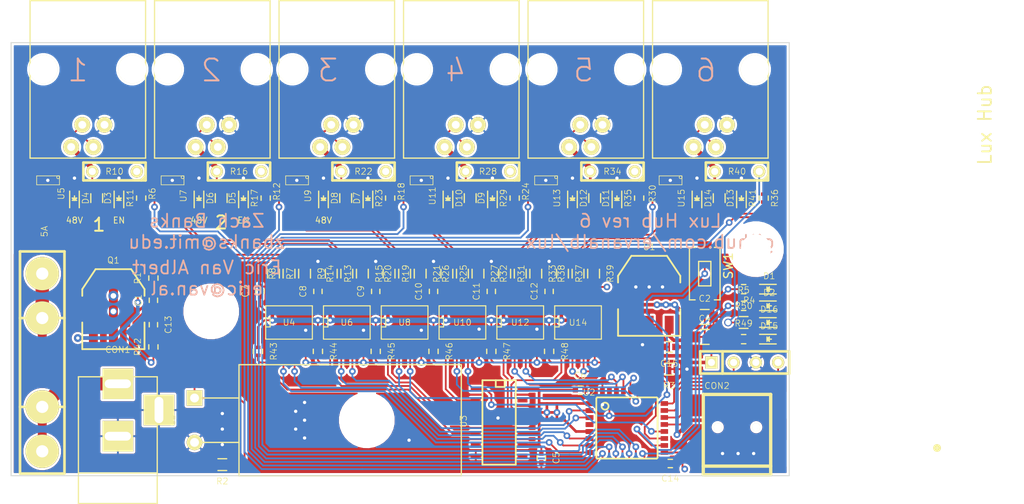
<source format=kicad_pcb>
(kicad_pcb (version 4) (host pcbnew 4.0.2+dfsg1-stable)
  (layers (0 F.Cu signal) (1 Inner2.Cu power hide) (2 Inner1.Cu power hide) (31 B.Cu signal) (35 F.Paste user) (36 B.SilkS user hide) (37 F.SilkS user) (38 B.Mask user) (39 F.Mask user hide) (44 Edge.Cuts user))
  (net 0 "")
  (net 1 +48V)
  (net 2 /Port1/DE)
  (net 3 /Port1/LED)
  (net 4 /Port1/P48)
  (net 5 /Port1/RX)
  (net 6 /Port1/TX)
  (net 7 /Port1/dA)
  (net 8 /Port1/dB)
  (net 9 /Port1/~RE)
  (net 10 /Port2/DE)
  (net 11 /Port2/LED)
  (net 12 /Port2/P48)
  (net 13 /Port2/RX)
  (net 14 /Port2/dA)
  (net 15 /Port2/dB)
  (net 16 /Port2/~RE)
  (net 17 /Port3/DE)
  (net 18 /Port3/LED)
  (net 19 /Port3/P48)
  (net 20 /Port3/RX)
  (net 21 /Port3/dA)
  (net 22 /Port3/dB)
  (net 23 /Port3/~RE)
  (net 24 /Port4/DE)
  (net 25 /Port4/LED)
  (net 26 /Port4/P48)
  (net 27 /Port4/RX)
  (net 28 /Port4/dA)
  (net 29 /Port4/dB)
  (net 30 /Port4/~RE)
  (net 31 /Port5/DE)
  (net 32 /Port5/LED)
  (net 33 /Port5/P48)
  (net 34 /Port5/RX)
  (net 35 /Port5/dA)
  (net 36 /Port5/dB)
  (net 37 /Port5/~RE)
  (net 38 /Port6/DE)
  (net 39 /Port6/LED)
  (net 40 /Port6/P48)
  (net 41 /Port6/RX)
  (net 42 /Port6/dA)
  (net 43 /Port6/dB)
  (net 44 /Port6/~RE)
  (net 45 /RX_LED)
  (net 46 /SWCLK)
  (net 47 /SWDIO)
  (net 48 /TX_LED)
  (net 49 /USB_DM)
  (net 50 /USB_DP)
  (net 51 /sRX)
  (net 52 GND)
  (net 53 VCC)
  (net 54 "Net-(C1-Pad1)")
  (net 55 "Net-(C1-Pad2)")
  (net 56 "Net-(C2-Pad1)")
  (net 57 "Net-(CON1-Pad1)")
  (net 58 "Net-(CON2-Pad4)")
  (net 59 "Net-(D1-Pad1)")
  (net 60 "Net-(D2-Pad1)")
  (net 61 "Net-(D3-Pad1)")
  (net 62 "Net-(D4-Pad1)")
  (net 63 "Net-(D5-Pad1)")
  (net 64 "Net-(D6-Pad1)")
  (net 65 "Net-(D7-Pad1)")
  (net 66 "Net-(D8-Pad1)")
  (net 67 "Net-(D9-Pad1)")
  (net 68 "Net-(D10-Pad1)")
  (net 69 "Net-(D11-Pad1)")
  (net 70 "Net-(D12-Pad1)")
  (net 71 "Net-(D13-Pad1)")
  (net 72 "Net-(D14-Pad1)")
  (net 73 "Net-(D15-Pad1)")
  (net 74 "Net-(D16-Pad1)")
  (net 75 "Net-(C13-Pad2)")
  (net 76 "Net-(U2-Pad4)")
  (net 77 "Net-(U3-Pad13)")
  (module Discret:C2V8 (layer F.Cu) (at 46.355 68.58 270)
    (fp_text reference C3 (at 0 2.54 270) (layer F.SilkS) (effects (font (size 0.7112 0.7112) (thickness 0.0762))))
    (fp_text value 470u)
    (pad 1 thru_hole rect (at -2.54 0 270) (size 1.778 1.778) (drill 1.016) (layers *.Cu *.Mask F.SilkS) (net 1 +48V))
    (pad 2 thru_hole circle (at 2.54 0 270) (size 1.778 1.778) (drill 1.016) (layers *.Cu *.Mask F.SilkS) (net 52 GND))
  )
  (module Buttons_Switches_SMD:SW_SPST_EVQPE1 (layer F.Cu) (at 104.648 51.816 270)
    (fp_text reference SW1 (at -0.9 -2.7 270) (layer F.SilkS))
    (fp_text value BOOT)
    (pad 2 smd rect (at 2.7 0 270) (size 2 1.6) (layers F.Cu F.Paste F.Mask) (net 53 VCC))
    (pad 1 smd rect (at -2.7 0 270) (size 2 1.6) (layers F.Cu F.Paste F.Mask) (net 17 /Port3/DE))
  )
  (module Resistors_SMD:R_0603 (layer F.Cu) (at 49.53 73.66 180)
    (fp_text reference R2 (at 0 -1.9 180) (layer F.SilkS) (effects (font (size 0.7112 0.7112) (thickness 0.0762))))
    (fp_text value 15K)
    (pad 1 smd rect (at -0.75 0 180) (size 0.5 0.9) (layers F.Cu F.Paste F.Mask) (net 1 +48V))
    (pad 2 smd rect (at 0.75 0 180) (size 0.5 0.9) (layers F.Cu F.Paste F.Mask) (net 52 GND))
  )
  (module SOT223 (layer F.Cu) (at 98.298 54.356)
    (fp_text reference U1 (at 0 -5.588) (layer F.SilkS) (effects (font (size 0.7112 0.7112) (thickness 0.0762))))
    (fp_text value 3V3REG hide)
    (pad 4 smd rect (at 0 -3.302) (size 3.6576 2.032) (layers F.Cu F.Paste F.Mask) (net 52 GND))
    (pad 2 smd rect (at 0 3.302) (size 1.016 2.032) (layers F.Cu F.Paste F.Mask) (net 52 GND))
    (pad 3 smd rect (at 2.286 3.302) (size 1.016 2.032) (layers F.Cu F.Paste F.Mask) (net 53 VCC))
    (pad 1 smd rect (at -2.286 3.302) (size 1.016 2.032) (layers F.Cu F.Paste F.Mask) (net 56 "Net-(C2-Pad1)"))
  )
  (module Assman-6p4c (layer F.Cu) (at 34.163 28.448 180)
    (fp_text reference P1 hide)
    (fp_text value CONN_4 hide)
    (pad "" np_thru_hole circle (at -5.08 0 180) (size 3.2 3.2) (drill 3.2) (layers *.Cu *.Mask F.SilkS))
    (pad "" np_thru_hole circle (at 5.08 0 180) (size 3.2 3.2) (drill 3.2) (layers *.Cu *.Mask F.SilkS))
    (pad 1 thru_hole circle (at -1.905 -6.35 180) (size 1.8 1.8) (drill 0.9) (layers *.Cu *.Mask F.SilkS) (net 52 GND))
    (pad 2 thru_hole circle (at -0.635 -8.89 180) (size 1.8 1.8) (drill 0.9) (layers *.Cu *.Mask F.SilkS) (net 7 /Port1/dA))
    (pad 3 thru_hole circle (at 0.635 -6.35 180) (size 1.8 1.8) (drill 0.9) (layers *.Cu *.Mask F.SilkS) (net 8 /Port1/dB))
    (pad 4 thru_hole circle (at 1.905 -8.89 180) (size 1.8 1.8) (drill 0.9) (layers *.Cu *.Mask F.SilkS) (net 4 /Port1/P48))
  )
  (module SO8E (layer F.Cu) (at 83.566 57.404)
    (fp_text reference U12 (at 0 0) (layer F.SilkS) (effects (font (size 0.7112 0.7112) (thickness 0.0762))))
    (fp_text value ISL83485IBZ hide)
    (pad 8 smd rect (at -1.905 -2.667) (size 0.59944 1.39954) (layers F.Cu F.Paste F.Mask) (net 53 VCC))
    (pad 1 smd rect (at -1.905 2.667) (size 0.59944 1.39954) (layers F.Cu F.Paste F.Mask) (net 34 /Port5/RX))
    (pad 7 smd rect (at -0.635 -2.667) (size 0.59944 1.39954) (layers F.Cu F.Paste F.Mask) (net 36 /Port5/dB))
    (pad 6 smd rect (at 0.635 -2.667) (size 0.59944 1.39954) (layers F.Cu F.Paste F.Mask) (net 35 /Port5/dA))
    (pad 5 smd rect (at 1.905 -2.667) (size 0.59944 1.39954) (layers F.Cu F.Paste F.Mask) (net 52 GND))
    (pad 2 smd rect (at -0.635 2.667) (size 0.59944 1.39954) (layers F.Cu F.Paste F.Mask) (net 37 /Port5/~RE))
    (pad 3 smd rect (at 0.635 2.667) (size 0.59944 1.39954) (layers F.Cu F.Paste F.Mask) (net 31 /Port5/DE))
    (pad 4 smd rect (at 1.905 2.667) (size 0.59944 1.39954) (layers F.Cu F.Paste F.Mask) (net 6 /Port1/TX))
  )
  (module USB_MINI_B (layer F.Cu) (at 108.331 70.231 90)
    (fp_text reference CON2 (at 5.588 -2.286 180) (layer F.SilkS) (effects (font (size 0.7112 0.7112) (thickness 0.0762))))
    (fp_text value USB-MINI-B hide)
    (pad 1 smd rect (at 3.44932 -1.6002 90) (size 2.30124 0.50038) (layers F.Cu F.Paste F.Mask) (net 56 "Net-(C2-Pad1)"))
    (pad 2 smd rect (at 3.44932 -0.8001 90) (size 2.30124 0.50038) (layers F.Cu F.Paste F.Mask) (net 49 /USB_DM))
    (pad 3 smd rect (at 3.44932 0 90) (size 2.30124 0.50038) (layers F.Cu F.Paste F.Mask) (net 50 /USB_DP))
    (pad 4 smd rect (at 3.44932 0.8001 90) (size 2.30124 0.50038) (layers F.Cu F.Paste F.Mask) (net 58 "Net-(CON2-Pad4)"))
    (pad 5 smd rect (at 3.44932 1.6002 90) (size 2.30124 0.50038) (layers F.Cu F.Paste F.Mask) (net 52 GND))
    (pad 6 smd rect (at 3.35026 -4.45008 90) (size 2.49936 1.99898) (layers F.Cu F.Paste F.Mask))
    (pad 7 smd rect (at -2.14884 -4.45008 90) (size 2.49936 1.99898) (layers F.Cu F.Paste F.Mask) (net 52 GND))
    (pad 8 smd rect (at 3.35026 4.45008 90) (size 2.49936 1.99898) (layers F.Cu F.Paste F.Mask) (net 52 GND))
    (pad 9 smd rect (at -2.14884 4.45008 90) (size 2.49936 1.99898) (layers F.Cu F.Paste F.Mask) (net 52 GND))
    (pad "" np_thru_hole circle (at 0.8509 -2.19964 90) (size 0.89916 0.89916) (drill 0.89916) (layers *.Cu *.Mask F.SilkS))
    (pad "" np_thru_hole circle (at 0.8509 2.19964 90) (size 0.89916 0.89916) (drill 0.89916) (layers *.Cu *.Mask F.SilkS))
  )
  (module HOLE (layer F.Cu) (at 48.26 56.134)
    (fp_text reference HOLE hide)
    (fp_text value VAL** hide)
    (pad "" np_thru_hole circle (at 0 0) (size 3.399993 3.399993) (drill 3.399993) (layers *.Cu) (clearance 1.49098))
  )
  (module HOLE (layer F.Cu) (at 139.446 57.912)
    (fp_text reference HOLE hide)
    (fp_text value VAL** hide)
    (pad "" np_thru_hole circle (at 0 0) (size 3.399993 3.399993) (drill 3.399993) (layers *.Cu) (clearance 1.49098))
  )
  (module HOLE (layer F.Cu) (at 66.04 68.58)
    (fp_text reference HOLE hide)
    (fp_text value VAL** hide)
    (pad "" np_thru_hole circle (at 0 0) (size 3.399993 3.399993) (drill 3.399993) (layers *.Cu) (clearance 1.49098))
  )
  (module HOLE (layer F.Cu) (at 110.49 49.022)
    (fp_text reference HOLE hide)
    (fp_text value VAL** hide)
    (pad "" np_thru_hole circle (at 0 0) (size 3.399993 3.399993) (drill 3.399993) (layers *.Cu) (clearance 1.49098))
  )
  (module FUSE5-20 (layer F.Cu) (at 28.956 61.976 90)
    (fp_text reference F1 hide)
    (fp_text value 5A (at 14.986 0.254 90) (layer F.SilkS) (effects (font (size 0.7112 0.7112) (thickness 0.0762))))
    (pad 1 thru_hole circle (at -10.16 0 90) (size 3.81 3.81) (drill 1.397) (layers *.Cu *.Mask F.SilkS) (net 57 "Net-(CON1-Pad1)"))
    (pad 1 thru_hole circle (at -5.08 0 90) (size 3.81 3.81) (drill 1.397) (layers *.Cu *.Mask F.SilkS) (net 57 "Net-(CON1-Pad1)"))
    (pad 2 thru_hole circle (at 5.08 0 90) (size 3.81 3.81) (drill 1.397) (layers *.Cu *.Mask F.SilkS) (net 54 "Net-(C1-Pad1)"))
    (pad 2 thru_hole circle (at 10.16 0 90) (size 3.81 3.81) (drill 1.397) (layers *.Cu *.Mask F.SilkS) (net 54 "Net-(C1-Pad1)"))
  )
  (module SOT23 (layer F.Cu) (at 29.591 41.148 180)
    (fp_text reference U5 (at -1.524 -1.524 270) (layer F.SilkS) (effects (font (size 0.7112 0.7112) (thickness 0.0762))))
    (fp_text value 2CH-TVS hide)
    (pad 3 smd rect (at 0 -1.09982 180) (size 0.8001 1.00076) (layers F.Cu F.Paste F.Mask) (net 52 GND))
    (pad 2 smd rect (at 0.9525 1.09982 180) (size 0.8001 1.00076) (layers F.Cu F.Paste F.Mask) (net 8 /Port1/dB))
    (pad 1 smd rect (at -0.9525 1.09982 180) (size 0.8001 1.00076) (layers F.Cu F.Paste F.Mask) (net 7 /Port1/dA))
  )
  (module SOT223 (layer F.Cu) (at 37.084 55.88)
    (fp_text reference Q1 (at 0 -5.588) (layer F.SilkS) (effects (font (size 0.7112 0.7112) (thickness 0.0762))))
    (fp_text value DMP6023LE-13 hide)
    (pad D smd rect (at 0 -3.302) (size 3.6576 2.032) (layers F.Cu F.Paste F.Mask) (net 1 +48V))
    (pad D smd rect (at 0 3.302) (size 1.016 2.032) (layers F.Cu F.Paste F.Mask) (net 1 +48V))
    (pad S smd rect (at 2.286 3.302) (size 1.016 2.032) (layers F.Cu F.Paste F.Mask) (net 54 "Net-(C1-Pad1)"))
    (pad G smd rect (at -2.286 3.302) (size 1.016 2.032) (layers F.Cu F.Paste F.Mask) (net 55 "Net-(C1-Pad2)"))
  )
  (module Assman-6p4c (layer F.Cu) (at 48.387 28.448 180)
    (fp_text reference P2 hide)
    (fp_text value CONN_4 hide)
    (pad "" np_thru_hole circle (at -5.08 0 180) (size 3.2 3.2) (drill 3.2) (layers *.Cu *.Mask F.SilkS))
    (pad "" np_thru_hole circle (at 5.08 0 180) (size 3.2 3.2) (drill 3.2) (layers *.Cu *.Mask F.SilkS))
    (pad 1 thru_hole circle (at -1.905 -6.35 180) (size 1.8 1.8) (drill 0.9) (layers *.Cu *.Mask F.SilkS) (net 52 GND))
    (pad 2 thru_hole circle (at -0.635 -8.89 180) (size 1.8 1.8) (drill 0.9) (layers *.Cu *.Mask F.SilkS) (net 14 /Port2/dA))
    (pad 3 thru_hole circle (at 0.635 -6.35 180) (size 1.8 1.8) (drill 0.9) (layers *.Cu *.Mask F.SilkS) (net 15 /Port2/dB))
    (pad 4 thru_hole circle (at 1.905 -8.89 180) (size 1.8 1.8) (drill 0.9) (layers *.Cu *.Mask F.SilkS) (net 12 /Port2/P48))
  )
  (module Assman-6p4c (layer F.Cu) (at 62.611 28.448 180)
    (fp_text reference P3 hide)
    (fp_text value CONN_4 hide)
    (pad "" np_thru_hole circle (at -5.08 0 180) (size 3.2 3.2) (drill 3.2) (layers *.Cu *.Mask F.SilkS))
    (pad "" np_thru_hole circle (at 5.08 0 180) (size 3.2 3.2) (drill 3.2) (layers *.Cu *.Mask F.SilkS))
    (pad 1 thru_hole circle (at -1.905 -6.35 180) (size 1.8 1.8) (drill 0.9) (layers *.Cu *.Mask F.SilkS) (net 52 GND))
    (pad 2 thru_hole circle (at -0.635 -8.89 180) (size 1.8 1.8) (drill 0.9) (layers *.Cu *.Mask F.SilkS) (net 21 /Port3/dA))
    (pad 3 thru_hole circle (at 0.635 -6.35 180) (size 1.8 1.8) (drill 0.9) (layers *.Cu *.Mask F.SilkS) (net 22 /Port3/dB))
    (pad 4 thru_hole circle (at 1.905 -8.89 180) (size 1.8 1.8) (drill 0.9) (layers *.Cu *.Mask F.SilkS) (net 19 /Port3/P48))
  )
  (module Assman-6p4c (layer F.Cu) (at 76.835 28.448 180)
    (fp_text reference P4 hide)
    (fp_text value CONN_4 hide)
    (pad "" np_thru_hole circle (at -5.08 0 180) (size 3.2 3.2) (drill 3.2) (layers *.Cu *.Mask F.SilkS))
    (pad "" np_thru_hole circle (at 5.08 0 180) (size 3.2 3.2) (drill 3.2) (layers *.Cu *.Mask F.SilkS))
    (pad 1 thru_hole circle (at -1.905 -6.35 180) (size 1.8 1.8) (drill 0.9) (layers *.Cu *.Mask F.SilkS) (net 52 GND))
    (pad 2 thru_hole circle (at -0.635 -8.89 180) (size 1.8 1.8) (drill 0.9) (layers *.Cu *.Mask F.SilkS) (net 28 /Port4/dA))
    (pad 3 thru_hole circle (at 0.635 -6.35 180) (size 1.8 1.8) (drill 0.9) (layers *.Cu *.Mask F.SilkS) (net 29 /Port4/dB))
    (pad 4 thru_hole circle (at 1.905 -8.89 180) (size 1.8 1.8) (drill 0.9) (layers *.Cu *.Mask F.SilkS) (net 26 /Port4/P48))
  )
  (module Assman-6p4c (layer F.Cu) (at 91.059 28.448 180)
    (fp_text reference P5 hide)
    (fp_text value CONN_4 hide)
    (pad "" np_thru_hole circle (at -5.08 0 180) (size 3.2 3.2) (drill 3.2) (layers *.Cu *.Mask F.SilkS))
    (pad "" np_thru_hole circle (at 5.08 0 180) (size 3.2 3.2) (drill 3.2) (layers *.Cu *.Mask F.SilkS))
    (pad 1 thru_hole circle (at -1.905 -6.35 180) (size 1.8 1.8) (drill 0.9) (layers *.Cu *.Mask F.SilkS) (net 52 GND))
    (pad 2 thru_hole circle (at -0.635 -8.89 180) (size 1.8 1.8) (drill 0.9) (layers *.Cu *.Mask F.SilkS) (net 35 /Port5/dA))
    (pad 3 thru_hole circle (at 0.635 -6.35 180) (size 1.8 1.8) (drill 0.9) (layers *.Cu *.Mask F.SilkS) (net 36 /Port5/dB))
    (pad 4 thru_hole circle (at 1.905 -8.89 180) (size 1.8 1.8) (drill 0.9) (layers *.Cu *.Mask F.SilkS) (net 33 /Port5/P48))
  )
  (module Assman-6p4c (layer F.Cu) (at 105.283 28.448 180)
    (fp_text reference P6 hide)
    (fp_text value CONN_4 hide)
    (pad "" np_thru_hole circle (at -5.08 0 180) (size 3.2 3.2) (drill 3.2) (layers *.Cu *.Mask F.SilkS))
    (pad "" np_thru_hole circle (at 5.08 0 180) (size 3.2 3.2) (drill 3.2) (layers *.Cu *.Mask F.SilkS))
    (pad 1 thru_hole circle (at -1.905 -6.35 180) (size 1.8 1.8) (drill 0.9) (layers *.Cu *.Mask F.SilkS) (net 52 GND))
    (pad 2 thru_hole circle (at -0.635 -8.89 180) (size 1.8 1.8) (drill 0.9) (layers *.Cu *.Mask F.SilkS) (net 42 /Port6/dA))
    (pad 3 thru_hole circle (at 0.635 -6.35 180) (size 1.8 1.8) (drill 0.9) (layers *.Cu *.Mask F.SilkS) (net 43 /Port6/dB))
    (pad 4 thru_hole circle (at 1.905 -8.89 180) (size 1.8 1.8) (drill 0.9) (layers *.Cu *.Mask F.SilkS) (net 40 /Port6/P48))
  )
  (module C2 (layer F.Cu) (at 37.211 40.132 180)
    (fp_text reference R10 (at 0 0 180) (layer F.SilkS) (effects (font (size 0.7112 0.7112) (thickness 0.0762))))
    (fp_text value PTC hide)
    (pad 1 thru_hole circle (at -2.54 0 180) (size 1.397 1.397) (drill 0.8128) (layers *.Cu *.Mask F.SilkS) (net 1 +48V))
    (pad 2 thru_hole circle (at 2.54 0 180) (size 1.397 1.397) (drill 0.8128) (layers *.Cu *.Mask F.SilkS) (net 4 /Port1/P48))
  )
  (module C2 (layer F.Cu) (at 51.435 40.132 180)
    (fp_text reference R16 (at 0 0 180) (layer F.SilkS) (effects (font (size 0.7112 0.7112) (thickness 0.0762))))
    (fp_text value PTC hide)
    (pad 1 thru_hole circle (at -2.54 0 180) (size 1.397 1.397) (drill 0.8128) (layers *.Cu *.Mask F.SilkS) (net 1 +48V))
    (pad 2 thru_hole circle (at 2.54 0 180) (size 1.397 1.397) (drill 0.8128) (layers *.Cu *.Mask F.SilkS) (net 12 /Port2/P48))
  )
  (module C2 (layer F.Cu) (at 65.659 40.132 180)
    (fp_text reference R22 (at 0 0 180) (layer F.SilkS) (effects (font (size 0.7112 0.7112) (thickness 0.0762))))
    (fp_text value PTC hide)
    (pad 1 thru_hole circle (at -2.54 0 180) (size 1.397 1.397) (drill 0.8128) (layers *.Cu *.Mask F.SilkS) (net 1 +48V))
    (pad 2 thru_hole circle (at 2.54 0 180) (size 1.397 1.397) (drill 0.8128) (layers *.Cu *.Mask F.SilkS) (net 19 /Port3/P48))
  )
  (module C2 (layer F.Cu) (at 79.883 40.132 180)
    (fp_text reference R28 (at 0 0 180) (layer F.SilkS) (effects (font (size 0.7112 0.7112) (thickness 0.0762))))
    (fp_text value PTC hide)
    (pad 1 thru_hole circle (at -2.54 0 180) (size 1.397 1.397) (drill 0.8128) (layers *.Cu *.Mask F.SilkS) (net 1 +48V))
    (pad 2 thru_hole circle (at 2.54 0 180) (size 1.397 1.397) (drill 0.8128) (layers *.Cu *.Mask F.SilkS) (net 26 /Port4/P48))
  )
  (module C2 (layer F.Cu) (at 94.107 40.132 180)
    (fp_text reference R34 (at 0 0 180) (layer F.SilkS) (effects (font (size 0.7112 0.7112) (thickness 0.0762))))
    (fp_text value PTC hide)
    (pad 1 thru_hole circle (at -2.54 0 180) (size 1.397 1.397) (drill 0.8128) (layers *.Cu *.Mask F.SilkS) (net 1 +48V))
    (pad 2 thru_hole circle (at 2.54 0 180) (size 1.397 1.397) (drill 0.8128) (layers *.Cu *.Mask F.SilkS) (net 33 /Port5/P48))
  )
  (module C2 (layer F.Cu) (at 108.331 40.132 180)
    (fp_text reference R40 (at 0 0 180) (layer F.SilkS) (effects (font (size 0.7112 0.7112) (thickness 0.0762))))
    (fp_text value PTC hide)
    (pad 1 thru_hole circle (at -2.54 0 180) (size 1.397 1.397) (drill 0.8128) (layers *.Cu *.Mask F.SilkS) (net 1 +48V))
    (pad 2 thru_hole circle (at 2.54 0 180) (size 1.397 1.397) (drill 0.8128) (layers *.Cu *.Mask F.SilkS) (net 40 /Port6/P48))
  )
  (module SO14E (layer F.Cu) (at 81.28 68.834 270)
    (fp_text reference U3 (at -0.127 4.191 270) (layer F.SilkS) (effects (font (size 0.7112 0.7112) (thickness 0.0762))))
    (fp_text value 4068 hide)
    (pad 1 smd rect (at -3.81 2.794 270) (size 0.508 1.143) (layers F.Cu F.Paste F.Mask) (net 51 /sRX))
    (pad 2 smd rect (at -2.54 2.794 270) (size 0.508 1.143) (layers F.Cu F.Paste F.Mask) (net 27 /Port4/RX))
    (pad 3 smd rect (at -1.27 2.794 270) (size 0.508 1.143) (layers F.Cu F.Paste F.Mask) (net 20 /Port3/RX))
    (pad 4 smd rect (at 0 2.794 270) (size 0.508 1.143) (layers F.Cu F.Paste F.Mask) (net 13 /Port2/RX))
    (pad 5 smd rect (at 1.27 2.794 270) (size 0.508 1.143) (layers F.Cu F.Paste F.Mask) (net 5 /Port1/RX))
    (pad 6 smd rect (at 2.54 2.794 270) (size 0.508 1.143) (layers F.Cu F.Paste F.Mask))
    (pad 7 smd rect (at 3.81 2.794 270) (size 0.508 1.143) (layers F.Cu F.Paste F.Mask) (net 52 GND))
    (pad 8 smd rect (at 3.81 -2.54 270) (size 0.508 1.143) (layers F.Cu F.Paste F.Mask))
    (pad 9 smd rect (at 2.54 -2.54 270) (size 0.508 1.143) (layers F.Cu F.Paste F.Mask) (net 53 VCC))
    (pad 10 smd rect (at 1.27 -2.54 270) (size 0.508 1.143) (layers F.Cu F.Paste F.Mask) (net 53 VCC))
    (pad 11 smd rect (at 0 -2.54 270) (size 0.508 1.143) (layers F.Cu F.Paste F.Mask) (net 34 /Port5/RX))
    (pad 12 smd rect (at -1.27 -2.54 270) (size 0.508 1.143) (layers F.Cu F.Paste F.Mask) (net 41 /Port6/RX))
    (pad 13 smd rect (at -2.54 -2.54 270) (size 0.508 1.143) (layers F.Cu F.Paste F.Mask) (net 77 "Net-(U3-Pad13)"))
    (pad 14 smd rect (at -3.81 -2.54 270) (size 0.508 1.143) (layers F.Cu F.Paste F.Mask) (net 53 VCC))
  )
  (module SO8E (layer F.Cu) (at 57.15 57.404)
    (fp_text reference U4 (at 0 0) (layer F.SilkS) (effects (font (size 0.7112 0.7112) (thickness 0.0762))))
    (fp_text value ISL83485IBZ hide)
    (pad 8 smd rect (at -1.905 -2.667) (size 0.59944 1.39954) (layers F.Cu F.Paste F.Mask) (net 53 VCC))
    (pad 1 smd rect (at -1.905 2.667) (size 0.59944 1.39954) (layers F.Cu F.Paste F.Mask) (net 5 /Port1/RX))
    (pad 7 smd rect (at -0.635 -2.667) (size 0.59944 1.39954) (layers F.Cu F.Paste F.Mask) (net 8 /Port1/dB))
    (pad 6 smd rect (at 0.635 -2.667) (size 0.59944 1.39954) (layers F.Cu F.Paste F.Mask) (net 7 /Port1/dA))
    (pad 5 smd rect (at 1.905 -2.667) (size 0.59944 1.39954) (layers F.Cu F.Paste F.Mask) (net 52 GND))
    (pad 2 smd rect (at -0.635 2.667) (size 0.59944 1.39954) (layers F.Cu F.Paste F.Mask) (net 9 /Port1/~RE))
    (pad 3 smd rect (at 0.635 2.667) (size 0.59944 1.39954) (layers F.Cu F.Paste F.Mask) (net 2 /Port1/DE))
    (pad 4 smd rect (at 1.905 2.667) (size 0.59944 1.39954) (layers F.Cu F.Paste F.Mask) (net 6 /Port1/TX))
  )
  (module SO8E (layer F.Cu) (at 63.754 57.404)
    (fp_text reference U6 (at 0 0) (layer F.SilkS) (effects (font (size 0.7112 0.7112) (thickness 0.0762))))
    (fp_text value ISL83485IBZ hide)
    (pad 8 smd rect (at -1.905 -2.667) (size 0.59944 1.39954) (layers F.Cu F.Paste F.Mask) (net 53 VCC))
    (pad 1 smd rect (at -1.905 2.667) (size 0.59944 1.39954) (layers F.Cu F.Paste F.Mask) (net 13 /Port2/RX))
    (pad 7 smd rect (at -0.635 -2.667) (size 0.59944 1.39954) (layers F.Cu F.Paste F.Mask) (net 15 /Port2/dB))
    (pad 6 smd rect (at 0.635 -2.667) (size 0.59944 1.39954) (layers F.Cu F.Paste F.Mask) (net 14 /Port2/dA))
    (pad 5 smd rect (at 1.905 -2.667) (size 0.59944 1.39954) (layers F.Cu F.Paste F.Mask) (net 52 GND))
    (pad 2 smd rect (at -0.635 2.667) (size 0.59944 1.39954) (layers F.Cu F.Paste F.Mask) (net 16 /Port2/~RE))
    (pad 3 smd rect (at 0.635 2.667) (size 0.59944 1.39954) (layers F.Cu F.Paste F.Mask) (net 10 /Port2/DE))
    (pad 4 smd rect (at 1.905 2.667) (size 0.59944 1.39954) (layers F.Cu F.Paste F.Mask) (net 6 /Port1/TX))
  )
  (module SOT23 (layer F.Cu) (at 43.815 41.148 180)
    (fp_text reference U7 (at -1.27 -1.778 270) (layer F.SilkS) (effects (font (size 0.7112 0.7112) (thickness 0.0762))))
    (fp_text value 2CH-TVS hide)
    (pad 3 smd rect (at 0 -1.09982 180) (size 0.8001 1.00076) (layers F.Cu F.Paste F.Mask) (net 52 GND))
    (pad 2 smd rect (at 0.9525 1.09982 180) (size 0.8001 1.00076) (layers F.Cu F.Paste F.Mask) (net 15 /Port2/dB))
    (pad 1 smd rect (at -0.9525 1.09982 180) (size 0.8001 1.00076) (layers F.Cu F.Paste F.Mask) (net 14 /Port2/dA))
  )
  (module SO8E (layer F.Cu) (at 70.358 57.404)
    (fp_text reference U8 (at 0 0) (layer F.SilkS) (effects (font (size 0.7112 0.7112) (thickness 0.0762))))
    (fp_text value ISL83485IBZ hide)
    (pad 8 smd rect (at -1.905 -2.667) (size 0.59944 1.39954) (layers F.Cu F.Paste F.Mask) (net 53 VCC))
    (pad 1 smd rect (at -1.905 2.667) (size 0.59944 1.39954) (layers F.Cu F.Paste F.Mask) (net 20 /Port3/RX))
    (pad 7 smd rect (at -0.635 -2.667) (size 0.59944 1.39954) (layers F.Cu F.Paste F.Mask) (net 22 /Port3/dB))
    (pad 6 smd rect (at 0.635 -2.667) (size 0.59944 1.39954) (layers F.Cu F.Paste F.Mask) (net 21 /Port3/dA))
    (pad 5 smd rect (at 1.905 -2.667) (size 0.59944 1.39954) (layers F.Cu F.Paste F.Mask) (net 52 GND))
    (pad 2 smd rect (at -0.635 2.667) (size 0.59944 1.39954) (layers F.Cu F.Paste F.Mask) (net 23 /Port3/~RE))
    (pad 3 smd rect (at 0.635 2.667) (size 0.59944 1.39954) (layers F.Cu F.Paste F.Mask) (net 17 /Port3/DE))
    (pad 4 smd rect (at 1.905 2.667) (size 0.59944 1.39954) (layers F.Cu F.Paste F.Mask) (net 6 /Port1/TX))
  )
  (module SOT23 (layer F.Cu) (at 58.039 41.148 180)
    (fp_text reference U9 (at -1.27 -1.778 270) (layer F.SilkS) (effects (font (size 0.7112 0.7112) (thickness 0.0762))))
    (fp_text value 2CH-TVS hide)
    (pad 3 smd rect (at 0 -1.09982 180) (size 0.8001 1.00076) (layers F.Cu F.Paste F.Mask) (net 52 GND))
    (pad 2 smd rect (at 0.9525 1.09982 180) (size 0.8001 1.00076) (layers F.Cu F.Paste F.Mask) (net 22 /Port3/dB))
    (pad 1 smd rect (at -0.9525 1.09982 180) (size 0.8001 1.00076) (layers F.Cu F.Paste F.Mask) (net 21 /Port3/dA))
  )
  (module SO8E (layer F.Cu) (at 76.962 57.404)
    (fp_text reference U10 (at 0 0) (layer F.SilkS) (effects (font (size 0.7112 0.7112) (thickness 0.0762))))
    (fp_text value ISL83485IBZ hide)
    (pad 8 smd rect (at -1.905 -2.667) (size 0.59944 1.39954) (layers F.Cu F.Paste F.Mask) (net 53 VCC))
    (pad 1 smd rect (at -1.905 2.667) (size 0.59944 1.39954) (layers F.Cu F.Paste F.Mask) (net 27 /Port4/RX))
    (pad 7 smd rect (at -0.635 -2.667) (size 0.59944 1.39954) (layers F.Cu F.Paste F.Mask) (net 29 /Port4/dB))
    (pad 6 smd rect (at 0.635 -2.667) (size 0.59944 1.39954) (layers F.Cu F.Paste F.Mask) (net 28 /Port4/dA))
    (pad 5 smd rect (at 1.905 -2.667) (size 0.59944 1.39954) (layers F.Cu F.Paste F.Mask) (net 52 GND))
    (pad 2 smd rect (at -0.635 2.667) (size 0.59944 1.39954) (layers F.Cu F.Paste F.Mask) (net 30 /Port4/~RE))
    (pad 3 smd rect (at 0.635 2.667) (size 0.59944 1.39954) (layers F.Cu F.Paste F.Mask) (net 24 /Port4/DE))
    (pad 4 smd rect (at 1.905 2.667) (size 0.59944 1.39954) (layers F.Cu F.Paste F.Mask) (net 6 /Port1/TX))
  )
  (module SOT23 (layer F.Cu) (at 72.263 41.148 180)
    (fp_text reference U11 (at -1.27 -1.778 270) (layer F.SilkS) (effects (font (size 0.7112 0.7112) (thickness 0.0762))))
    (fp_text value 2CH-TVS hide)
    (pad 3 smd rect (at 0 -1.09982 180) (size 0.8001 1.00076) (layers F.Cu F.Paste F.Mask) (net 52 GND))
    (pad 2 smd rect (at 0.9525 1.09982 180) (size 0.8001 1.00076) (layers F.Cu F.Paste F.Mask) (net 29 /Port4/dB))
    (pad 1 smd rect (at -0.9525 1.09982 180) (size 0.8001 1.00076) (layers F.Cu F.Paste F.Mask) (net 28 /Port4/dA))
  )
  (module SOT23 (layer F.Cu) (at 86.487 41.148 180)
    (fp_text reference U13 (at -1.27 -2.032 270) (layer F.SilkS) (effects (font (size 0.7112 0.7112) (thickness 0.0762))))
    (fp_text value 2CH-TVS hide)
    (pad 3 smd rect (at 0 -1.09982 180) (size 0.8001 1.00076) (layers F.Cu F.Paste F.Mask) (net 52 GND))
    (pad 2 smd rect (at 0.9525 1.09982 180) (size 0.8001 1.00076) (layers F.Cu F.Paste F.Mask) (net 36 /Port5/dB))
    (pad 1 smd rect (at -0.9525 1.09982 180) (size 0.8001 1.00076) (layers F.Cu F.Paste F.Mask) (net 35 /Port5/dA))
  )
  (module SO8E (layer F.Cu) (at 90.17 57.404)
    (fp_text reference U14 (at 0 0) (layer F.SilkS) (effects (font (size 0.7112 0.7112) (thickness 0.0762))))
    (fp_text value ISL83485IBZ hide)
    (pad 8 smd rect (at -1.905 -2.667) (size 0.59944 1.39954) (layers F.Cu F.Paste F.Mask) (net 53 VCC))
    (pad 1 smd rect (at -1.905 2.667) (size 0.59944 1.39954) (layers F.Cu F.Paste F.Mask) (net 41 /Port6/RX))
    (pad 7 smd rect (at -0.635 -2.667) (size 0.59944 1.39954) (layers F.Cu F.Paste F.Mask) (net 43 /Port6/dB))
    (pad 6 smd rect (at 0.635 -2.667) (size 0.59944 1.39954) (layers F.Cu F.Paste F.Mask) (net 42 /Port6/dA))
    (pad 5 smd rect (at 1.905 -2.667) (size 0.59944 1.39954) (layers F.Cu F.Paste F.Mask) (net 52 GND))
    (pad 2 smd rect (at -0.635 2.667) (size 0.59944 1.39954) (layers F.Cu F.Paste F.Mask) (net 44 /Port6/~RE))
    (pad 3 smd rect (at 0.635 2.667) (size 0.59944 1.39954) (layers F.Cu F.Paste F.Mask) (net 38 /Port6/DE))
    (pad 4 smd rect (at 1.905 2.667) (size 0.59944 1.39954) (layers F.Cu F.Paste F.Mask) (net 6 /Port1/TX))
  )
  (module SOT23 (layer F.Cu) (at 100.711 41.148 180)
    (fp_text reference U15 (at -1.27 -2.032 270) (layer F.SilkS) (effects (font (size 0.7112 0.7112) (thickness 0.0762))))
    (fp_text value 2CH-TVS hide)
    (pad 3 smd rect (at 0 -1.09982 180) (size 0.8001 1.00076) (layers F.Cu F.Paste F.Mask) (net 52 GND))
    (pad 2 smd rect (at 0.9525 1.09982 180) (size 0.8001 1.00076) (layers F.Cu F.Paste F.Mask) (net 43 /Port6/dB))
    (pad 1 smd rect (at -0.9525 1.09982 180) (size 0.8001 1.00076) (layers F.Cu F.Paste F.Mask) (net 42 /Port6/dA))
  )
  (module LQFP32 (layer F.Cu) (at 95.758 69.469)
    (fp_text reference U2 (at -4.318 -4.064) (layer F.SilkS) (effects (font (size 0.7112 0.7112) (thickness 0.0762))))
    (fp_text value STM32F042-32 hide)
    (pad 8 smd rect (at -4.275 2.8) (size 0.85 0.54) (layers F.Cu F.Paste F.Mask) (net 9 /Port1/~RE))
    (pad 7 smd rect (at -4.275 2) (size 0.85 0.54) (layers F.Cu F.Paste F.Mask) (net 2 /Port1/DE))
    (pad 6 smd rect (at -4.275 1.2) (size 0.85 0.54) (layers F.Cu F.Paste F.Mask) (net 16 /Port2/~RE))
    (pad 5 smd rect (at -4.275 0.4) (size 0.85 0.54) (layers F.Cu F.Paste F.Mask) (net 53 VCC))
    (pad 4 smd rect (at -4.275 -0.4) (size 0.85 0.54) (layers F.Cu F.Paste F.Mask) (net 76 "Net-(U2-Pad4)"))
    (pad 3 smd rect (at -4.275 -1.2) (size 0.85 0.54) (layers F.Cu F.Paste F.Mask) (net 10 /Port2/DE))
    (pad 2 smd rect (at -4.275 -2) (size 0.85 0.54) (layers F.Cu F.Paste F.Mask) (net 23 /Port3/~RE))
    (pad 1 smd rect (at -4.275 -2.8) (size 0.85 0.54) (layers F.Cu F.Paste F.Mask) (net 53 VCC))
    (pad 1 smd rect (at -4.275 -2.8) (size 0.85 0.54) (layers F.Cu F.Paste F.Mask) (net 53 VCC))
    (pad 2 smd rect (at -4.275 -2) (size 0.85 0.54) (layers F.Cu F.Paste F.Mask) (net 23 /Port3/~RE))
    (pad 3 smd rect (at -4.275 -1.2) (size 0.85 0.54) (layers F.Cu F.Paste F.Mask) (net 10 /Port2/DE))
    (pad 4 smd rect (at -4.275 -0.4) (size 0.85 0.54) (layers F.Cu F.Paste F.Mask) (net 76 "Net-(U2-Pad4)"))
    (pad 5 smd rect (at -4.275 0.4) (size 0.85 0.54) (layers F.Cu F.Paste F.Mask) (net 53 VCC))
    (pad 6 smd rect (at -4.275 1.2) (size 0.85 0.54) (layers F.Cu F.Paste F.Mask) (net 16 /Port2/~RE))
    (pad 7 smd rect (at -4.275 2) (size 0.85 0.54) (layers F.Cu F.Paste F.Mask) (net 2 /Port1/DE))
    (pad 8 smd rect (at -4.275 2.8) (size 0.85 0.54) (layers F.Cu F.Paste F.Mask) (net 9 /Port1/~RE))
    (pad 8 smd rect (at -4.275 2.8) (size 0.85 0.54) (layers F.Cu F.Paste F.Mask) (net 9 /Port1/~RE))
    (pad 7 smd rect (at -4.275 2) (size 0.85 0.54) (layers F.Cu F.Paste F.Mask) (net 2 /Port1/DE))
    (pad 6 smd rect (at -4.275 1.2) (size 0.85 0.54) (layers F.Cu F.Paste F.Mask) (net 16 /Port2/~RE))
    (pad 5 smd rect (at -4.275 0.4) (size 0.85 0.54) (layers F.Cu F.Paste F.Mask) (net 53 VCC))
    (pad 4 smd rect (at -4.275 -0.4) (size 0.85 0.54) (layers F.Cu F.Paste F.Mask) (net 76 "Net-(U2-Pad4)"))
    (pad 3 smd rect (at -4.275 -1.2) (size 0.85 0.54) (layers F.Cu F.Paste F.Mask) (net 10 /Port2/DE))
    (pad 2 smd rect (at -4.275 -2) (size 0.85 0.54) (layers F.Cu F.Paste F.Mask) (net 23 /Port3/~RE))
    (pad 1 smd rect (at -4.275 -2.8) (size 0.85 0.54) (layers F.Cu F.Paste F.Mask) (net 53 VCC))
    (pad 1 smd rect (at -4.275 -2.8) (size 0.85 0.54) (layers F.Cu F.Paste F.Mask) (net 53 VCC))
    (pad 2 smd rect (at -4.275 -2) (size 0.85 0.54) (layers F.Cu F.Paste F.Mask) (net 23 /Port3/~RE))
    (pad 3 smd rect (at -4.275 -1.2) (size 0.85 0.54) (layers F.Cu F.Paste F.Mask) (net 10 /Port2/DE))
    (pad 4 smd rect (at -4.275 -0.4) (size 0.85 0.54) (layers F.Cu F.Paste F.Mask) (net 76 "Net-(U2-Pad4)"))
    (pad 5 smd rect (at -4.275 0.4) (size 0.85 0.54) (layers F.Cu F.Paste F.Mask) (net 53 VCC))
    (pad 6 smd rect (at -4.275 1.2) (size 0.85 0.54) (layers F.Cu F.Paste F.Mask) (net 16 /Port2/~RE))
    (pad 7 smd rect (at -4.275 2) (size 0.85 0.54) (layers F.Cu F.Paste F.Mask) (net 2 /Port1/DE))
    (pad 8 smd rect (at -4.275 2.8) (size 0.85 0.54) (layers F.Cu F.Paste F.Mask) (net 9 /Port1/~RE))
    (pad 9 smd rect (at -2.8 4.275) (size 0.54 0.85) (layers F.Cu F.Paste F.Mask) (net 3 /Port1/LED))
    (pad 10 smd rect (at -2 4.275) (size 0.54 0.85) (layers F.Cu F.Paste F.Mask) (net 11 /Port2/LED))
    (pad 11 smd rect (at -1.2 4.275) (size 0.54 0.85) (layers F.Cu F.Paste F.Mask) (net 18 /Port3/LED))
    (pad 12 smd rect (at -0.4 4.275) (size 0.54 0.85) (layers F.Cu F.Paste F.Mask) (net 25 /Port4/LED))
    (pad 13 smd rect (at 0.4 4.275) (size 0.54 0.85) (layers F.Cu F.Paste F.Mask) (net 32 /Port5/LED))
    (pad 14 smd rect (at 1.2 4.275) (size 0.54 0.85) (layers F.Cu F.Paste F.Mask) (net 39 /Port6/LED))
    (pad 15 smd rect (at 2 4.275) (size 0.54 0.85) (layers F.Cu F.Paste F.Mask) (net 45 /RX_LED))
    (pad 16 smd rect (at 2.8 4.275) (size 0.54 0.85) (layers F.Cu F.Paste F.Mask) (net 52 GND))
    (pad 17 smd rect (at 4.275 2.8) (size 0.85 0.54) (layers F.Cu F.Paste F.Mask) (net 53 VCC))
    (pad 18 smd rect (at 4.275 2) (size 0.85 0.54) (layers F.Cu F.Paste F.Mask) (net 48 /TX_LED))
    (pad 19 smd rect (at 4.275 1.2) (size 0.85 0.54) (layers F.Cu F.Paste F.Mask) (net 6 /Port1/TX))
    (pad 20 smd rect (at 4.275 0.4) (size 0.85 0.54) (layers F.Cu F.Paste F.Mask) (net 51 /sRX))
    (pad 21 smd rect (at 4.275 -0.4) (size 0.85 0.54) (layers F.Cu F.Paste F.Mask) (net 49 /USB_DM))
    (pad 22 smd rect (at 4.275 -1.2) (size 0.85 0.54) (layers F.Cu F.Paste F.Mask) (net 50 /USB_DP))
    (pad 23 smd rect (at 4.275 -2) (size 0.85 0.54) (layers F.Cu F.Paste F.Mask) (net 47 /SWDIO))
    (pad 24 smd rect (at 4.275 -2.8) (size 0.85 0.54) (layers F.Cu F.Paste F.Mask) (net 46 /SWCLK))
    (pad 25 smd rect (at 2.8 -4.275) (size 0.54 0.85) (layers F.Cu F.Paste F.Mask) (net 38 /Port6/DE))
    (pad 26 smd rect (at 2 -4.275) (size 0.54 0.85) (layers F.Cu F.Paste F.Mask) (net 44 /Port6/~RE))
    (pad 27 smd rect (at 1.2 -4.275) (size 0.54 0.85) (layers F.Cu F.Paste F.Mask) (net 30 /Port4/~RE))
    (pad 28 smd rect (at 0.4 -4.275) (size 0.54 0.85) (layers F.Cu F.Paste F.Mask) (net 24 /Port4/DE))
    (pad 29 smd rect (at -0.4 -4.275) (size 0.54 0.85) (layers F.Cu F.Paste F.Mask) (net 37 /Port5/~RE))
    (pad 30 smd rect (at -1.2 -4.275) (size 0.54 0.85) (layers F.Cu F.Paste F.Mask) (net 31 /Port5/DE))
    (pad 31 smd rect (at -2 -4.275) (size 0.54 0.85) (layers F.Cu F.Paste F.Mask) (net 17 /Port3/DE))
    (pad 32 smd rect (at -2.8 -4.275) (size 0.54 0.85) (layers F.Cu F.Paste F.Mask) (net 52 GND))
  )
  (module SIL-4 (layer F.Cu) (at 109.22 61.976)
    (fp_text reference P7 hide)
    (fp_text value CONN_4 hide)
    (pad 1 thru_hole rect (at -3.81 0) (size 1.397 1.397) (drill 0.8128) (layers *.Cu *.Mask F.SilkS) (net 53 VCC))
    (pad 2 thru_hole circle (at -1.27 0) (size 1.397 1.397) (drill 0.8128) (layers *.Cu *.Mask F.SilkS) (net 46 /SWCLK))
    (pad 3 thru_hole circle (at 1.27 0) (size 1.397 1.397) (drill 0.8128) (layers *.Cu *.Mask F.SilkS) (net 52 GND))
    (pad 4 thru_hole circle (at 3.81 0) (size 1.397 1.397) (drill 0.8128) (layers *.Cu *.Mask F.SilkS) (net 47 /SWDIO))
  )
  (module Connect:BARREL_JACK (layer F.Cu) (at 37.592 70.612 90)
    (fp_text reference CON1 (at 10.09904 0 180) (layer F.SilkS) (effects (font (size 0.7112 0.7112) (thickness 0.0762))))
    (fp_text value 48V)
    (pad 1 thru_hole rect (at 6.20014 0 90) (size 3.50012 3.50012) (drill oval 1.00076 2.99974) (layers *.Cu *.Mask F.SilkS) (net 57 "Net-(CON1-Pad1)"))
    (pad 2 thru_hole rect (at 0.20066 0 90) (size 3.50012 3.50012) (drill oval 1.00076 2.99974) (layers *.Cu *.Mask F.SilkS) (net 52 GND))
    (pad 3 thru_hole rect (at 3.2004 4.699 90) (size 3.50012 3.50012) (drill oval 2.99974 1.00076) (layers *.Cu *.Mask F.SilkS) (net 52 GND))
  )
  (module Capacitors_SMD:C_0402 (layer F.Cu) (at 41.656 54.864 90)
    (fp_text reference C1 (at 0 -1.7 90) (layer F.SilkS) (effects (font (size 0.7112 0.7112) (thickness 0.0762))))
    (fp_text value 100n)
    (pad 1 smd rect (at -0.55 0 90) (size 0.6 0.5) (layers F.Cu F.Paste F.Mask) (net 54 "Net-(C1-Pad1)"))
    (pad 2 smd rect (at 0.55 0 90) (size 0.6 0.5) (layers F.Cu F.Paste F.Mask) (net 55 "Net-(C1-Pad2)"))
  )
  (module Capacitors_SMD:C_0805 (layer F.Cu) (at 104.648 56.769)
    (fp_text reference C2 (at 0 -2.1) (layer F.SilkS) (effects (font (size 0.7112 0.7112) (thickness 0.0762))))
    (fp_text value 1u)
    (pad 1 smd rect (at -1 0) (size 1 1.25) (layers F.Cu F.Paste F.Mask) (net 56 "Net-(C2-Pad1)"))
    (pad 2 smd rect (at 1 0) (size 1 1.25) (layers F.Cu F.Paste F.Mask) (net 52 GND))
  )
  (module Capacitors_SMD:C_0805 (layer F.Cu) (at 104.648 59.055)
    (fp_text reference C4 (at 0 -2.1) (layer F.SilkS) (effects (font (size 0.7112 0.7112) (thickness 0.0762))))
    (fp_text value 2u2)
    (pad 1 smd rect (at -1 0) (size 1 1.25) (layers F.Cu F.Paste F.Mask) (net 53 VCC))
    (pad 2 smd rect (at 1 0) (size 1 1.25) (layers F.Cu F.Paste F.Mask) (net 52 GND))
  )
  (module Capacitors_SMD:C_0402 (layer F.Cu) (at 85.979 72.898 270)
    (fp_text reference C5 (at 0 -1.7 270) (layer F.SilkS) (effects (font (size 0.7112 0.7112) (thickness 0.0762))))
    (fp_text value 100n)
    (pad 1 smd rect (at -0.55 0 270) (size 0.6 0.5) (layers F.Cu F.Paste F.Mask) (net 53 VCC))
    (pad 2 smd rect (at 0.55 0 270) (size 0.6 0.5) (layers F.Cu F.Paste F.Mask) (net 52 GND))
  )
  (module Capacitors_SMD:C_0402 (layer F.Cu) (at 90.424 65.151)
    (fp_text reference C6 (at 0 -1.7) (layer F.SilkS) (effects (font (size 0.7112 0.7112) (thickness 0.0762))))
    (fp_text value 100n)
    (pad 1 smd rect (at -0.55 0) (size 0.6 0.5) (layers F.Cu F.Paste F.Mask) (net 53 VCC))
    (pad 2 smd rect (at 0.55 0) (size 0.6 0.5) (layers F.Cu F.Paste F.Mask) (net 52 GND))
  )
  (module Capacitors_SMD:C_0402 (layer F.Cu) (at 53.848 53.848 90)
    (fp_text reference C7 (at 0 -1.7 90) (layer F.SilkS) (effects (font (size 0.7112 0.7112) (thickness 0.0762))))
    (fp_text value 100n)
    (pad 1 smd rect (at -0.55 0 90) (size 0.6 0.5) (layers F.Cu F.Paste F.Mask) (net 53 VCC))
    (pad 2 smd rect (at 0.55 0 90) (size 0.6 0.5) (layers F.Cu F.Paste F.Mask) (net 52 GND))
  )
  (module Capacitors_SMD:C_0402 (layer F.Cu) (at 60.452 53.848 90)
    (fp_text reference C8 (at 0 -1.7 90) (layer F.SilkS) (effects (font (size 0.7112 0.7112) (thickness 0.0762))))
    (fp_text value 100n)
    (pad 1 smd rect (at -0.55 0 90) (size 0.6 0.5) (layers F.Cu F.Paste F.Mask) (net 53 VCC))
    (pad 2 smd rect (at 0.55 0 90) (size 0.6 0.5) (layers F.Cu F.Paste F.Mask) (net 52 GND))
  )
  (module Capacitors_SMD:C_0402 (layer F.Cu) (at 67.056 53.848 90)
    (fp_text reference C9 (at 0 -1.7 90) (layer F.SilkS) (effects (font (size 0.7112 0.7112) (thickness 0.0762))))
    (fp_text value 100n)
    (pad 1 smd rect (at -0.55 0 90) (size 0.6 0.5) (layers F.Cu F.Paste F.Mask) (net 53 VCC))
    (pad 2 smd rect (at 0.55 0 90) (size 0.6 0.5) (layers F.Cu F.Paste F.Mask) (net 52 GND))
  )
  (module Capacitors_SMD:C_0402 (layer F.Cu) (at 73.66 53.848 90)
    (fp_text reference C10 (at 0 -1.7 90) (layer F.SilkS) (effects (font (size 0.7112 0.7112) (thickness 0.0762))))
    (fp_text value 100n)
    (pad 1 smd rect (at -0.55 0 90) (size 0.6 0.5) (layers F.Cu F.Paste F.Mask) (net 53 VCC))
    (pad 2 smd rect (at 0.55 0 90) (size 0.6 0.5) (layers F.Cu F.Paste F.Mask) (net 52 GND))
  )
  (module Capacitors_SMD:C_0402 (layer F.Cu) (at 80.264 53.848 90)
    (fp_text reference C11 (at 0 -1.7 90) (layer F.SilkS) (effects (font (size 0.7112 0.7112) (thickness 0.0762))))
    (fp_text value 100n)
    (pad 1 smd rect (at -0.55 0 90) (size 0.6 0.5) (layers F.Cu F.Paste F.Mask) (net 53 VCC))
    (pad 2 smd rect (at 0.55 0 90) (size 0.6 0.5) (layers F.Cu F.Paste F.Mask) (net 52 GND))
  )
  (module Capacitors_SMD:C_0402 (layer F.Cu) (at 86.868 53.848 90)
    (fp_text reference C12 (at 0 -1.7 90) (layer F.SilkS) (effects (font (size 0.7112 0.7112) (thickness 0.0762))))
    (fp_text value 100n)
    (pad 1 smd rect (at -0.55 0 90) (size 0.6 0.5) (layers F.Cu F.Paste F.Mask) (net 53 VCC))
    (pad 2 smd rect (at 0.55 0 90) (size 0.6 0.5) (layers F.Cu F.Paste F.Mask) (net 52 GND))
  )
  (module Capacitors_SMD:C_0402 (layer F.Cu) (at 41.656 57.658 270)
    (fp_text reference C13 (at 0 -1.7 270) (layer F.SilkS) (effects (font (size 0.7112 0.7112) (thickness 0.0762))))
    (fp_text value 100n)
    (pad 1 smd rect (at -0.55 0 270) (size 0.6 0.5) (layers F.Cu F.Paste F.Mask) (net 1 +48V))
    (pad 2 smd rect (at 0.55 0 270) (size 0.6 0.5) (layers F.Cu F.Paste F.Mask) (net 75 "Net-(C13-Pad2)"))
  )
  (module Capacitors_SMD:C_0402 (layer F.Cu) (at 100.711 73.533 180)
    (fp_text reference C14 (at 0 -1.7 180) (layer F.SilkS) (effects (font (size 0.7112 0.7112) (thickness 0.0762))))
    (fp_text value 100n)
    (pad 1 smd rect (at -0.55 0 180) (size 0.6 0.5) (layers F.Cu F.Paste F.Mask) (net 53 VCC))
    (pad 2 smd rect (at 0.55 0 180) (size 0.6 0.5) (layers F.Cu F.Paste F.Mask) (net 52 GND))
  )
  (module Capacitors_SMD:C_0603 (layer F.Cu) (at 100.584 60.198 180)
    (fp_text reference C15 (at 0 -1.9 180) (layer F.SilkS) (effects (font (size 0.7112 0.7112) (thickness 0.0762))))
    (fp_text value 4u7)
    (pad 1 smd rect (at -0.75 0 180) (size 0.8 0.75) (layers F.Cu F.Paste F.Mask) (net 53 VCC))
    (pad 2 smd rect (at 0.75 0 180) (size 0.8 0.75) (layers F.Cu F.Paste F.Mask) (net 52 GND))
  )
  (module LEDs:LED_0603 (layer F.Cu) (at 112.014 53.594)
    (fp_text reference D1 (at 0 -1.5) (layer F.SilkS) (effects (font (size 0.7112 0.7112) (thickness 0.0762))))
    (fp_text value TX)
    (pad 2 smd rect (at 0.7493 0 180) (size 0.79756 0.79756) (layers F.Cu F.Paste F.Mask) (net 52 GND))
    (pad 1 smd rect (at -0.7493 0 180) (size 0.79756 0.79756) (layers F.Cu F.Paste F.Mask) (net 59 "Net-(D1-Pad1)"))
  )
  (module LEDs:LED_0603 (layer F.Cu) (at 112.014 55.499)
    (fp_text reference D2 (at 0 -1.5) (layer F.SilkS) (effects (font (size 0.7112 0.7112) (thickness 0.0762))))
    (fp_text value RX)
    (pad 2 smd rect (at 0.7493 0 180) (size 0.79756 0.79756) (layers F.Cu F.Paste F.Mask) (net 52 GND))
    (pad 1 smd rect (at -0.7493 0 180) (size 0.79756 0.79756) (layers F.Cu F.Paste F.Mask) (net 60 "Net-(D2-Pad1)"))
  )
  (module LEDs:LED_0603 (layer F.Cu) (at 37.719 43.18 90)
    (fp_text reference D3 (at 0 -1.27 90) (layer F.SilkS) (effects (font (size 0.7112 0.7112) (thickness 0.0762))))
    (fp_text value ENABLED)
    (pad 2 smd rect (at 0.7493 0 270) (size 0.79756 0.79756) (layers F.Cu F.Paste F.Mask) (net 52 GND))
    (pad 1 smd rect (at -0.7493 0 270) (size 0.79756 0.79756) (layers F.Cu F.Paste F.Mask) (net 61 "Net-(D3-Pad1)"))
  )
  (module LEDs:LED_0603 (layer F.Cu) (at 32.639 43.18 90)
    (fp_text reference D4 (at 0 1.27 90) (layer F.SilkS) (effects (font (size 0.7112 0.7112) (thickness 0.0762))))
    (fp_text value PWR)
    (pad 2 smd rect (at 0.7493 0 270) (size 0.79756 0.79756) (layers F.Cu F.Paste F.Mask) (net 52 GND))
    (pad 1 smd rect (at -0.7493 0 270) (size 0.79756 0.79756) (layers F.Cu F.Paste F.Mask) (net 62 "Net-(D4-Pad1)"))
  )
  (module LEDs:LED_0603 (layer F.Cu) (at 51.943 43.18 90)
    (fp_text reference D5 (at 0 -1.27 90) (layer F.SilkS) (effects (font (size 0.7112 0.7112) (thickness 0.0762))))
    (fp_text value ENABLED)
    (pad 2 smd rect (at 0.7493 0 270) (size 0.79756 0.79756) (layers F.Cu F.Paste F.Mask) (net 52 GND))
    (pad 1 smd rect (at -0.7493 0 270) (size 0.79756 0.79756) (layers F.Cu F.Paste F.Mask) (net 63 "Net-(D5-Pad1)"))
  )
  (module LEDs:LED_0603 (layer F.Cu) (at 46.863 43.18 90)
    (fp_text reference D6 (at 0 1.27 90) (layer F.SilkS) (effects (font (size 0.7112 0.7112) (thickness 0.0762))))
    (fp_text value PWR)
    (pad 2 smd rect (at 0.7493 0 270) (size 0.79756 0.79756) (layers F.Cu F.Paste F.Mask) (net 52 GND))
    (pad 1 smd rect (at -0.7493 0 270) (size 0.79756 0.79756) (layers F.Cu F.Paste F.Mask) (net 64 "Net-(D6-Pad1)"))
  )
  (module LEDs:LED_0603 (layer F.Cu) (at 66.167 43.18 90)
    (fp_text reference D7 (at 0 -1.27 90) (layer F.SilkS) (effects (font (size 0.7112 0.7112) (thickness 0.0762))))
    (fp_text value ENABLED)
    (pad 2 smd rect (at 0.7493 0 270) (size 0.79756 0.79756) (layers F.Cu F.Paste F.Mask) (net 52 GND))
    (pad 1 smd rect (at -0.7493 0 270) (size 0.79756 0.79756) (layers F.Cu F.Paste F.Mask) (net 65 "Net-(D7-Pad1)"))
  )
  (module LEDs:LED_0603 (layer F.Cu) (at 61.087 43.18 90)
    (fp_text reference D8 (at 0 1.27 90) (layer F.SilkS) (effects (font (size 0.7112 0.7112) (thickness 0.0762))))
    (fp_text value PWR)
    (pad 2 smd rect (at 0.7493 0 270) (size 0.79756 0.79756) (layers F.Cu F.Paste F.Mask) (net 52 GND))
    (pad 1 smd rect (at -0.7493 0 270) (size 0.79756 0.79756) (layers F.Cu F.Paste F.Mask) (net 66 "Net-(D8-Pad1)"))
  )
  (module LEDs:LED_0603 (layer F.Cu) (at 80.391 43.18 90)
    (fp_text reference D9 (at 0 -1.27 90) (layer F.SilkS) (effects (font (size 0.7112 0.7112) (thickness 0.0762))))
    (fp_text value ENABLED)
    (pad 2 smd rect (at 0.7493 0 270) (size 0.79756 0.79756) (layers F.Cu F.Paste F.Mask) (net 52 GND))
    (pad 1 smd rect (at -0.7493 0 270) (size 0.79756 0.79756) (layers F.Cu F.Paste F.Mask) (net 67 "Net-(D9-Pad1)"))
  )
  (module LEDs:LED_0603 (layer F.Cu) (at 75.311 43.18 90)
    (fp_text reference D10 (at 0 1.27 90) (layer F.SilkS) (effects (font (size 0.7112 0.7112) (thickness 0.0762))))
    (fp_text value PWR)
    (pad 2 smd rect (at 0.7493 0 270) (size 0.79756 0.79756) (layers F.Cu F.Paste F.Mask) (net 52 GND))
    (pad 1 smd rect (at -0.7493 0 270) (size 0.79756 0.79756) (layers F.Cu F.Paste F.Mask) (net 68 "Net-(D10-Pad1)"))
  )
  (module LEDs:LED_0603 (layer F.Cu) (at 94.615 43.18 90)
    (fp_text reference D11 (at 0 -1.27 90) (layer F.SilkS) (effects (font (size 0.7112 0.7112) (thickness 0.0762))))
    (fp_text value ENABLED)
    (pad 2 smd rect (at 0.7493 0 270) (size 0.79756 0.79756) (layers F.Cu F.Paste F.Mask) (net 52 GND))
    (pad 1 smd rect (at -0.7493 0 270) (size 0.79756 0.79756) (layers F.Cu F.Paste F.Mask) (net 69 "Net-(D11-Pad1)"))
  )
  (module LEDs:LED_0603 (layer F.Cu) (at 89.535 43.18 90)
    (fp_text reference D12 (at 0 1.27 90) (layer F.SilkS) (effects (font (size 0.7112 0.7112) (thickness 0.0762))))
    (fp_text value PWR)
    (pad 2 smd rect (at 0.7493 0 270) (size 0.79756 0.79756) (layers F.Cu F.Paste F.Mask) (net 52 GND))
    (pad 1 smd rect (at -0.7493 0 270) (size 0.79756 0.79756) (layers F.Cu F.Paste F.Mask) (net 70 "Net-(D12-Pad1)"))
  )
  (module LEDs:LED_0603 (layer F.Cu) (at 108.839 43.18 90)
    (fp_text reference D13 (at 0 -1.27 90) (layer F.SilkS) (effects (font (size 0.7112 0.7112) (thickness 0.0762))))
    (fp_text value ENABLED)
    (pad 2 smd rect (at 0.7493 0 270) (size 0.79756 0.79756) (layers F.Cu F.Paste F.Mask) (net 52 GND))
    (pad 1 smd rect (at -0.7493 0 270) (size 0.79756 0.79756) (layers F.Cu F.Paste F.Mask) (net 71 "Net-(D13-Pad1)"))
  )
  (module LEDs:LED_0603 (layer F.Cu) (at 103.759 43.18 90)
    (fp_text reference D14 (at 0 1.27 90) (layer F.SilkS) (effects (font (size 0.7112 0.7112) (thickness 0.0762))))
    (fp_text value PWR)
    (pad 2 smd rect (at 0.7493 0 270) (size 0.79756 0.79756) (layers F.Cu F.Paste F.Mask) (net 52 GND))
    (pad 1 smd rect (at -0.7493 0 270) (size 0.79756 0.79756) (layers F.Cu F.Paste F.Mask) (net 72 "Net-(D14-Pad1)"))
  )
  (module LEDs:LED_0603 (layer F.Cu) (at 112.014 59.309)
    (fp_text reference D15 (at 0 -1.5) (layer F.SilkS) (effects (font (size 0.7112 0.7112) (thickness 0.0762))))
    (fp_text value VDD)
    (pad 2 smd rect (at 0.7493 0 180) (size 0.79756 0.79756) (layers F.Cu F.Paste F.Mask) (net 52 GND))
    (pad 1 smd rect (at -0.7493 0 180) (size 0.79756 0.79756) (layers F.Cu F.Paste F.Mask) (net 73 "Net-(D15-Pad1)"))
  )
  (module LEDs:LED_0603 (layer F.Cu) (at 112.014 57.404)
    (fp_text reference D16 (at 0 -1.5) (layer F.SilkS) (effects (font (size 0.7112 0.7112) (thickness 0.0762))))
    (fp_text value +48V)
    (pad 2 smd rect (at 0.7493 0 180) (size 0.79756 0.79756) (layers F.Cu F.Paste F.Mask) (net 52 GND))
    (pad 1 smd rect (at -0.7493 0 180) (size 0.79756 0.79756) (layers F.Cu F.Paste F.Mask) (net 74 "Net-(D16-Pad1)"))
  )
  (module Resistors_SMD:R_0402 (layer F.Cu) (at 41.656 52.324 90)
    (fp_text reference R1 (at 0 -1.8 90) (layer F.SilkS) (effects (font (size 0.7112 0.7112) (thickness 0.0762))))
    (fp_text value 100K)
    (pad 1 smd rect (at -0.45 0 90) (size 0.4 0.6) (layers F.Cu F.Paste F.Mask) (net 55 "Net-(C1-Pad2)"))
    (pad 2 smd rect (at 0.45 0 90) (size 0.4 0.6) (layers F.Cu F.Paste F.Mask) (net 52 GND))
  )
  (module Resistors_SMD:R_0603 (layer F.Cu) (at 100.584 62.738 180)
    (fp_text reference R3 (at 0 -1.9 180) (layer F.SilkS) (effects (font (size 0.7112 0.7112) (thickness 0.0762))))
    (fp_text value 10K)
    (pad 1 smd rect (at -0.75 0 180) (size 0.5 0.9) (layers F.Cu F.Paste F.Mask) (net 52 GND))
    (pad 2 smd rect (at 0.75 0 180) (size 0.5 0.9) (layers F.Cu F.Paste F.Mask) (net 17 /Port3/DE))
  )
  (module Resistors_SMD:R_0402 (layer F.Cu) (at 109.093 53.594)
    (fp_text reference R4 (at 0.635 1.27) (layer F.SilkS) (effects (font (size 0.7112 0.7112) (thickness 0.0762))))
    (fp_text value 470R)
    (pad 1 smd rect (at -0.45 0) (size 0.4 0.6) (layers F.Cu F.Paste F.Mask) (net 48 /TX_LED))
    (pad 2 smd rect (at 0.45 0) (size 0.4 0.6) (layers F.Cu F.Paste F.Mask) (net 59 "Net-(D1-Pad1)"))
  )
  (module Resistors_SMD:R_0402 (layer F.Cu) (at 109.093 55.499)
    (fp_text reference R5 (at 0 -1.8) (layer F.SilkS) (effects (font (size 0.7112 0.7112) (thickness 0.0762))))
    (fp_text value 470R)
    (pad 1 smd rect (at -0.45 0) (size 0.4 0.6) (layers F.Cu F.Paste F.Mask) (net 45 /RX_LED))
    (pad 2 smd rect (at 0.45 0) (size 0.4 0.6) (layers F.Cu F.Paste F.Mask) (net 60 "Net-(D2-Pad1)"))
  )
  (module Resistors_SMD:R_0402 (layer F.Cu) (at 40.259 43.18 270)
    (fp_text reference R6 (at -0.508 -1.27 270) (layer F.SilkS) (effects (font (size 0.7112 0.7112) (thickness 0.0762))))
    (fp_text value 470R)
    (pad 1 smd rect (at -0.45 0 270) (size 0.4 0.6) (layers F.Cu F.Paste F.Mask) (net 3 /Port1/LED))
    (pad 2 smd rect (at 0.45 0 270) (size 0.4 0.6) (layers F.Cu F.Paste F.Mask) (net 61 "Net-(D3-Pad1)"))
  )
  (module Resistors_SMD:R_0603 (layer F.Cu) (at 55.372 51.816 270)
    (fp_text reference R7 (at 0 -1.9 270) (layer F.SilkS) (effects (font (size 0.7112 0.7112) (thickness 0.0762))))
    (fp_text value 680R)
    (pad 1 smd rect (at -0.75 0 270) (size 0.5 0.9) (layers F.Cu F.Paste F.Mask) (net 52 GND))
    (pad 2 smd rect (at 0.75 0 270) (size 0.5 0.9) (layers F.Cu F.Paste F.Mask) (net 8 /Port1/dB))
  )
  (module Resistors_SMD:R_0603 (layer F.Cu) (at 57.15 51.816 90)
    (fp_text reference R8 (at 0 -1.9 90) (layer F.SilkS) (effects (font (size 0.7112 0.7112) (thickness 0.0762))))
    (fp_text value 120R)
    (pad 1 smd rect (at -0.75 0 90) (size 0.5 0.9) (layers F.Cu F.Paste F.Mask) (net 8 /Port1/dB))
    (pad 2 smd rect (at 0.75 0 90) (size 0.5 0.9) (layers F.Cu F.Paste F.Mask) (net 7 /Port1/dA))
  )
  (module Resistors_SMD:R_0603 (layer F.Cu) (at 58.928 51.816 270)
    (fp_text reference R9 (at 0 -1.9 270) (layer F.SilkS) (effects (font (size 0.7112 0.7112) (thickness 0.0762))))
    (fp_text value 680R)
    (pad 1 smd rect (at -0.75 0 270) (size 0.5 0.9) (layers F.Cu F.Paste F.Mask) (net 7 /Port1/dA))
    (pad 2 smd rect (at 0.75 0 270) (size 0.5 0.9) (layers F.Cu F.Paste F.Mask) (net 53 VCC))
  )
  (module Resistors_SMD:R_0603 (layer F.Cu) (at 35.179 43.18 270)
    (fp_text reference R11 (at 0 -3.81 270) (layer F.SilkS) (effects (font (size 0.7112 0.7112) (thickness 0.0762))))
    (fp_text value 10K)
    (pad 1 smd rect (at -0.75 0 270) (size 0.5 0.9) (layers F.Cu F.Paste F.Mask) (net 4 /Port1/P48))
    (pad 2 smd rect (at 0.75 0 270) (size 0.5 0.9) (layers F.Cu F.Paste F.Mask) (net 62 "Net-(D4-Pad1)"))
  )
  (module Resistors_SMD:R_0402 (layer F.Cu) (at 54.483 43.18 270)
    (fp_text reference R12 (at -0.762 -1.27 270) (layer F.SilkS) (effects (font (size 0.7112 0.7112) (thickness 0.0762))))
    (fp_text value 470R)
    (pad 1 smd rect (at -0.45 0 270) (size 0.4 0.6) (layers F.Cu F.Paste F.Mask) (net 11 /Port2/LED))
    (pad 2 smd rect (at 0.45 0 270) (size 0.4 0.6) (layers F.Cu F.Paste F.Mask) (net 63 "Net-(D5-Pad1)"))
  )
  (module Resistors_SMD:R_0603 (layer F.Cu) (at 61.976 51.816 270)
    (fp_text reference R13 (at 0 -1.9 270) (layer F.SilkS) (effects (font (size 0.7112 0.7112) (thickness 0.0762))))
    (fp_text value 680R)
    (pad 1 smd rect (at -0.75 0 270) (size 0.5 0.9) (layers F.Cu F.Paste F.Mask) (net 52 GND))
    (pad 2 smd rect (at 0.75 0 270) (size 0.5 0.9) (layers F.Cu F.Paste F.Mask) (net 15 /Port2/dB))
  )
  (module Resistors_SMD:R_0603 (layer F.Cu) (at 63.754 51.816 90)
    (fp_text reference R14 (at 0 -1.9 90) (layer F.SilkS) (effects (font (size 0.7112 0.7112) (thickness 0.0762))))
    (fp_text value 120R)
    (pad 1 smd rect (at -0.75 0 90) (size 0.5 0.9) (layers F.Cu F.Paste F.Mask) (net 15 /Port2/dB))
    (pad 2 smd rect (at 0.75 0 90) (size 0.5 0.9) (layers F.Cu F.Paste F.Mask) (net 14 /Port2/dA))
  )
  (module Resistors_SMD:R_0603 (layer F.Cu) (at 65.532 51.816 270)
    (fp_text reference R15 (at 0 -1.9 270) (layer F.SilkS) (effects (font (size 0.7112 0.7112) (thickness 0.0762))))
    (fp_text value 680R)
    (pad 1 smd rect (at -0.75 0 270) (size 0.5 0.9) (layers F.Cu F.Paste F.Mask) (net 14 /Port2/dA))
    (pad 2 smd rect (at 0.75 0 270) (size 0.5 0.9) (layers F.Cu F.Paste F.Mask) (net 53 VCC))
  )
  (module Resistors_SMD:R_0603 (layer F.Cu) (at 49.403 43.18 270)
    (fp_text reference R17 (at 0 -3.81 270) (layer F.SilkS) (effects (font (size 0.7112 0.7112) (thickness 0.0762))))
    (fp_text value 10K)
    (pad 1 smd rect (at -0.75 0 270) (size 0.5 0.9) (layers F.Cu F.Paste F.Mask) (net 12 /Port2/P48))
    (pad 2 smd rect (at 0.75 0 270) (size 0.5 0.9) (layers F.Cu F.Paste F.Mask) (net 64 "Net-(D6-Pad1)"))
  )
  (module Resistors_SMD:R_0402 (layer F.Cu) (at 68.707 43.18 270)
    (fp_text reference R18 (at -0.762 -1.27 270) (layer F.SilkS) (effects (font (size 0.7112 0.7112) (thickness 0.0762))))
    (fp_text value 470R)
    (pad 1 smd rect (at -0.45 0 270) (size 0.4 0.6) (layers F.Cu F.Paste F.Mask) (net 18 /Port3/LED))
    (pad 2 smd rect (at 0.45 0 270) (size 0.4 0.6) (layers F.Cu F.Paste F.Mask) (net 65 "Net-(D7-Pad1)"))
  )
  (module Resistors_SMD:R_0603 (layer F.Cu) (at 68.58 51.816 270)
    (fp_text reference R19 (at 0 -1.9 270) (layer F.SilkS) (effects (font (size 0.7112 0.7112) (thickness 0.0762))))
    (fp_text value 680R)
    (pad 1 smd rect (at -0.75 0 270) (size 0.5 0.9) (layers F.Cu F.Paste F.Mask) (net 52 GND))
    (pad 2 smd rect (at 0.75 0 270) (size 0.5 0.9) (layers F.Cu F.Paste F.Mask) (net 22 /Port3/dB))
  )
  (module Resistors_SMD:R_0603 (layer F.Cu) (at 70.358 51.816 90)
    (fp_text reference R20 (at 0 -1.9 90) (layer F.SilkS) (effects (font (size 0.7112 0.7112) (thickness 0.0762))))
    (fp_text value 120R)
    (pad 1 smd rect (at -0.75 0 90) (size 0.5 0.9) (layers F.Cu F.Paste F.Mask) (net 22 /Port3/dB))
    (pad 2 smd rect (at 0.75 0 90) (size 0.5 0.9) (layers F.Cu F.Paste F.Mask) (net 21 /Port3/dA))
  )
  (module Resistors_SMD:R_0603 (layer F.Cu) (at 72.136 51.816 270)
    (fp_text reference R21 (at 0 -1.9 270) (layer F.SilkS) (effects (font (size 0.7112 0.7112) (thickness 0.0762))))
    (fp_text value 680R)
    (pad 1 smd rect (at -0.75 0 270) (size 0.5 0.9) (layers F.Cu F.Paste F.Mask) (net 21 /Port3/dA))
    (pad 2 smd rect (at 0.75 0 270) (size 0.5 0.9) (layers F.Cu F.Paste F.Mask) (net 53 VCC))
  )
  (module Resistors_SMD:R_0603 (layer F.Cu) (at 63.627 43.18 270)
    (fp_text reference R23 (at 0 -3.81 450) (layer F.SilkS) (effects (font (size 0.7112 0.7112) (thickness 0.0762))))
    (fp_text value 10K)
    (pad 1 smd rect (at -0.75 0 270) (size 0.5 0.9) (layers F.Cu F.Paste F.Mask) (net 19 /Port3/P48))
    (pad 2 smd rect (at 0.75 0 270) (size 0.5 0.9) (layers F.Cu F.Paste F.Mask) (net 66 "Net-(D8-Pad1)"))
  )
  (module Resistors_SMD:R_0402 (layer F.Cu) (at 82.931 43.18 270)
    (fp_text reference R24 (at -0.762 -1.27 270) (layer F.SilkS) (effects (font (size 0.7112 0.7112) (thickness 0.0762))))
    (fp_text value 470R)
    (pad 1 smd rect (at -0.45 0 270) (size 0.4 0.6) (layers F.Cu F.Paste F.Mask) (net 25 /Port4/LED))
    (pad 2 smd rect (at 0.45 0 270) (size 0.4 0.6) (layers F.Cu F.Paste F.Mask) (net 67 "Net-(D9-Pad1)"))
  )
  (module Resistors_SMD:R_0603 (layer F.Cu) (at 75.184 51.816 270)
    (fp_text reference R25 (at 0 -1.9 270) (layer F.SilkS) (effects (font (size 0.7112 0.7112) (thickness 0.0762))))
    (fp_text value 680R)
    (pad 1 smd rect (at -0.75 0 270) (size 0.5 0.9) (layers F.Cu F.Paste F.Mask) (net 52 GND))
    (pad 2 smd rect (at 0.75 0 270) (size 0.5 0.9) (layers F.Cu F.Paste F.Mask) (net 29 /Port4/dB))
  )
  (module Resistors_SMD:R_0603 (layer F.Cu) (at 76.962 51.816 90)
    (fp_text reference R26 (at 0 -1.9 90) (layer F.SilkS) (effects (font (size 0.7112 0.7112) (thickness 0.0762))))
    (fp_text value 120R)
    (pad 1 smd rect (at -0.75 0 90) (size 0.5 0.9) (layers F.Cu F.Paste F.Mask) (net 29 /Port4/dB))
    (pad 2 smd rect (at 0.75 0 90) (size 0.5 0.9) (layers F.Cu F.Paste F.Mask) (net 28 /Port4/dA))
  )
  (module Resistors_SMD:R_0603 (layer F.Cu) (at 78.74 51.816 270)
    (fp_text reference R27 (at 0 -1.9 270) (layer F.SilkS) (effects (font (size 0.7112 0.7112) (thickness 0.0762))))
    (fp_text value 680R)
    (pad 1 smd rect (at -0.75 0 270) (size 0.5 0.9) (layers F.Cu F.Paste F.Mask) (net 28 /Port4/dA))
    (pad 2 smd rect (at 0.75 0 270) (size 0.5 0.9) (layers F.Cu F.Paste F.Mask) (net 53 VCC))
  )
  (module Resistors_SMD:R_0603 (layer F.Cu) (at 77.851 43.18 270)
    (fp_text reference R29 (at 0 -3.81 270) (layer F.SilkS) (effects (font (size 0.7112 0.7112) (thickness 0.0762))))
    (fp_text value 10K)
    (pad 1 smd rect (at -0.75 0 270) (size 0.5 0.9) (layers F.Cu F.Paste F.Mask) (net 26 /Port4/P48))
    (pad 2 smd rect (at 0.75 0 270) (size 0.5 0.9) (layers F.Cu F.Paste F.Mask) (net 68 "Net-(D10-Pad1)"))
  )
  (module Resistors_SMD:R_0402 (layer F.Cu) (at 97.155 43.18 270)
    (fp_text reference R30 (at -0.508 -1.524 270) (layer F.SilkS) (effects (font (size 0.7112 0.7112) (thickness 0.0762))))
    (fp_text value 470R)
    (pad 1 smd rect (at -0.45 0 270) (size 0.4 0.6) (layers F.Cu F.Paste F.Mask) (net 32 /Port5/LED))
    (pad 2 smd rect (at 0.45 0 270) (size 0.4 0.6) (layers F.Cu F.Paste F.Mask) (net 69 "Net-(D11-Pad1)"))
  )
  (module Resistors_SMD:R_0603 (layer F.Cu) (at 81.788 51.816 270)
    (fp_text reference R31 (at 0 -1.9 270) (layer F.SilkS) (effects (font (size 0.7112 0.7112) (thickness 0.0762))))
    (fp_text value 680R)
    (pad 1 smd rect (at -0.75 0 270) (size 0.5 0.9) (layers F.Cu F.Paste F.Mask) (net 52 GND))
    (pad 2 smd rect (at 0.75 0 270) (size 0.5 0.9) (layers F.Cu F.Paste F.Mask) (net 36 /Port5/dB))
  )
  (module Resistors_SMD:R_0603 (layer F.Cu) (at 83.566 51.816 90)
    (fp_text reference R32 (at 0 -1.9 90) (layer F.SilkS) (effects (font (size 0.7112 0.7112) (thickness 0.0762))))
    (fp_text value 120R)
    (pad 1 smd rect (at -0.75 0 90) (size 0.5 0.9) (layers F.Cu F.Paste F.Mask) (net 36 /Port5/dB))
    (pad 2 smd rect (at 0.75 0 90) (size 0.5 0.9) (layers F.Cu F.Paste F.Mask) (net 35 /Port5/dA))
  )
  (module Resistors_SMD:R_0603 (layer F.Cu) (at 85.344 51.816 270)
    (fp_text reference R33 (at 0 -1.9 270) (layer F.SilkS) (effects (font (size 0.7112 0.7112) (thickness 0.0762))))
    (fp_text value 680R)
    (pad 1 smd rect (at -0.75 0 270) (size 0.5 0.9) (layers F.Cu F.Paste F.Mask) (net 35 /Port5/dA))
    (pad 2 smd rect (at 0.75 0 270) (size 0.5 0.9) (layers F.Cu F.Paste F.Mask) (net 53 VCC))
  )
  (module Resistors_SMD:R_0603 (layer F.Cu) (at 92.075 43.18 270)
    (fp_text reference R35 (at 0 -3.81 270) (layer F.SilkS) (effects (font (size 0.7112 0.7112) (thickness 0.0762))))
    (fp_text value 10K)
    (pad 1 smd rect (at -0.75 0 270) (size 0.5 0.9) (layers F.Cu F.Paste F.Mask) (net 33 /Port5/P48))
    (pad 2 smd rect (at 0.75 0 270) (size 0.5 0.9) (layers F.Cu F.Paste F.Mask) (net 70 "Net-(D12-Pad1)"))
  )
  (module Resistors_SMD:R_0402 (layer F.Cu) (at 111.379 43.18 270)
    (fp_text reference R36 (at 0 -1.27 270) (layer F.SilkS) (effects (font (size 0.7112 0.7112) (thickness 0.0762))))
    (fp_text value 470R)
    (pad 1 smd rect (at -0.45 0 270) (size 0.4 0.6) (layers F.Cu F.Paste F.Mask) (net 39 /Port6/LED))
    (pad 2 smd rect (at 0.45 0 270) (size 0.4 0.6) (layers F.Cu F.Paste F.Mask) (net 71 "Net-(D13-Pad1)"))
  )
  (module Resistors_SMD:R_0603 (layer F.Cu) (at 88.392 51.816 270)
    (fp_text reference R37 (at 0 -1.9 270) (layer F.SilkS) (effects (font (size 0.7112 0.7112) (thickness 0.0762))))
    (fp_text value 680R)
    (pad 1 smd rect (at -0.75 0 270) (size 0.5 0.9) (layers F.Cu F.Paste F.Mask) (net 52 GND))
    (pad 2 smd rect (at 0.75 0 270) (size 0.5 0.9) (layers F.Cu F.Paste F.Mask) (net 43 /Port6/dB))
  )
  (module Resistors_SMD:R_0603 (layer F.Cu) (at 90.17 51.816 90)
    (fp_text reference R38 (at 0 -1.9 90) (layer F.SilkS) (effects (font (size 0.7112 0.7112) (thickness 0.0762))))
    (fp_text value 120R)
    (pad 1 smd rect (at -0.75 0 90) (size 0.5 0.9) (layers F.Cu F.Paste F.Mask) (net 43 /Port6/dB))
    (pad 2 smd rect (at 0.75 0 90) (size 0.5 0.9) (layers F.Cu F.Paste F.Mask) (net 42 /Port6/dA))
  )
  (module Resistors_SMD:R_0603 (layer F.Cu) (at 91.948 51.816 270)
    (fp_text reference R39 (at 0 -1.9 270) (layer F.SilkS) (effects (font (size 0.7112 0.7112) (thickness 0.0762))))
    (fp_text value 680R)
    (pad 1 smd rect (at -0.75 0 270) (size 0.5 0.9) (layers F.Cu F.Paste F.Mask) (net 42 /Port6/dA))
    (pad 2 smd rect (at 0.75 0 270) (size 0.5 0.9) (layers F.Cu F.Paste F.Mask) (net 53 VCC))
  )
  (module Resistors_SMD:R_0603 (layer F.Cu) (at 106.299 43.18 270)
    (fp_text reference R41 (at 0 -3.81 270) (layer F.SilkS) (effects (font (size 0.7112 0.7112) (thickness 0.0762))))
    (fp_text value 10K)
    (pad 1 smd rect (at -0.75 0 270) (size 0.5 0.9) (layers F.Cu F.Paste F.Mask) (net 40 /Port6/P48))
    (pad 2 smd rect (at 0.75 0 270) (size 0.5 0.9) (layers F.Cu F.Paste F.Mask) (net 72 "Net-(D14-Pad1)"))
  )
  (module Resistors_SMD:R_0402 (layer F.Cu) (at 41.656 60.198 90)
    (fp_text reference R42 (at 0 -1.8 90) (layer F.SilkS) (effects (font (size 0.7112 0.7112) (thickness 0.0762))))
    (fp_text value 120R)
    (pad 1 smd rect (at -0.45 0 90) (size 0.4 0.6) (layers F.Cu F.Paste F.Mask) (net 55 "Net-(C1-Pad2)"))
    (pad 2 smd rect (at 0.45 0 90) (size 0.4 0.6) (layers F.Cu F.Paste F.Mask) (net 75 "Net-(C13-Pad2)"))
  )
  (module Resistors_SMD:R_0402 (layer F.Cu) (at 53.594 60.706 270)
    (fp_text reference R43 (at 0 -1.8 270) (layer F.SilkS) (effects (font (size 0.7112 0.7112) (thickness 0.0762))))
    (fp_text value 10K)
    (pad 1 smd rect (at -0.45 0 270) (size 0.4 0.6) (layers F.Cu F.Paste F.Mask) (net 53 VCC))
    (pad 2 smd rect (at 0.45 0 270) (size 0.4 0.6) (layers F.Cu F.Paste F.Mask) (net 5 /Port1/RX))
  )
  (module Resistors_SMD:R_0402 (layer F.Cu) (at 60.452 60.706 270)
    (fp_text reference R44 (at 0 -1.8 270) (layer F.SilkS) (effects (font (size 0.7112 0.7112) (thickness 0.0762))))
    (fp_text value 10K)
    (pad 1 smd rect (at -0.45 0 270) (size 0.4 0.6) (layers F.Cu F.Paste F.Mask) (net 53 VCC))
    (pad 2 smd rect (at 0.45 0 270) (size 0.4 0.6) (layers F.Cu F.Paste F.Mask) (net 13 /Port2/RX))
  )
  (module Resistors_SMD:R_0402 (layer F.Cu) (at 67.056 60.706 270)
    (fp_text reference R45 (at 0 -1.8 270) (layer F.SilkS) (effects (font (size 0.7112 0.7112) (thickness 0.0762))))
    (fp_text value 10K)
    (pad 1 smd rect (at -0.45 0 270) (size 0.4 0.6) (layers F.Cu F.Paste F.Mask) (net 53 VCC))
    (pad 2 smd rect (at 0.45 0 270) (size 0.4 0.6) (layers F.Cu F.Paste F.Mask) (net 20 /Port3/RX))
  )
  (module Resistors_SMD:R_0402 (layer F.Cu) (at 73.66 60.706 270)
    (fp_text reference R46 (at 0 -1.8 270) (layer F.SilkS) (effects (font (size 0.7112 0.7112) (thickness 0.0762))))
    (fp_text value 10K)
    (pad 1 smd rect (at -0.45 0 270) (size 0.4 0.6) (layers F.Cu F.Paste F.Mask) (net 53 VCC))
    (pad 2 smd rect (at 0.45 0 270) (size 0.4 0.6) (layers F.Cu F.Paste F.Mask) (net 27 /Port4/RX))
  )
  (module Resistors_SMD:R_0402 (layer F.Cu) (at 80.264 60.706 270)
    (fp_text reference R47 (at 0 -1.8 270) (layer F.SilkS) (effects (font (size 0.7112 0.7112) (thickness 0.0762))))
    (fp_text value 10K)
    (pad 1 smd rect (at -0.45 0 270) (size 0.4 0.6) (layers F.Cu F.Paste F.Mask) (net 53 VCC))
    (pad 2 smd rect (at 0.45 0 270) (size 0.4 0.6) (layers F.Cu F.Paste F.Mask) (net 34 /Port5/RX))
  )
  (module Resistors_SMD:R_0402 (layer F.Cu) (at 86.868 60.706 270)
    (fp_text reference R48 (at 0 -1.8 270) (layer F.SilkS) (effects (font (size 0.7112 0.7112) (thickness 0.0762))))
    (fp_text value 10K)
    (pad 1 smd rect (at -0.45 0 270) (size 0.4 0.6) (layers F.Cu F.Paste F.Mask) (net 53 VCC))
    (pad 2 smd rect (at 0.45 0 270) (size 0.4 0.6) (layers F.Cu F.Paste F.Mask) (net 41 /Port6/RX))
  )
  (module Resistors_SMD:R_0402 (layer F.Cu) (at 109.093 59.309)
    (fp_text reference R49 (at 0 -1.8) (layer F.SilkS) (effects (font (size 0.7112 0.7112) (thickness 0.0762))))
    (fp_text value 470R)
    (pad 1 smd rect (at -0.45 0) (size 0.4 0.6) (layers F.Cu F.Paste F.Mask) (net 53 VCC))
    (pad 2 smd rect (at 0.45 0) (size 0.4 0.6) (layers F.Cu F.Paste F.Mask) (net 73 "Net-(D15-Pad1)"))
  )
  (module Resistors_SMD:R_0603 (layer F.Cu) (at 109.093 57.404)
    (fp_text reference R50 (at 0 -1.9) (layer F.SilkS) (effects (font (size 0.7112 0.7112) (thickness 0.0762))))
    (fp_text value 10K)
    (pad 1 smd rect (at -0.75 0) (size 0.5 0.9) (layers F.Cu F.Paste F.Mask) (net 1 +48V))
    (pad 2 smd rect (at 0.75 0) (size 0.5 0.9) (layers F.Cu F.Paste F.Mask) (net 74 "Net-(D16-Pad1)"))
  )
  (gr_line (start 114.3 74.93) (end 114.3 25.4) (angle 90) (layer Edge.Cuts) (width 0.1))
  (gr_text 48V (at 61.087 45.72) (layer F.SilkS) (effects (font (size 0.7 0.7) (thickness 0.1))))
  (gr_text EN (at 51.943 45.72) (layer F.SilkS) (effects (font (size 0.7 0.7) (thickness 0.1))))
  (gr_text 48V (at 46.863 45.72) (layer F.SilkS) (effects (font (size 0.7 0.7) (thickness 0.1))))
  (gr_text EN (at 37.719 45.72) (layer F.SilkS) (effects (font (size 0.7 0.7) (thickness 0.1))))
  (gr_text 48V (at 32.639 45.72) (layer F.SilkS) (effects (font (size 0.7 0.7) (thickness 0.1))))
  (gr_text "6\n" (at 104.775 28.575) (layer B.SilkS) (effects (font (size 2.5 2.5) (thickness 0.2286)) (justify mirror)))
  (gr_text 5 (at 90.805 28.575) (layer B.SilkS) (effects (font (size 2.5 2.5) (thickness 0.2286)) (justify mirror)))
  (gr_text 4 (at 76.2 28.575) (layer B.SilkS) (effects (font (size 2.5 2.5) (thickness 0.2286)) (justify mirror)))
  (gr_text 3 (at 61.595 28.575) (layer B.SilkS) (effects (font (size 2.5 2.5) (thickness 0.2286)) (justify mirror)))
  (gr_text 2 (at 48.26 28.575) (layer B.SilkS) (effects (font (size 2.5 2.5) (thickness 0.2286)) (justify mirror)))
  (gr_text 1 (at 33.02 28.575) (layer B.SilkS) (effects (font (size 2.5 2.5) (thickness 0.2286)) (justify mirror)))
  (gr_circle (center 131.191 71.755) (end 131.445 71.755) (layer F.SilkS) (width 0.381))
  (gr_text 2 (at 49.403 45.974) (layer F.SilkS) (effects (font (size 1.5 1.5) (thickness 0.2286))))
  (gr_text 1 (at 35.433 46.228) (layer F.SilkS) (effects (font (size 1.5 1.5) (thickness 0.2286))))
  (gr_text "Eric Van Albert\neric@van.al" (at 47.752 52.324) (layer B.SilkS) (effects (font (size 1.5 1.5) (thickness 0.2032)) (justify mirror)))
  (gr_text "Zach Banks\nzbanks@mit.edu" (at 47.752 46.99) (layer B.SilkS) (effects (font (size 1.5 1.5) (thickness 0.2032)) (justify mirror)))
  (gr_text "Lux Hub rev 6\ngithub.com/ervanalb/lux" (at 98.425 46.99) (layer B.SilkS) (effects (font (size 1.5 1.5) (thickness 0.2032)) (justify mirror)))
  (gr_text "Lux Hub" (at 136.652 34.798 90) (layer F.SilkS) (effects (font (size 1.5 1.5) (thickness 0.2032))))
  (gr_line (start 25.4 74.93) (end 25.4 25.4) (angle 90) (layer Edge.Cuts) (width 0.1))
  (gr_line (start 114.3 74.93) (end 25.4 74.93) (angle 90) (layer Edge.Cuts) (width 0.1))
  (gr_line (start 25.4 25.4) (end 114.3 25.4) (angle 90) (layer Edge.Cuts) (width 0.1))
  (segment (start 108.343 57.404) (end 107.315 57.404) (width 0.2032) (layer F.Cu) (net 1))
  (via (at 107.315 57.404) (size 0.889) (drill 0.635) (layers F.Cu B.Cu) (net 1))
  (segment (start 107.315 57.404) (end 108.077 56.642) (width 0.2032) (layer B.Cu) (net 1))
  (segment (start 108.077 56.642) (end 108.077 56.515) (width 0.2032) (layer B.Cu) (net 1))
  (segment (start 37.084 54.356) (end 37.084 56.134) (width 0.4064) (layer F.Cu) (net 1))
  (via (at 37.084 56.134) (size 0.889) (drill 0.635) (layers F.Cu B.Cu) (net 1))
  (segment (start 50.28 73.66) (end 51.435 73.66) (width 0.2032) (layer F.Cu) (net 1))
  (segment (start 51.435 73.66) (end 52.07 73.025) (width 0.2032) (layer F.Cu) (net 1))
  (segment (start 52.07 73.025) (end 52.07 66.675) (width 0.2032) (layer F.Cu) (net 1))
  (segment (start 52.07 66.675) (end 51.435 66.04) (width 0.2032) (layer F.Cu) (net 1))
  (segment (start 51.435 66.04) (end 46.355 66.04) (width 0.2032) (layer F.Cu) (net 1))
  (segment (start 110.871 43.688) (end 110.871 40.132) (width 0.2032) (layer B.Cu) (net 1))
  (segment (start 106.934 47.625) (end 110.871 43.688) (width 0.2032) (layer B.Cu) (net 1))
  (segment (start 106.934 50.419) (end 106.934 47.625) (width 0.2032) (layer B.Cu) (net 1))
  (segment (start 108.077 51.562) (end 106.934 50.419) (width 0.2032) (layer B.Cu) (net 1))
  (segment (start 108.077 56.515) (end 108.077 51.562) (width 0.2032) (layer B.Cu) (net 1))
  (segment (start 41.656 57.108) (end 41.656 56.526582) (width 0.2032) (layer F.Cu) (net 1))
  (segment (start 46.355 64.643) (end 46.355 66.04) (width 0.2032) (layer F.Cu) (net 1))
  (segment (start 45.974 64.262) (end 46.355 64.643) (width 0.2032) (layer F.Cu) (net 1))
  (segment (start 43.942 64.262) (end 45.974 64.262) (width 0.2032) (layer F.Cu) (net 1))
  (segment (start 42.672 62.992) (end 43.942 64.262) (width 0.2032) (layer F.Cu) (net 1))
  (segment (start 42.672 56.388) (end 42.672 62.992) (width 0.2032) (layer F.Cu) (net 1))
  (segment (start 42.418 56.134) (end 42.672 56.388) (width 0.2032) (layer F.Cu) (net 1))
  (segment (start 42.048582 56.134) (end 42.418 56.134) (width 0.2032) (layer F.Cu) (net 1))
  (segment (start 41.656 56.526582) (end 42.048582 56.134) (width 0.2032) (layer F.Cu) (net 1))
  (segment (start 37.084 53.848) (end 37.084 54.356) (width 0.4064) (layer F.Cu) (net 1))
  (via (at 37.084 54.356) (size 1.143) (drill 0.635) (layers F.Cu B.Cu) (net 1))
  (segment (start 37.084 55.118) (end 37.084 55.626) (width 0.4064) (layer F.Cu) (net 1))
  (segment (start 37.084 59.182) (end 37.084 55.88) (width 1.016) (layer F.Cu) (net 1))
  (segment (start 37.084 55.88) (end 37.084 55.118) (width 1.016) (layer F.Cu) (net 1))
  (segment (start 37.084 55.118) (end 37.084 53.848) (width 1.016) (layer F.Cu) (net 1))
  (segment (start 37.084 53.848) (end 37.084 52.578) (width 1.016) (layer F.Cu) (net 1))
  (segment (start 91.483 71.469) (end 88.487 71.469) (width 0.2032) (layer F.Cu) (net 2))
  (via (at 57.785 62.992) (size 0.762) (drill 0.381) (layers F.Cu B.Cu) (net 2))
  (segment (start 57.785 62.992) (end 57.785 60.071) (width 0.2032) (layer F.Cu) (net 2))
  (segment (start 57.785 64.135) (end 57.785 62.992) (width 0.2032) (layer B.Cu) (net 2))
  (segment (start 58.521598 64.871598) (end 57.785 64.135) (width 0.2032) (layer B.Cu) (net 2))
  (segment (start 68.240338 64.871598) (end 58.521598 64.871598) (width 0.2032) (layer B.Cu) (net 2))
  (segment (start 74.082338 70.713598) (end 68.240338 64.871598) (width 0.2032) (layer B.Cu) (net 2))
  (segment (start 86.106 70.713598) (end 74.082338 70.713598) (width 0.2032) (layer B.Cu) (net 2))
  (segment (start 86.461598 70.358) (end 86.106 70.713598) (width 0.2032) (layer B.Cu) (net 2))
  (segment (start 87.376 70.358) (end 86.461598 70.358) (width 0.2032) (layer B.Cu) (net 2))
  (segment (start 88.138 71.12) (end 87.376 70.358) (width 0.2032) (layer B.Cu) (net 2))
  (via (at 88.138 71.12) (size 0.762) (drill 0.381) (layers F.Cu B.Cu) (net 2))
  (segment (start 88.487 71.469) (end 88.138 71.12) (width 0.2032) (layer F.Cu) (net 2))
  (segment (start 65.532 74.168) (end 54.0223 74.168) (width 0.2032) (layer B.Cu) (net 3))
  (via (at 41.783 44.196) (size 0.762) (layers F.Cu B.Cu) (net 3))
  (segment (start 91.186 74.168) (end 65.532 74.168) (width 0.2032) (layer B.Cu) (net 3))
  (segment (start 92.964 73.738) (end 92.964 72.39) (width 0.2032) (layer F.Cu) (net 3))
  (via (at 92.964 72.39) (size 0.762) (drill 0.381) (layers F.Cu B.Cu) (net 3))
  (segment (start 92.964 72.39) (end 91.186 74.168) (width 0.2032) (layer B.Cu) (net 3))
  (segment (start 41.783 46.355) (end 41.783 44.196) (width 0.2032) (layer B.Cu) (net 3))
  (segment (start 42.418 46.99) (end 41.783 46.355) (width 0.2032) (layer B.Cu) (net 3))
  (segment (start 49.022 46.99) (end 42.418 46.99) (width 0.2032) (layer B.Cu) (net 3))
  (segment (start 52.06999 50.03799) (end 49.022 46.99) (width 0.2032) (layer B.Cu) (net 3))
  (segment (start 52.06999 72.21569) (end 52.06999 50.03799) (width 0.2032) (layer B.Cu) (net 3))
  (segment (start 54.0223 74.168) (end 52.06999 72.21569) (width 0.2032) (layer B.Cu) (net 3))
  (segment (start 92.958 73.744) (end 92.964 73.738) (width 0.2032) (layer F.Cu) (net 3))
  (segment (start 41.783 44.196) (end 41.783 42.164) (width 0.2032) (layer F.Cu) (net 3))
  (segment (start 41.783 42.164) (end 41.529 41.91) (width 0.2032) (layer F.Cu) (net 3))
  (segment (start 41.529 41.91) (end 40.513 41.91) (width 0.2032) (layer F.Cu) (net 3))
  (segment (start 40.513 41.91) (end 40.259 42.164) (width 0.2032) (layer F.Cu) (net 3))
  (segment (start 40.259 42.164) (end 40.259 42.73) (width 0.2032) (layer F.Cu) (net 3))
  (segment (start 41.783 44.196) (end 41.767 44.18) (width 0.2032) (layer F.Cu) (net 3))
  (segment (start 35.179 42.43) (end 35.179 41.91) (width 0.2032) (layer F.Cu) (net 4))
  (segment (start 34.671 41.402) (end 34.671 40.132) (width 0.2032) (layer F.Cu) (net 4))
  (segment (start 35.179 41.91) (end 34.671 41.402) (width 0.2032) (layer F.Cu) (net 4))
  (segment (start 34.671 40.132) (end 34.671 39.751) (width 0.6096) (layer F.Cu) (net 4))
  (segment (start 34.671 39.751) (end 32.258 37.338) (width 0.6096) (layer F.Cu) (net 4))
  (segment (start 78.486 70.104) (end 75.819 70.104) (width 0.2032) (layer F.Cu) (net 5))
  (segment (start 56.946804 65.074804) (end 55.245 63.373) (width 0.2032) (layer F.Cu) (net 5))
  (segment (start 55.245 63.373) (end 55.245 61.976) (width 0.2032) (layer F.Cu) (net 5))
  (segment (start 70.789804 65.074804) (end 56.946804 65.074804) (width 0.2032) (layer F.Cu) (net 5))
  (segment (start 75.819 70.104) (end 70.789804 65.074804) (width 0.2032) (layer F.Cu) (net 5))
  (segment (start 53.594 61.722) (end 53.594 61.156) (width 0.2032) (layer F.Cu) (net 5))
  (segment (start 55.245 60.071) (end 55.245 61.976) (width 0.2032) (layer F.Cu) (net 5))
  (segment (start 55.245 61.976) (end 53.848 61.976) (width 0.2032) (layer F.Cu) (net 5))
  (segment (start 53.848 61.976) (end 53.594 61.722) (width 0.2032) (layer F.Cu) (net 5))
  (segment (start 100.033 70.669) (end 98.355 70.669) (width 0.2032) (layer F.Cu) (net 6))
  (segment (start 97.282 61.976) (end 92.075 61.976) (width 0.2032) (layer F.Cu) (net 6))
  (segment (start 99.568 64.262) (end 97.282 61.976) (width 0.2032) (layer F.Cu) (net 6))
  (segment (start 99.568 65.786) (end 99.568 64.262) (width 0.2032) (layer F.Cu) (net 6))
  (segment (start 99.06 66.294) (end 99.568 65.786) (width 0.2032) (layer F.Cu) (net 6))
  (segment (start 99.06 68.072) (end 99.06 66.294) (width 0.2032) (layer F.Cu) (net 6))
  (segment (start 97.79 69.342) (end 99.06 68.072) (width 0.2032) (layer F.Cu) (net 6))
  (segment (start 97.79 70.104) (end 97.79 69.342) (width 0.2032) (layer F.Cu) (net 6))
  (segment (start 98.355 70.669) (end 97.79 70.104) (width 0.2032) (layer F.Cu) (net 6))
  (segment (start 92.075 60.071) (end 92.075 61.976) (width 0.2032) (layer F.Cu) (net 6))
  (segment (start 92.075 61.976) (end 85.471 61.976) (width 0.2032) (layer B.Cu) (net 6))
  (via (at 92.075 61.976) (size 0.762) (drill 0.381) (layers F.Cu B.Cu) (net 6))
  (segment (start 85.471 61.976) (end 78.867 61.976) (width 0.2032) (layer B.Cu) (net 6))
  (via (at 85.471 61.976) (size 0.762) (drill 0.381) (layers F.Cu B.Cu) (net 6))
  (segment (start 85.471 60.071) (end 85.471 61.976) (width 0.2032) (layer F.Cu) (net 6))
  (segment (start 78.867 60.071) (end 78.867 61.976) (width 0.2032) (layer F.Cu) (net 6))
  (via (at 78.867 61.976) (size 0.762) (drill 0.381) (layers F.Cu B.Cu) (net 6))
  (segment (start 78.867 61.976) (end 72.263 61.976) (width 0.2032) (layer B.Cu) (net 6))
  (segment (start 72.263 60.071) (end 72.263 61.976) (width 0.2032) (layer F.Cu) (net 6))
  (via (at 72.263 61.976) (size 0.762) (drill 0.381) (layers F.Cu B.Cu) (net 6))
  (segment (start 72.263 61.976) (end 65.659 61.976) (width 0.2032) (layer B.Cu) (net 6))
  (segment (start 65.659 60.071) (end 65.659 61.976) (width 0.2032) (layer F.Cu) (net 6))
  (via (at 65.659 61.976) (size 0.762) (drill 0.381) (layers F.Cu B.Cu) (net 6))
  (segment (start 65.659 61.976) (end 59.055 61.976) (width 0.2032) (layer B.Cu) (net 6))
  (segment (start 59.055 60.071) (end 59.055 61.976) (width 0.2032) (layer F.Cu) (net 6))
  (via (at 59.055 61.976) (size 0.762) (drill 0.381) (layers F.Cu B.Cu) (net 6))
  (segment (start 58.039 50.038) (end 58.039 50.165) (width 0.2032) (layer F.Cu) (net 7))
  (segment (start 58.039 53.34) (end 57.785 53.594) (width 0.2032) (layer F.Cu) (net 7))
  (segment (start 57.785 53.594) (end 57.785 54.737) (width 0.2032) (layer F.Cu) (net 7))
  (segment (start 44.069 49.657) (end 41.148 46.736) (width 0.2032) (layer F.Cu) (net 7))
  (segment (start 30.5435 40.04818) (end 30.5435 43.649902) (width 0.2032) (layer F.Cu) (net 7))
  (segment (start 30.5435 43.649902) (end 29.997402 44.196) (width 0.2032) (layer F.Cu) (net 7))
  (segment (start 56.769 49.657) (end 44.069 49.657) (width 0.2032) (layer F.Cu) (net 7))
  (segment (start 56.769 49.657) (end 57.277 50.165) (width 0.2032) (layer F.Cu) (net 7))
  (segment (start 29.997402 44.983402) (end 29.997402 44.196) (width 0.2032) (layer F.Cu) (net 7))
  (segment (start 31.75 46.736) (end 29.997402 44.983402) (width 0.2032) (layer F.Cu) (net 7))
  (segment (start 41.148 46.736) (end 31.75 46.736) (width 0.2032) (layer F.Cu) (net 7))
  (segment (start 58.039 53.34) (end 58.039 50.165) (width 0.2032) (layer F.Cu) (net 7))
  (segment (start 57.15 51.066) (end 57.15 50.292) (width 0.2032) (layer F.Cu) (net 7))
  (segment (start 57.15 50.292) (end 57.277 50.165) (width 0.2032) (layer F.Cu) (net 7))
  (segment (start 58.928 50.292) (end 58.928 51.066) (width 0.2032) (layer F.Cu) (net 7))
  (segment (start 57.277 50.165) (end 57.404 50.038) (width 0.2032) (layer F.Cu) (net 7))
  (segment (start 57.404 50.038) (end 58.039 50.038) (width 0.2032) (layer F.Cu) (net 7))
  (segment (start 58.039 50.038) (end 58.674 50.038) (width 0.2032) (layer F.Cu) (net 7))
  (segment (start 58.674 50.038) (end 58.928 50.292) (width 0.2032) (layer F.Cu) (net 7))
  (segment (start 34.798 37.338) (end 33.528 36.068) (width 0.2032) (layer F.Cu) (net 7))
  (segment (start 33.528 36.068) (end 30.607 36.068) (width 0.2032) (layer F.Cu) (net 7))
  (segment (start 29.845 39.34968) (end 30.5435 40.04818) (width 0.2032) (layer F.Cu) (net 7))
  (segment (start 29.845 36.83) (end 29.845 39.34968) (width 0.2032) (layer F.Cu) (net 7))
  (segment (start 30.607 36.068) (end 29.845 36.83) (width 0.2032) (layer F.Cu) (net 7))
  (segment (start 43.900662 50.063402) (end 55.905402 50.063402) (width 0.2032) (layer F.Cu) (net 8))
  (segment (start 29.591 45.15174) (end 31.581662 47.142402) (width 0.2032) (layer F.Cu) (net 8))
  (segment (start 31.581662 47.142402) (end 40.979662 47.142402) (width 0.2032) (layer F.Cu) (net 8))
  (segment (start 40.979662 47.142402) (end 43.900662 50.063402) (width 0.2032) (layer F.Cu) (net 8))
  (segment (start 56.261 53.467) (end 56.261 50.419) (width 0.2032) (layer F.Cu) (net 8))
  (segment (start 28.6385 43.2435) (end 29.591 44.196) (width 0.2032) (layer F.Cu) (net 8))
  (segment (start 29.591 44.196) (end 29.591 44.958) (width 0.2032) (layer F.Cu) (net 8))
  (segment (start 28.6385 43.2435) (end 28.6385 40.04818) (width 0.2032) (layer F.Cu) (net 8))
  (segment (start 29.591 44.958) (end 29.591 45.15174) (width 0.2032) (layer F.Cu) (net 8))
  (segment (start 55.905402 50.063402) (end 56.261 50.419) (width 0.2032) (layer F.Cu) (net 8))
  (segment (start 29.438598 39.248082) (end 29.438598 36.661662) (width 0.2032) (layer F.Cu) (net 8))
  (segment (start 28.6385 40.04818) (end 29.438598 39.248082) (width 0.2032) (layer F.Cu) (net 8))
  (segment (start 33.528 34.798) (end 32.664402 35.661598) (width 0.2032) (layer F.Cu) (net 8))
  (segment (start 30.438662 35.661598) (end 32.664402 35.661598) (width 0.2032) (layer F.Cu) (net 8))
  (segment (start 29.438598 36.661662) (end 30.438662 35.661598) (width 0.2032) (layer F.Cu) (net 8))
  (segment (start 56.515 53.467) (end 56.515 54.737) (width 0.2032) (layer F.Cu) (net 8))
  (segment (start 55.372 52.566) (end 55.372 53.34) (width 0.2032) (layer F.Cu) (net 8))
  (segment (start 57.15 53.34) (end 57.15 52.566) (width 0.2032) (layer F.Cu) (net 8))
  (segment (start 57.023 53.467) (end 57.15 53.34) (width 0.2032) (layer F.Cu) (net 8))
  (segment (start 55.499 53.467) (end 56.261 53.467) (width 0.2032) (layer F.Cu) (net 8))
  (segment (start 56.261 53.467) (end 56.515 53.467) (width 0.2032) (layer F.Cu) (net 8))
  (segment (start 56.515 53.467) (end 57.023 53.467) (width 0.2032) (layer F.Cu) (net 8))
  (segment (start 55.372 53.34) (end 55.499 53.467) (width 0.2032) (layer F.Cu) (net 8))
  (segment (start 91.483 72.269) (end 88.017 72.269) (width 0.2032) (layer F.Cu) (net 9))
  (via (at 56.515 62.992) (size 0.762) (drill 0.381) (layers F.Cu B.Cu) (net 9))
  (segment (start 56.515 62.992) (end 56.515 60.071) (width 0.2032) (layer F.Cu) (net 9))
  (segment (start 56.515 64.389) (end 56.515 62.992) (width 0.2032) (layer B.Cu) (net 9))
  (segment (start 57.404 65.278) (end 56.515 64.389) (width 0.2032) (layer B.Cu) (net 9))
  (segment (start 68.072 65.278) (end 57.404 65.278) (width 0.2032) (layer B.Cu) (net 9))
  (segment (start 73.914 71.12) (end 68.072 65.278) (width 0.2032) (layer B.Cu) (net 9))
  (segment (start 86.868 71.12) (end 73.914 71.12) (width 0.2032) (layer B.Cu) (net 9))
  (via (at 86.868 71.12) (size 0.762) (drill 0.381) (layers F.Cu B.Cu) (net 9))
  (segment (start 88.017 72.269) (end 86.868 71.12) (width 0.2032) (layer F.Cu) (net 9))
  (segment (start 91.483 68.269) (end 89.973 68.269) (width 0.2032) (layer F.Cu) (net 10))
  (via (at 64.389 62.992) (size 0.762) (drill 0.381) (layers F.Cu B.Cu) (net 10))
  (segment (start 64.389 62.992) (end 64.389 60.071) (width 0.2032) (layer F.Cu) (net 10))
  (segment (start 64.389 63.627) (end 64.389 62.992) (width 0.2032) (layer B.Cu) (net 10))
  (segment (start 64.820794 64.058794) (end 64.389 63.627) (width 0.2032) (layer B.Cu) (net 10))
  (segment (start 68.577014 64.058794) (end 64.820794 64.058794) (width 0.2032) (layer B.Cu) (net 10))
  (segment (start 74.419014 69.900794) (end 68.577014 64.058794) (width 0.2032) (layer B.Cu) (net 10))
  (segment (start 85.769324 69.900794) (end 74.419014 69.900794) (width 0.2032) (layer B.Cu) (net 10))
  (segment (start 86.124922 69.545196) (end 85.769324 69.900794) (width 0.2032) (layer B.Cu) (net 10))
  (segment (start 88.696804 69.545196) (end 86.124922 69.545196) (width 0.2032) (layer B.Cu) (net 10))
  (segment (start 89.916 68.326) (end 88.696804 69.545196) (width 0.2032) (layer B.Cu) (net 10))
  (via (at 89.916 68.326) (size 0.762) (drill 0.381) (layers F.Cu B.Cu) (net 10))
  (segment (start 89.973 68.269) (end 89.916 68.326) (width 0.2032) (layer F.Cu) (net 10))
  (segment (start 87.884 73.761598) (end 54.190638 73.761598) (width 0.2032) (layer B.Cu) (net 11))
  (via (at 56.007 44.196) (size 0.762) (layers F.Cu B.Cu) (net 11))
  (segment (start 92.456 71.628) (end 91.948 72.136) (width 0.2032) (layer B.Cu) (net 11))
  (segment (start 91.948 72.136) (end 91.948 72.83126) (width 0.2032) (layer B.Cu) (net 11))
  (segment (start 91.948 72.83126) (end 91.017662 73.761598) (width 0.2032) (layer B.Cu) (net 11))
  (segment (start 91.017662 73.761598) (end 87.884 73.761598) (width 0.2032) (layer B.Cu) (net 11))
  (segment (start 93.726 73.712) (end 93.726 71.628) (width 0.2032) (layer F.Cu) (net 11))
  (via (at 93.726 71.628) (size 0.762) (drill 0.381) (layers F.Cu B.Cu) (net 11))
  (segment (start 93.726 71.628) (end 92.456 71.628) (width 0.2032) (layer B.Cu) (net 11))
  (segment (start 56.007 46.85004) (end 56.007 44.196) (width 0.2032) (layer B.Cu) (net 11))
  (segment (start 52.476392 50.380648) (end 56.007 46.85004) (width 0.2032) (layer B.Cu) (net 11))
  (segment (start 52.476392 72.047352) (end 52.476392 50.380648) (width 0.2032) (layer B.Cu) (net 11))
  (segment (start 54.190638 73.761598) (end 52.476392 72.047352) (width 0.2032) (layer B.Cu) (net 11))
  (segment (start 93.758 73.744) (end 93.726 73.712) (width 0.2032) (layer F.Cu) (net 11))
  (segment (start 54.483 42.73) (end 54.483 42.164) (width 0.2032) (layer F.Cu) (net 11))
  (segment (start 54.483 42.164) (end 54.737 41.91) (width 0.2032) (layer F.Cu) (net 11))
  (segment (start 54.737 41.91) (end 55.753 41.91) (width 0.2032) (layer F.Cu) (net 11))
  (segment (start 55.753 41.91) (end 56.007 42.164) (width 0.2032) (layer F.Cu) (net 11))
  (segment (start 56.007 42.164) (end 56.007 44.196) (width 0.2032) (layer F.Cu) (net 11))
  (segment (start 56.007 44.196) (end 55.991 44.18) (width 0.2032) (layer F.Cu) (net 11))
  (segment (start 49.403 42.43) (end 49.403 41.656) (width 0.2032) (layer F.Cu) (net 12))
  (segment (start 48.895 41.148) (end 48.895 40.132) (width 0.2032) (layer F.Cu) (net 12))
  (segment (start 49.403 41.656) (end 48.895 41.148) (width 0.2032) (layer F.Cu) (net 12))
  (segment (start 48.895 39.751) (end 46.482 37.338) (width 0.6096) (layer F.Cu) (net 12))
  (segment (start 48.895 40.132) (end 48.895 39.751) (width 0.6096) (layer F.Cu) (net 12))
  (segment (start 78.486 68.834) (end 75.12374 68.834) (width 0.2032) (layer F.Cu) (net 13))
  (segment (start 61.849 63.373) (end 61.849 61.976) (width 0.2032) (layer F.Cu) (net 13))
  (segment (start 63.144402 64.668402) (end 61.849 63.373) (width 0.2032) (layer F.Cu) (net 13))
  (segment (start 70.958142 64.668402) (end 63.144402 64.668402) (width 0.2032) (layer F.Cu) (net 13))
  (segment (start 75.12374 68.834) (end 70.958142 64.668402) (width 0.2032) (layer F.Cu) (net 13))
  (segment (start 61.849 61.976) (end 60.706 61.976) (width 0.2032) (layer F.Cu) (net 13))
  (segment (start 60.706 61.976) (end 60.452 61.722) (width 0.2032) (layer F.Cu) (net 13))
  (segment (start 60.452 61.722) (end 60.452 61.156) (width 0.2032) (layer F.Cu) (net 13))
  (segment (start 61.849 60.071) (end 61.849 61.976) (width 0.2032) (layer F.Cu) (net 13))
  (segment (start 63.881 50.165) (end 61.722 48.006) (width 0.2032) (layer F.Cu) (net 14))
  (segment (start 47.269402 48.006) (end 45.999402 46.736) (width 0.2032) (layer F.Cu) (net 14))
  (segment (start 45.999402 46.736) (end 45.986701 46.723299) (width 0.2032) (layer F.Cu) (net 14))
  (segment (start 45.986701 46.723299) (end 44.221402 44.958) (width 0.2032) (layer F.Cu) (net 14))
  (segment (start 44.7675 43.649902) (end 44.7675 40.04818) (width 0.2032) (layer F.Cu) (net 14))
  (segment (start 44.221402 44.196) (end 44.221402 44.958) (width 0.2032) (layer F.Cu) (net 14))
  (segment (start 44.7675 43.649902) (end 44.221402 44.196) (width 0.2032) (layer F.Cu) (net 14))
  (segment (start 61.722 48.006) (end 47.269402 48.006) (width 0.2032) (layer F.Cu) (net 14))
  (segment (start 44.069 39.34968) (end 44.7675 40.04818) (width 0.2032) (layer F.Cu) (net 14))
  (segment (start 47.752 36.068) (end 44.831 36.068) (width 0.2032) (layer F.Cu) (net 14))
  (segment (start 44.831 36.068) (end 44.069 36.83) (width 0.2032) (layer F.Cu) (net 14))
  (segment (start 44.069 36.83) (end 44.069 39.34968) (width 0.2032) (layer F.Cu) (net 14))
  (segment (start 49.022 37.338) (end 47.752 36.068) (width 0.2032) (layer F.Cu) (net 14))
  (segment (start 64.643 50.038) (end 64.643 53.086) (width 0.2032) (layer F.Cu) (net 14))
  (segment (start 64.389 53.34) (end 64.389 54.737) (width 0.2032) (layer F.Cu) (net 14))
  (segment (start 64.643 53.086) (end 64.389 53.34) (width 0.2032) (layer F.Cu) (net 14))
  (segment (start 63.754 51.066) (end 63.754 50.292) (width 0.2032) (layer F.Cu) (net 14))
  (segment (start 63.754 50.292) (end 63.881 50.165) (width 0.2032) (layer F.Cu) (net 14))
  (segment (start 65.532 50.292) (end 65.532 51.066) (width 0.2032) (layer F.Cu) (net 14))
  (segment (start 65.278 50.038) (end 65.532 50.292) (width 0.2032) (layer F.Cu) (net 14))
  (segment (start 64.008 50.038) (end 64.643 50.038) (width 0.2032) (layer F.Cu) (net 14))
  (segment (start 63.881 50.165) (end 64.008 50.038) (width 0.2032) (layer F.Cu) (net 14))
  (segment (start 64.643 50.038) (end 65.278 50.038) (width 0.2032) (layer F.Cu) (net 14))
  (segment (start 47.096331 48.407669) (end 47.101064 48.412402) (width 0.2032) (layer F.Cu) (net 15))
  (segment (start 47.101064 48.412402) (end 61.553662 48.412402) (width 0.2032) (layer F.Cu) (net 15))
  (segment (start 61.553662 48.412402) (end 61.680662 48.539402) (width 0.2032) (layer F.Cu) (net 15))
  (segment (start 62.865 50.292) (end 62.865 49.72374) (width 0.2032) (layer F.Cu) (net 15))
  (segment (start 62.865 50.292) (end 62.865 53.467) (width 0.2032) (layer F.Cu) (net 15))
  (segment (start 62.865 49.72374) (end 61.680662 48.539402) (width 0.2032) (layer F.Cu) (net 15))
  (segment (start 45.762831 47.074169) (end 47.096331 48.407669) (width 0.2032) (layer F.Cu) (net 15))
  (segment (start 43.662598 36.661662) (end 44.662662 35.661598) (width 0.2032) (layer F.Cu) (net 15))
  (segment (start 44.662662 35.661598) (end 46.888402 35.661598) (width 0.2032) (layer F.Cu) (net 15))
  (segment (start 47.752 34.798) (end 46.888402 35.661598) (width 0.2032) (layer F.Cu) (net 15))
  (segment (start 42.8625 40.04818) (end 43.662598 39.248082) (width 0.2032) (layer F.Cu) (net 15))
  (segment (start 43.662598 39.248082) (end 43.662598 36.661662) (width 0.2032) (layer F.Cu) (net 15))
  (segment (start 43.815 45.126338) (end 45.762831 47.074169) (width 0.2032) (layer F.Cu) (net 15))
  (segment (start 45.762831 47.074169) (end 45.831064 47.142402) (width 0.2032) (layer F.Cu) (net 15))
  (segment (start 42.8625 43.2435) (end 43.815 44.196) (width 0.2032) (layer F.Cu) (net 15))
  (segment (start 43.815 44.196) (end 43.815 44.958) (width 0.2032) (layer F.Cu) (net 15))
  (segment (start 42.8625 43.2435) (end 42.8625 40.04818) (width 0.2032) (layer F.Cu) (net 15))
  (segment (start 43.815 44.958) (end 43.815 45.126338) (width 0.2032) (layer F.Cu) (net 15))
  (segment (start 63.119 54.737) (end 63.119 53.467) (width 0.2032) (layer F.Cu) (net 15))
  (segment (start 61.976 52.566) (end 61.976 53.213) (width 0.2032) (layer F.Cu) (net 15))
  (segment (start 62.23 53.467) (end 62.865 53.467) (width 0.2032) (layer F.Cu) (net 15))
  (segment (start 61.976 53.213) (end 62.23 53.467) (width 0.2032) (layer F.Cu) (net 15))
  (segment (start 63.754 53.213) (end 63.754 52.566) (width 0.2032) (layer F.Cu) (net 15))
  (segment (start 63.5 53.467) (end 63.754 53.213) (width 0.2032) (layer F.Cu) (net 15))
  (segment (start 62.865 53.467) (end 63.119 53.467) (width 0.2032) (layer F.Cu) (net 15))
  (segment (start 63.119 53.467) (end 63.5 53.467) (width 0.2032) (layer F.Cu) (net 15))
  (segment (start 91.483 70.669) (end 89.211 70.669) (width 0.2032) (layer F.Cu) (net 16))
  (via (at 63.119 62.992) (size 0.762) (drill 0.381) (layers F.Cu B.Cu) (net 16))
  (segment (start 63.119 62.992) (end 63.119 60.071) (width 0.2032) (layer F.Cu) (net 16))
  (segment (start 63.119 63.881) (end 63.119 62.992) (width 0.2032) (layer B.Cu) (net 16))
  (segment (start 63.703196 64.465196) (end 63.119 63.881) (width 0.2032) (layer B.Cu) (net 16))
  (segment (start 68.408676 64.465196) (end 63.703196 64.465196) (width 0.2032) (layer B.Cu) (net 16))
  (segment (start 74.250676 70.307196) (end 68.408676 64.465196) (width 0.2032) (layer B.Cu) (net 16))
  (segment (start 85.937662 70.307196) (end 74.250676 70.307196) (width 0.2032) (layer B.Cu) (net 16))
  (segment (start 86.29326 69.951598) (end 85.937662 70.307196) (width 0.2032) (layer B.Cu) (net 16))
  (segment (start 88.493598 69.951598) (end 86.29326 69.951598) (width 0.2032) (layer B.Cu) (net 16))
  (segment (start 88.9 70.358) (end 88.493598 69.951598) (width 0.2032) (layer B.Cu) (net 16))
  (via (at 88.9 70.358) (size 0.762) (drill 0.381) (layers F.Cu B.Cu) (net 16))
  (segment (start 89.211 70.669) (end 88.9 70.358) (width 0.2032) (layer F.Cu) (net 16))
  (segment (start 100.33 65.659) (end 100.33 58.674) (width 0.2032) (layer B.Cu) (net 17))
  (segment (start 100.33 58.674) (end 98.044 56.388) (width 0.2032) (layer B.Cu) (net 17))
  (segment (start 98.044 56.388) (end 98.044 54.991) (width 0.2032) (layer B.Cu) (net 17))
  (segment (start 98.044 54.991) (end 98.679 54.356) (width 0.2032) (layer B.Cu) (net 17))
  (segment (start 98.679 54.356) (end 102.108 54.356) (width 0.2032) (layer B.Cu) (net 17))
  (segment (start 102.108 54.356) (end 104.648 51.816) (width 0.2032) (layer B.Cu) (net 17))
  (via (at 104.648 51.816) (size 0.762) (drill 0.381) (layers F.Cu B.Cu) (net 17))
  (segment (start 104.648 51.816) (end 104.648 49.116) (width 0.2032) (layer F.Cu) (net 17))
  (segment (start 99.834 62.738) (end 99.187 62.738) (width 0.2032) (layer F.Cu) (net 17))
  (segment (start 99.187 62.738) (end 99.02987 62.89513) (width 0.2032) (layer F.Cu) (net 17))
  (segment (start 99.02987 62.89513) (end 99.02987 63.14913) (width 0.2032) (layer F.Cu) (net 17))
  (segment (start 99.02987 63.14913) (end 100.33 64.44926) (width 0.2032) (layer F.Cu) (net 17))
  (segment (start 100.33 64.44926) (end 100.33 65.659) (width 0.2032) (layer F.Cu) (net 17))
  (via (at 100.33 65.659) (size 0.762) (drill 0.381) (layers F.Cu B.Cu) (net 17))
  (segment (start 100.33 65.659) (end 97.917 68.072) (width 0.2032) (layer B.Cu) (net 17))
  (segment (start 97.917 68.072) (end 93.726 68.072) (width 0.2032) (layer B.Cu) (net 17))
  (segment (start 70.993 65.3253) (end 70.993 62.992) (width 0.2032) (layer B.Cu) (net 17))
  (segment (start 92.456 68.072) (end 90.424 66.04) (width 0.2032) (layer B.Cu) (net 17))
  (segment (start 90.424 66.04) (end 71.7077 66.04) (width 0.2032) (layer B.Cu) (net 17))
  (segment (start 93.758 65.194) (end 93.758 68.04) (width 0.2032) (layer F.Cu) (net 17))
  (via (at 93.726 68.072) (size 0.762) (drill 0.381) (layers F.Cu B.Cu) (net 17))
  (segment (start 93.758 68.04) (end 93.726 68.072) (width 0.2032) (layer F.Cu) (net 17))
  (via (at 70.993 62.992) (size 0.762) (drill 0.381) (layers F.Cu B.Cu) (net 17))
  (segment (start 70.993 62.992) (end 70.993 60.071) (width 0.2032) (layer F.Cu) (net 17))
  (segment (start 71.7077 66.04) (end 70.993 65.3253) (width 0.2032) (layer B.Cu) (net 17))
  (segment (start 93.726 68.072) (end 92.456 68.072) (width 0.2032) (layer B.Cu) (net 17))
  (segment (start 88.646 73.355196) (end 54.358976 73.355196) (width 0.2032) (layer B.Cu) (net 18))
  (via (at 70.231 44.196) (size 0.762) (layers F.Cu B.Cu) (net 18))
  (segment (start 94.488 71.374) (end 93.98 70.866) (width 0.2032) (layer B.Cu) (net 18))
  (segment (start 93.98 70.866) (end 92.64326 70.866) (width 0.2032) (layer B.Cu) (net 18))
  (segment (start 92.64326 70.866) (end 91.541598 71.967662) (width 0.2032) (layer B.Cu) (net 18))
  (segment (start 91.541598 71.967662) (end 91.541598 72.662922) (width 0.2032) (layer B.Cu) (net 18))
  (segment (start 91.541598 72.662922) (end 90.849324 73.355196) (width 0.2032) (layer B.Cu) (net 18))
  (segment (start 90.849324 73.355196) (end 88.646 73.355196) (width 0.2032) (layer B.Cu) (net 18))
  (segment (start 94.488 73.674) (end 94.488 72.39) (width 0.2032) (layer F.Cu) (net 18))
  (via (at 94.488 72.39) (size 0.762) (drill 0.381) (layers F.Cu B.Cu) (net 18))
  (segment (start 94.488 72.39) (end 94.488 71.374) (width 0.2032) (layer B.Cu) (net 18))
  (segment (start 70.231 46.609) (end 70.231 44.196) (width 0.2032) (layer B.Cu) (net 18))
  (segment (start 69.545206 47.294794) (end 70.231 46.609) (width 0.2032) (layer B.Cu) (net 18))
  (segment (start 56.136986 47.294794) (end 69.545206 47.294794) (width 0.2032) (layer B.Cu) (net 18))
  (segment (start 52.882794 50.548986) (end 56.136986 47.294794) (width 0.2032) (layer B.Cu) (net 18))
  (segment (start 52.882794 71.879014) (end 52.882794 50.548986) (width 0.2032) (layer B.Cu) (net 18))
  (segment (start 54.358976 73.355196) (end 52.882794 71.879014) (width 0.2032) (layer B.Cu) (net 18))
  (segment (start 94.558 73.744) (end 94.488 73.674) (width 0.2032) (layer F.Cu) (net 18))
  (segment (start 68.707 42.73) (end 68.707 42.164) (width 0.2032) (layer F.Cu) (net 18))
  (segment (start 68.707 42.164) (end 68.961 41.91) (width 0.2032) (layer F.Cu) (net 18))
  (segment (start 68.961 41.91) (end 69.977 41.91) (width 0.2032) (layer F.Cu) (net 18))
  (segment (start 69.977 41.91) (end 70.231 42.164) (width 0.2032) (layer F.Cu) (net 18))
  (segment (start 70.231 42.164) (end 70.231 44.196) (width 0.2032) (layer F.Cu) (net 18))
  (segment (start 70.231 44.196) (end 70.215 44.18) (width 0.2032) (layer F.Cu) (net 18))
  (segment (start 63.627 42.43) (end 63.627 41.91) (width 0.2032) (layer F.Cu) (net 19))
  (segment (start 63.119 41.402) (end 63.119 40.132) (width 0.2032) (layer F.Cu) (net 19))
  (segment (start 63.627 41.91) (end 63.119 41.402) (width 0.2032) (layer F.Cu) (net 19))
  (segment (start 63.119 40.132) (end 63.119 39.751) (width 0.6096) (layer F.Cu) (net 19))
  (segment (start 63.119 39.751) (end 60.706 37.338) (width 0.6096) (layer F.Cu) (net 19))
  (segment (start 78.486 67.564) (end 74.42848 67.564) (width 0.2032) (layer F.Cu) (net 20))
  (segment (start 68.453 63.373) (end 68.453 61.976) (width 0.2032) (layer F.Cu) (net 20))
  (segment (start 69.342 64.262) (end 68.453 63.373) (width 0.2032) (layer F.Cu) (net 20))
  (segment (start 71.12648 64.262) (end 69.342 64.262) (width 0.2032) (layer F.Cu) (net 20))
  (segment (start 74.42848 67.564) (end 71.12648 64.262) (width 0.2032) (layer F.Cu) (net 20))
  (segment (start 68.453 61.976) (end 67.31 61.976) (width 0.2032) (layer F.Cu) (net 20))
  (segment (start 67.31 61.976) (end 67.056 61.722) (width 0.2032) (layer F.Cu) (net 20))
  (segment (start 67.056 61.722) (end 67.056 61.156) (width 0.2032) (layer F.Cu) (net 20))
  (segment (start 68.453 60.071) (end 68.453 61.976) (width 0.2032) (layer F.Cu) (net 20))
  (segment (start 70.485 50.165) (end 66.802 46.482) (width 0.2032) (layer F.Cu) (net 21))
  (segment (start 66.802 46.482) (end 60.579 46.482) (width 0.2032) (layer F.Cu) (net 21))
  (segment (start 60.579 46.482) (end 60.96 46.482) (width 0.2032) (layer F.Cu) (net 21))
  (segment (start 60.96 46.482) (end 60.579 46.482) (width 0.2032) (layer F.Cu) (net 21))
  (segment (start 61.976 36.068) (end 59.055 36.068) (width 0.2032) (layer F.Cu) (net 21))
  (segment (start 58.293 39.34968) (end 58.9915 40.04818) (width 0.2032) (layer F.Cu) (net 21))
  (segment (start 58.293 36.83) (end 58.293 39.34968) (width 0.2032) (layer F.Cu) (net 21))
  (segment (start 59.055 36.068) (end 58.293 36.83) (width 0.2032) (layer F.Cu) (net 21))
  (segment (start 63.246 37.338) (end 61.976 36.068) (width 0.2032) (layer F.Cu) (net 21))
  (segment (start 59.309 46.482) (end 60.579 46.482) (width 0.2032) (layer F.Cu) (net 21))
  (segment (start 58.445402 45.618402) (end 59.309 46.482) (width 0.2032) (layer F.Cu) (net 21))
  (segment (start 58.9915 43.649902) (end 58.9915 40.04818) (width 0.2032) (layer F.Cu) (net 21))
  (segment (start 58.445402 44.196) (end 58.445402 44.958) (width 0.2032) (layer F.Cu) (net 21))
  (segment (start 58.9915 43.649902) (end 58.445402 44.196) (width 0.2032) (layer F.Cu) (net 21))
  (segment (start 58.445402 44.958) (end 58.445402 45.618402) (width 0.2032) (layer F.Cu) (net 21))
  (segment (start 70.51837 50.13163) (end 70.485 50.165) (width 0.2032) (layer F.Cu) (net 21))
  (segment (start 71.247 50.038) (end 71.247 53.213) (width 0.2032) (layer F.Cu) (net 21))
  (segment (start 70.993 53.467) (end 70.993 54.737) (width 0.2032) (layer F.Cu) (net 21))
  (segment (start 71.247 53.213) (end 70.993 53.467) (width 0.2032) (layer F.Cu) (net 21))
  (segment (start 70.358 51.066) (end 70.358 50.292) (width 0.2032) (layer F.Cu) (net 21))
  (segment (start 72.136 50.292) (end 72.136 51.066) (width 0.2032) (layer F.Cu) (net 21))
  (segment (start 71.882 50.038) (end 72.136 50.292) (width 0.2032) (layer F.Cu) (net 21))
  (segment (start 70.612 50.038) (end 71.247 50.038) (width 0.2032) (layer F.Cu) (net 21))
  (segment (start 71.247 50.038) (end 71.882 50.038) (width 0.2032) (layer F.Cu) (net 21))
  (segment (start 70.358 50.292) (end 70.485 50.165) (width 0.2032) (layer F.Cu) (net 21))
  (segment (start 70.485 50.165) (end 70.612 50.038) (width 0.2032) (layer F.Cu) (net 21))
  (segment (start 57.0865 40.04818) (end 57.886598 39.248082) (width 0.2032) (layer F.Cu) (net 22))
  (segment (start 57.886598 39.248082) (end 57.886598 36.661662) (width 0.2032) (layer F.Cu) (net 22))
  (segment (start 57.886598 36.661662) (end 58.98826 35.56) (width 0.2032) (layer F.Cu) (net 22))
  (segment (start 58.98826 35.56) (end 61.214 35.56) (width 0.2032) (layer F.Cu) (net 22))
  (segment (start 61.214 35.56) (end 61.976 34.798) (width 0.2032) (layer F.Cu) (net 22))
  (segment (start 59.140662 46.888402) (end 66.633662 46.888402) (width 0.2032) (layer F.Cu) (net 22))
  (segment (start 57.0865 43.2435) (end 58.039 44.196) (width 0.2032) (layer F.Cu) (net 22))
  (segment (start 58.039 44.196) (end 58.039 45.78674) (width 0.2032) (layer F.Cu) (net 22))
  (segment (start 58.039 45.78674) (end 59.140662 46.888402) (width 0.2032) (layer F.Cu) (net 22))
  (segment (start 57.0865 40.04818) (end 57.0865 43.2435) (width 0.2032) (layer F.Cu) (net 22))
  (segment (start 69.469 49.72374) (end 69.469 53.467) (width 0.2032) (layer F.Cu) (net 22))
  (segment (start 66.633662 46.888402) (end 69.469 49.72374) (width 0.2032) (layer F.Cu) (net 22))
  (segment (start 69.723 53.467) (end 69.723 54.737) (width 0.2032) (layer F.Cu) (net 22))
  (segment (start 68.58 52.566) (end 68.58 53.213) (width 0.2032) (layer F.Cu) (net 22))
  (segment (start 70.358 53.213) (end 70.358 52.566) (width 0.2032) (layer F.Cu) (net 22))
  (segment (start 70.104 53.467) (end 70.358 53.213) (width 0.2032) (layer F.Cu) (net 22))
  (segment (start 68.834 53.467) (end 69.469 53.467) (width 0.2032) (layer F.Cu) (net 22))
  (segment (start 69.469 53.467) (end 69.723 53.467) (width 0.2032) (layer F.Cu) (net 22))
  (segment (start 69.723 53.467) (end 70.104 53.467) (width 0.2032) (layer F.Cu) (net 22))
  (segment (start 68.58 53.213) (end 68.834 53.467) (width 0.2032) (layer F.Cu) (net 22))
  (segment (start 69.723 64.63004) (end 69.723 62.992) (width 0.2032) (layer B.Cu) (net 23))
  (segment (start 74.587352 69.494392) (end 69.723 64.63004) (width 0.2032) (layer B.Cu) (net 23))
  (segment (start 91.483 67.469) (end 89.249 67.469) (width 0.2032) (layer F.Cu) (net 23))
  (segment (start 85.600986 69.494392) (end 85.09 69.494392) (width 0.2032) (layer B.Cu) (net 23))
  (segment (start 85.956584 69.138794) (end 85.600986 69.494392) (width 0.2032) (layer B.Cu) (net 23))
  (segment (start 88.528466 69.138794) (end 85.956584 69.138794) (width 0.2032) (layer B.Cu) (net 23))
  (segment (start 89.154 68.51326) (end 88.528466 69.138794) (width 0.2032) (layer B.Cu) (net 23))
  (segment (start 89.154 67.564) (end 89.154 68.51326) (width 0.2032) (layer B.Cu) (net 23))
  (via (at 89.154 67.564) (size 0.762) (drill 0.381) (layers F.Cu B.Cu) (net 23))
  (segment (start 89.249 67.469) (end 89.154 67.564) (width 0.2032) (layer F.Cu) (net 23))
  (segment (start 69.723 62.992) (end 69.723 60.071) (width 0.2032) (layer F.Cu) (net 23))
  (via (at 69.723 62.992) (size 0.762) (drill 0.381) (layers F.Cu B.Cu) (net 23))
  (segment (start 85.09 69.494392) (end 74.587352 69.494392) (width 0.2032) (layer B.Cu) (net 23))
  (segment (start 96.158 65.194) (end 96.158 64.116) (width 0.2032) (layer F.Cu) (net 24))
  (via (at 77.597 62.992) (size 0.762) (drill 0.381) (layers F.Cu B.Cu) (net 24))
  (segment (start 77.597 62.992) (end 77.597 60.071) (width 0.2032) (layer F.Cu) (net 24))
  (segment (start 77.597 64.389) (end 77.597 62.992) (width 0.2032) (layer B.Cu) (net 24))
  (segment (start 78.028804 64.820804) (end 77.597 64.389) (width 0.2032) (layer B.Cu) (net 24))
  (segment (start 95.453196 64.820804) (end 78.028804 64.820804) (width 0.2032) (layer B.Cu) (net 24))
  (segment (start 96.52 63.754) (end 95.453196 64.820804) (width 0.2032) (layer B.Cu) (net 24))
  (via (at 96.52 63.754) (size 0.762) (drill 0.381) (layers F.Cu B.Cu) (net 24))
  (segment (start 96.158 64.116) (end 96.52 63.754) (width 0.2032) (layer F.Cu) (net 24))
  (segment (start 88.9 72.948794) (end 54.527314 72.948794) (width 0.2032) (layer B.Cu) (net 25))
  (via (at 84.455 44.196) (size 0.762) (layers F.Cu B.Cu) (net 25))
  (segment (start 95.25 71.56126) (end 94.148338 70.459598) (width 0.2032) (layer B.Cu) (net 25))
  (segment (start 94.148338 70.459598) (end 92.474922 70.459598) (width 0.2032) (layer B.Cu) (net 25))
  (segment (start 92.474922 70.459598) (end 91.135196 71.799324) (width 0.2032) (layer B.Cu) (net 25))
  (segment (start 91.135196 71.799324) (end 91.135196 72.494584) (width 0.2032) (layer B.Cu) (net 25))
  (segment (start 91.135196 72.494584) (end 90.680986 72.948794) (width 0.2032) (layer B.Cu) (net 25))
  (segment (start 90.680986 72.948794) (end 88.9 72.948794) (width 0.2032) (layer B.Cu) (net 25))
  (segment (start 95.25 73.636) (end 95.25 71.628) (width 0.2032) (layer F.Cu) (net 25))
  (via (at 95.25 71.628) (size 0.762) (drill 0.381) (layers F.Cu B.Cu) (net 25))
  (segment (start 95.25 71.628) (end 95.25 71.56126) (width 0.2032) (layer B.Cu) (net 25))
  (segment (start 84.455 46.863) (end 84.455 44.196) (width 0.2032) (layer B.Cu) (net 25))
  (segment (start 83.616804 47.701196) (end 84.455 46.863) (width 0.2032) (layer B.Cu) (net 25))
  (segment (start 56.305324 47.701196) (end 83.616804 47.701196) (width 0.2032) (layer B.Cu) (net 25))
  (segment (start 53.289196 50.717324) (end 56.305324 47.701196) (width 0.2032) (layer B.Cu) (net 25))
  (segment (start 53.289196 71.710676) (end 53.289196 50.717324) (width 0.2032) (layer B.Cu) (net 25))
  (segment (start 54.527314 72.948794) (end 53.289196 71.710676) (width 0.2032) (layer B.Cu) (net 25))
  (segment (start 95.358 73.744) (end 95.25 73.636) (width 0.2032) (layer F.Cu) (net 25))
  (segment (start 82.931 42.73) (end 82.931 42.164) (width 0.2032) (layer F.Cu) (net 25))
  (segment (start 82.931 42.164) (end 83.185 41.91) (width 0.2032) (layer F.Cu) (net 25))
  (segment (start 83.185 41.91) (end 84.201 41.91) (width 0.2032) (layer F.Cu) (net 25))
  (segment (start 84.201 41.91) (end 84.455 42.164) (width 0.2032) (layer F.Cu) (net 25))
  (segment (start 84.455 42.164) (end 84.455 44.196) (width 0.2032) (layer F.Cu) (net 25))
  (segment (start 84.455 44.196) (end 84.439 44.18) (width 0.2032) (layer F.Cu) (net 25))
  (segment (start 77.851 42.43) (end 77.851 41.91) (width 0.2032) (layer F.Cu) (net 26))
  (segment (start 77.343 41.402) (end 77.343 40.132) (width 0.2032) (layer F.Cu) (net 26))
  (segment (start 77.851 41.91) (end 77.343 41.402) (width 0.2032) (layer F.Cu) (net 26))
  (segment (start 77.343 39.751) (end 74.93 37.338) (width 0.6096) (layer F.Cu) (net 26))
  (segment (start 77.343 40.132) (end 77.343 39.751) (width 0.6096) (layer F.Cu) (net 26))
  (segment (start 78.486 66.294) (end 76.327 66.294) (width 0.2032) (layer F.Cu) (net 27))
  (segment (start 75.057 65.024) (end 75.057 61.976) (width 0.2032) (layer F.Cu) (net 27))
  (segment (start 76.327 66.294) (end 75.057 65.024) (width 0.2032) (layer F.Cu) (net 27))
  (segment (start 75.057 61.976) (end 73.914 61.976) (width 0.2032) (layer F.Cu) (net 27))
  (segment (start 73.914 61.976) (end 73.66 61.722) (width 0.2032) (layer F.Cu) (net 27))
  (segment (start 73.66 61.722) (end 73.66 61.156) (width 0.2032) (layer F.Cu) (net 27))
  (segment (start 75.057 60.071) (end 75.057 61.976) (width 0.2032) (layer F.Cu) (net 27))
  (segment (start 77.089 50.165) (end 72.669402 45.745402) (width 0.2032) (layer F.Cu) (net 28))
  (segment (start 72.669402 45.745402) (end 72.669402 44.958) (width 0.2032) (layer F.Cu) (net 28))
  (segment (start 77.851 50.038) (end 77.851 53.34) (width 0.2032) (layer F.Cu) (net 28))
  (segment (start 77.597 53.594) (end 77.597 54.737) (width 0.2032) (layer F.Cu) (net 28))
  (segment (start 77.851 53.34) (end 77.597 53.594) (width 0.2032) (layer F.Cu) (net 28))
  (segment (start 76.962 51.066) (end 76.962 50.292) (width 0.2032) (layer F.Cu) (net 28))
  (segment (start 78.74 50.292) (end 78.74 51.066) (width 0.2032) (layer F.Cu) (net 28))
  (segment (start 78.486 50.038) (end 78.74 50.292) (width 0.2032) (layer F.Cu) (net 28))
  (segment (start 77.216 50.038) (end 77.851 50.038) (width 0.2032) (layer F.Cu) (net 28))
  (segment (start 77.851 50.038) (end 78.486 50.038) (width 0.2032) (layer F.Cu) (net 28))
  (segment (start 76.962 50.292) (end 77.089 50.165) (width 0.2032) (layer F.Cu) (net 28))
  (segment (start 77.089 50.165) (end 77.216 50.038) (width 0.2032) (layer F.Cu) (net 28))
  (segment (start 73.279 36.068) (end 72.517 36.83) (width 0.2032) (layer F.Cu) (net 28))
  (segment (start 72.517 36.83) (end 72.517 39.34968) (width 0.2032) (layer F.Cu) (net 28))
  (segment (start 77.47 37.338) (end 76.2 36.068) (width 0.2032) (layer F.Cu) (net 28))
  (segment (start 72.517 39.34968) (end 73.2155 40.04818) (width 0.2032) (layer F.Cu) (net 28))
  (segment (start 76.2 36.068) (end 73.279 36.068) (width 0.2032) (layer F.Cu) (net 28))
  (segment (start 72.669402 45.110402) (end 72.669402 44.958) (width 0.2032) (layer F.Cu) (net 28))
  (segment (start 73.2155 43.649902) (end 73.2155 40.04818) (width 0.2032) (layer F.Cu) (net 28))
  (segment (start 72.669402 44.196) (end 72.669402 44.958) (width 0.2032) (layer F.Cu) (net 28))
  (segment (start 73.2155 43.649902) (end 72.669402 44.196) (width 0.2032) (layer F.Cu) (net 28))
  (segment (start 75.946 53.34) (end 75.946 49.59674) (width 0.2032) (layer F.Cu) (net 29))
  (segment (start 75.946 49.59674) (end 72.263 45.91374) (width 0.2032) (layer F.Cu) (net 29))
  (segment (start 72.263 45.212) (end 72.263 45.91374) (width 0.2032) (layer F.Cu) (net 29))
  (segment (start 72.110598 36.661662) (end 73.110662 35.661598) (width 0.2032) (layer F.Cu) (net 29))
  (segment (start 73.110662 35.661598) (end 75.336402 35.661598) (width 0.2032) (layer F.Cu) (net 29))
  (segment (start 75.336402 35.661598) (end 76.2 34.798) (width 0.2032) (layer F.Cu) (net 29))
  (segment (start 71.3105 40.04818) (end 72.110598 39.248082) (width 0.2032) (layer F.Cu) (net 29))
  (segment (start 72.110598 39.248082) (end 72.110598 36.661662) (width 0.2032) (layer F.Cu) (net 29))
  (segment (start 71.3105 43.2435) (end 71.3105 40.04818) (width 0.2032) (layer F.Cu) (net 29))
  (segment (start 72.263 44.196) (end 72.263 44.958) (width 0.2032) (layer F.Cu) (net 29))
  (segment (start 71.3105 43.2435) (end 72.263 44.196) (width 0.2032) (layer F.Cu) (net 29))
  (segment (start 72.263 44.958) (end 72.263 45.212) (width 0.2032) (layer F.Cu) (net 29))
  (segment (start 72.263 45.212) (end 72.263 45.27874) (width 0.2032) (layer F.Cu) (net 29))
  (segment (start 76.327 53.34) (end 76.327 54.737) (width 0.2032) (layer F.Cu) (net 29))
  (segment (start 75.184 52.566) (end 75.184 53.086) (width 0.2032) (layer F.Cu) (net 29))
  (segment (start 76.962 53.086) (end 76.962 52.566) (width 0.2032) (layer F.Cu) (net 29))
  (segment (start 76.708 53.34) (end 76.962 53.086) (width 0.2032) (layer F.Cu) (net 29))
  (segment (start 75.438 53.34) (end 75.946 53.34) (width 0.2032) (layer F.Cu) (net 29))
  (segment (start 75.946 53.34) (end 76.073 53.34) (width 0.2032) (layer F.Cu) (net 29))
  (segment (start 76.073 53.34) (end 76.327 53.34) (width 0.2032) (layer F.Cu) (net 29))
  (segment (start 76.327 53.34) (end 76.708 53.34) (width 0.2032) (layer F.Cu) (net 29))
  (segment (start 75.184 53.086) (end 75.438 53.34) (width 0.2032) (layer F.Cu) (net 29))
  (segment (start 96.958 65.194) (end 96.958 66.237) (width 0.2032) (layer F.Cu) (net 30))
  (via (at 76.327 62.992) (size 0.762) (drill 0.381) (layers F.Cu B.Cu) (net 30))
  (segment (start 76.327 62.992) (end 76.327 60.071) (width 0.2032) (layer F.Cu) (net 30))
  (segment (start 76.327 64.516) (end 76.327 62.992) (width 0.2032) (layer B.Cu) (net 30))
  (segment (start 77.038206 65.227206) (end 76.327 64.516) (width 0.2032) (layer B.Cu) (net 30))
  (segment (start 95.580206 65.227206) (end 77.038206 65.227206) (width 0.2032) (layer B.Cu) (net 30))
  (segment (start 96.774 66.421) (end 95.580206 65.227206) (width 0.2032) (layer B.Cu) (net 30))
  (via (at 96.774 66.421) (size 0.762) (drill 0.381) (layers F.Cu B.Cu) (net 30))
  (segment (start 96.958 66.237) (end 96.774 66.421) (width 0.2032) (layer F.Cu) (net 30))
  (segment (start 94.558 65.194) (end 94.558 64.205) (width 0.2032) (layer F.Cu) (net 31))
  (via (at 84.201 62.992) (size 0.762) (drill 0.381) (layers F.Cu B.Cu) (net 31))
  (segment (start 85.217 64.008) (end 84.201 62.992) (width 0.2032) (layer B.Cu) (net 31))
  (segment (start 93.599 64.008) (end 85.217 64.008) (width 0.2032) (layer B.Cu) (net 31))
  (segment (start 93.98 63.627) (end 93.599 64.008) (width 0.2032) (layer B.Cu) (net 31))
  (via (at 93.98 63.627) (size 0.762) (drill 0.381) (layers F.Cu B.Cu) (net 31))
  (segment (start 94.558 64.205) (end 93.98 63.627) (width 0.2032) (layer F.Cu) (net 31))
  (segment (start 84.201 62.992) (end 84.201 63.119) (width 0.2032) (layer F.Cu) (net 31))
  (segment (start 84.201 63.119) (end 84.201 62.992) (width 0.2032) (layer F.Cu) (net 31))
  (segment (start 84.201 60.071) (end 84.201 62.992) (width 0.2032) (layer F.Cu) (net 31))
  (segment (start 89.185872 72.51052) (end 54.66378 72.51052) (width 0.2032) (layer B.Cu) (net 32))
  (via (at 98.679 44.196) (size 0.762) (layers F.Cu B.Cu) (net 32))
  (segment (start 96.012 71.374) (end 94.691196 70.053196) (width 0.2032) (layer B.Cu) (net 32))
  (segment (start 94.691196 70.053196) (end 92.306584 70.053196) (width 0.2032) (layer B.Cu) (net 32))
  (segment (start 92.306584 70.053196) (end 90.728794 71.630986) (width 0.2032) (layer B.Cu) (net 32))
  (segment (start 90.728794 71.630986) (end 90.728794 72.326246) (width 0.2032) (layer B.Cu) (net 32))
  (segment (start 90.728794 72.326246) (end 90.54452 72.51052) (width 0.2032) (layer B.Cu) (net 32))
  (segment (start 90.54452 72.51052) (end 89.185872 72.51052) (width 0.2032) (layer B.Cu) (net 32))
  (segment (start 96.012 73.598) (end 96.012 72.39) (width 0.2032) (layer F.Cu) (net 32))
  (via (at 96.012 72.39) (size 0.762) (drill 0.381) (layers F.Cu B.Cu) (net 32))
  (segment (start 96.012 72.39) (end 96.012 71.374) (width 0.2032) (layer B.Cu) (net 32))
  (segment (start 98.679 47.117) (end 98.679 44.196) (width 0.2032) (layer B.Cu) (net 32))
  (segment (start 97.688402 48.107598) (end 98.679 47.117) (width 0.2032) (layer B.Cu) (net 32))
  (segment (start 56.473662 48.107598) (end 97.688402 48.107598) (width 0.2032) (layer B.Cu) (net 32))
  (segment (start 53.695598 50.885662) (end 56.473662 48.107598) (width 0.2032) (layer B.Cu) (net 32))
  (segment (start 53.695598 71.542338) (end 53.695598 50.885662) (width 0.2032) (layer B.Cu) (net 32))
  (segment (start 54.66378 72.51052) (end 53.695598 71.542338) (width 0.2032) (layer B.Cu) (net 32))
  (segment (start 96.158 73.744) (end 96.012 73.598) (width 0.2032) (layer F.Cu) (net 32))
  (segment (start 97.155 42.73) (end 97.155 42.164) (width 0.2032) (layer F.Cu) (net 32))
  (segment (start 97.155 42.164) (end 97.409 41.91) (width 0.2032) (layer F.Cu) (net 32))
  (segment (start 97.409 41.91) (end 98.425 41.91) (width 0.2032) (layer F.Cu) (net 32))
  (segment (start 98.425 41.91) (end 98.679 42.164) (width 0.2032) (layer F.Cu) (net 32))
  (segment (start 98.679 42.164) (end 98.679 44.196) (width 0.2032) (layer F.Cu) (net 32))
  (segment (start 98.679 44.196) (end 98.663 44.18) (width 0.2032) (layer F.Cu) (net 32))
  (segment (start 91.567 40.132) (end 91.567 39.751) (width 0.6096) (layer F.Cu) (net 33))
  (segment (start 91.567 39.751) (end 89.154 37.338) (width 0.6096) (layer F.Cu) (net 33))
  (segment (start 91.567 40.132) (end 91.567 41.672) (width 0.3048) (layer F.Cu) (net 33))
  (segment (start 91.567 41.672) (end 92.075 42.18) (width 0.3048) (layer F.Cu) (net 33))
  (segment (start 83.82 68.834) (end 82.804 68.834) (width 0.2032) (layer F.Cu) (net 34))
  (segment (start 81.661 63.373) (end 81.661 61.976) (width 0.2032) (layer F.Cu) (net 34))
  (segment (start 82.143598 63.855598) (end 81.661 63.373) (width 0.2032) (layer F.Cu) (net 34))
  (segment (start 82.143598 68.173598) (end 82.143598 63.855598) (width 0.2032) (layer F.Cu) (net 34))
  (segment (start 82.804 68.834) (end 82.143598 68.173598) (width 0.2032) (layer F.Cu) (net 34))
  (segment (start 81.661 61.976) (end 80.518 61.976) (width 0.2032) (layer F.Cu) (net 34))
  (segment (start 80.518 61.976) (end 80.264 61.722) (width 0.2032) (layer F.Cu) (net 34))
  (segment (start 80.264 61.722) (end 80.264 61.156) (width 0.2032) (layer F.Cu) (net 34))
  (segment (start 81.661 60.071) (end 81.661 61.976) (width 0.2032) (layer F.Cu) (net 34))
  (segment (start 86.893402 44.958) (end 86.893402 46.329598) (width 0.2032) (layer F.Cu) (net 35))
  (segment (start 87.4395 40.04818) (end 87.4395 43.649902) (width 0.2032) (layer F.Cu) (net 35))
  (segment (start 86.893402 44.196) (end 86.893402 44.958) (width 0.2032) (layer F.Cu) (net 35))
  (segment (start 87.4395 43.649902) (end 86.893402 44.196) (width 0.2032) (layer F.Cu) (net 35))
  (segment (start 84.455 48.768) (end 84.455 50.038) (width 0.2032) (layer F.Cu) (net 35))
  (segment (start 86.893402 46.329598) (end 84.455 48.768) (width 0.2032) (layer F.Cu) (net 35))
  (segment (start 84.455 50.038) (end 84.455 53.34) (width 0.2032) (layer F.Cu) (net 35))
  (segment (start 84.201 53.594) (end 84.201 54.737) (width 0.2032) (layer F.Cu) (net 35))
  (segment (start 84.455 53.34) (end 84.201 53.594) (width 0.2032) (layer F.Cu) (net 35))
  (segment (start 83.566 51.066) (end 83.566 50.292) (width 0.2032) (layer F.Cu) (net 35))
  (segment (start 83.82 50.038) (end 84.455 50.038) (width 0.2032) (layer F.Cu) (net 35))
  (segment (start 83.566 50.292) (end 83.82 50.038) (width 0.2032) (layer F.Cu) (net 35))
  (segment (start 85.344 50.292) (end 85.344 51.066) (width 0.2032) (layer F.Cu) (net 35))
  (segment (start 85.09 50.038) (end 85.344 50.292) (width 0.2032) (layer F.Cu) (net 35))
  (segment (start 84.455 50.038) (end 85.09 50.038) (width 0.2032) (layer F.Cu) (net 35))
  (segment (start 91.694 37.338) (end 90.424 36.068) (width 0.2032) (layer F.Cu) (net 35))
  (segment (start 90.424 36.068) (end 87.503 36.068) (width 0.2032) (layer F.Cu) (net 35))
  (segment (start 86.741 39.34968) (end 87.4395 40.04818) (width 0.2032) (layer F.Cu) (net 35))
  (segment (start 86.741 36.83) (end 86.741 39.34968) (width 0.2032) (layer F.Cu) (net 35))
  (segment (start 87.503 36.068) (end 86.741 36.83) (width 0.2032) (layer F.Cu) (net 35))
  (segment (start 82.677 50.60626) (end 82.677 49.97126) (width 0.2032) (layer F.Cu) (net 36))
  (segment (start 85.5345 40.04818) (end 85.5345 43.2435) (width 0.2032) (layer F.Cu) (net 36))
  (segment (start 86.487 44.196) (end 86.487 44.958) (width 0.2032) (layer F.Cu) (net 36))
  (segment (start 85.5345 43.2435) (end 86.487 44.196) (width 0.2032) (layer F.Cu) (net 36))
  (segment (start 82.677 50.60626) (end 82.677 53.34) (width 0.2032) (layer F.Cu) (net 36))
  (segment (start 86.487 46.16126) (end 86.487 44.958) (width 0.2032) (layer F.Cu) (net 36))
  (segment (start 82.677 49.97126) (end 86.487 46.16126) (width 0.2032) (layer F.Cu) (net 36))
  (segment (start 89.560402 35.661598) (end 90.424 34.798) (width 0.2032) (layer F.Cu) (net 36))
  (segment (start 87.334662 35.661598) (end 89.560402 35.661598) (width 0.2032) (layer F.Cu) (net 36))
  (segment (start 86.334598 36.661662) (end 87.334662 35.661598) (width 0.2032) (layer F.Cu) (net 36))
  (segment (start 86.334598 39.248082) (end 86.334598 36.661662) (width 0.2032) (layer F.Cu) (net 36))
  (segment (start 85.5345 40.04818) (end 86.334598 39.248082) (width 0.2032) (layer F.Cu) (net 36))
  (segment (start 82.931 53.34) (end 82.931 54.737) (width 0.2032) (layer F.Cu) (net 36))
  (segment (start 81.788 52.566) (end 81.788 53.086) (width 0.2032) (layer F.Cu) (net 36))
  (segment (start 82.042 53.34) (end 82.677 53.34) (width 0.2032) (layer F.Cu) (net 36))
  (segment (start 81.788 53.086) (end 82.042 53.34) (width 0.2032) (layer F.Cu) (net 36))
  (segment (start 83.566 53.086) (end 83.566 52.566) (width 0.2032) (layer F.Cu) (net 36))
  (segment (start 83.312 53.34) (end 83.566 53.086) (width 0.2032) (layer F.Cu) (net 36))
  (segment (start 82.677 53.34) (end 82.931 53.34) (width 0.2032) (layer F.Cu) (net 36))
  (segment (start 82.931 53.34) (end 83.312 53.34) (width 0.2032) (layer F.Cu) (net 36))
  (segment (start 95.358 65.194) (end 95.358 63.735) (width 0.2032) (layer F.Cu) (net 37))
  (via (at 82.931 62.992) (size 0.762) (drill 0.381) (layers F.Cu B.Cu) (net 37))
  (segment (start 82.931 62.992) (end 82.931 60.071) (width 0.2032) (layer F.Cu) (net 37))
  (segment (start 84.353402 64.414402) (end 82.931 62.992) (width 0.2032) (layer B.Cu) (net 37))
  (segment (start 94.462598 64.414402) (end 84.353402 64.414402) (width 0.2032) (layer B.Cu) (net 37))
  (segment (start 95.25 63.627) (end 94.462598 64.414402) (width 0.2032) (layer B.Cu) (net 37))
  (via (at 95.25 63.627) (size 0.762) (drill 0.381) (layers F.Cu B.Cu) (net 37))
  (segment (start 95.358 63.735) (end 95.25 63.627) (width 0.2032) (layer F.Cu) (net 37))
  (segment (start 98.558 65.194) (end 98.558 63.82674) (width 0.2032) (layer F.Cu) (net 38))
  (via (at 90.805 62.992) (size 0.762) (drill 0.381) (layers F.Cu B.Cu) (net 38))
  (segment (start 90.805 62.992) (end 90.805 60.071) (width 0.2032) (layer F.Cu) (net 38))
  (segment (start 92.456 62.992) (end 90.805 62.992) (width 0.2032) (layer F.Cu) (net 38))
  (segment (start 92.964 62.484) (end 92.456 62.992) (width 0.2032) (layer F.Cu) (net 38))
  (segment (start 97.21526 62.484) (end 92.964 62.484) (width 0.2032) (layer F.Cu) (net 38))
  (segment (start 98.558 63.82674) (end 97.21526 62.484) (width 0.2032) (layer F.Cu) (net 38))
  (segment (start 54.102 63.246) (end 54.102 51.054) (width 0.2032) (layer B.Cu) (net 39))
  (segment (start 111.379 41.91) (end 111.633 41.656) (width 0.2032) (layer F.Cu) (net 39))
  (segment (start 111.633 41.656) (end 112.141 41.656) (width 0.2032) (layer F.Cu) (net 39))
  (segment (start 112.141 41.656) (end 112.395 41.91) (width 0.2032) (layer F.Cu) (net 39))
  (segment (start 112.395 44.196) (end 112.395 44.26274) (width 0.2032) (layer F.Cu) (net 39))
  (segment (start 112.395 41.91) (end 112.395 44.196) (width 0.2032) (layer F.Cu) (net 39))
  (segment (start 111.379 42.73) (end 111.379 41.91) (width 0.2032) (layer F.Cu) (net 39))
  (segment (start 108.051598 45.364402) (end 107.442 45.974) (width 0.2032) (layer F.Cu) (net 39))
  (segment (start 111.293338 45.364402) (end 108.051598 45.364402) (width 0.2032) (layer F.Cu) (net 39))
  (segment (start 112.395 44.26274) (end 111.293338 45.364402) (width 0.2032) (layer F.Cu) (net 39))
  (segment (start 54.832118 72.104118) (end 54.102 71.374) (width 0.2032) (layer B.Cu) (net 39))
  (segment (start 54.102 71.374) (end 54.102 63.246) (width 0.2032) (layer B.Cu) (net 39))
  (segment (start 96.774 71.628) (end 96.774 71.56126) (width 0.2032) (layer B.Cu) (net 39))
  (via (at 96.774 71.628) (size 0.762) (drill 0.381) (layers F.Cu B.Cu) (net 39))
  (segment (start 96.774 71.628) (end 96.774 73.56) (width 0.2032) (layer F.Cu) (net 39))
  (segment (start 90.17 72.104118) (end 89.662 72.104118) (width 0.2032) (layer B.Cu) (net 39))
  (segment (start 90.322392 71.951726) (end 90.17 72.104118) (width 0.2032) (layer B.Cu) (net 39))
  (segment (start 90.322392 71.462648) (end 90.322392 71.951726) (width 0.2032) (layer B.Cu) (net 39))
  (segment (start 92.138246 69.646794) (end 90.322392 71.462648) (width 0.2032) (layer B.Cu) (net 39))
  (segment (start 94.859534 69.646794) (end 92.138246 69.646794) (width 0.2032) (layer B.Cu) (net 39))
  (segment (start 96.774 71.56126) (end 94.859534 69.646794) (width 0.2032) (layer B.Cu) (net 39))
  (segment (start 89.662 72.104118) (end 54.832118 72.104118) (width 0.2032) (layer B.Cu) (net 39))
  (via (at 107.442 45.974) (size 0.762) (drill 0.381) (layers F.Cu B.Cu) (net 39))
  (segment (start 104.902 48.514) (end 107.442 45.974) (width 0.2032) (layer B.Cu) (net 39))
  (segment (start 56.642 48.514) (end 104.902 48.514) (width 0.2032) (layer B.Cu) (net 39))
  (segment (start 54.102 51.054) (end 56.642 48.514) (width 0.2032) (layer B.Cu) (net 39))
  (segment (start 96.958 73.744) (end 96.774 73.56) (width 0.2032) (layer F.Cu) (net 39))
  (segment (start 105.791 41.672) (end 106.299 42.18) (width 0.3048) (layer F.Cu) (net 40))
  (segment (start 105.791 40.132) (end 105.791 41.672) (width 0.3048) (layer F.Cu) (net 40))
  (segment (start 105.791 39.751) (end 103.378 37.338) (width 0.6096) (layer F.Cu) (net 40))
  (segment (start 105.791 40.132) (end 105.791 39.751) (width 0.6096) (layer F.Cu) (net 40))
  (segment (start 83.82 67.564) (end 83.058 67.564) (width 0.2032) (layer F.Cu) (net 41))
  (segment (start 88.265 63.119) (end 88.265 61.976) (width 0.2032) (layer F.Cu) (net 41))
  (segment (start 87.376 64.008) (end 88.265 63.119) (width 0.2032) (layer F.Cu) (net 41))
  (segment (start 83.058 64.008) (end 87.376 64.008) (width 0.2032) (layer F.Cu) (net 41))
  (segment (start 82.55 64.516) (end 83.058 64.008) (width 0.2032) (layer F.Cu) (net 41))
  (segment (start 82.55 67.056) (end 82.55 64.516) (width 0.2032) (layer F.Cu) (net 41))
  (segment (start 83.058 67.564) (end 82.55 67.056) (width 0.2032) (layer F.Cu) (net 41))
  (segment (start 88.265 61.976) (end 87.122 61.976) (width 0.2032) (layer F.Cu) (net 41))
  (segment (start 87.122 61.976) (end 86.868 61.722) (width 0.2032) (layer F.Cu) (net 41))
  (segment (start 86.868 61.722) (end 86.868 61.156) (width 0.2032) (layer F.Cu) (net 41))
  (segment (start 88.265 60.071) (end 88.265 61.976) (width 0.2032) (layer F.Cu) (net 41))
  (segment (start 93.345 47.777402) (end 92.243338 47.777402) (width 0.2032) (layer F.Cu) (net 42))
  (segment (start 91.059 49.403) (end 91.059 50.038) (width 0.2032) (layer F.Cu) (net 42))
  (segment (start 91.059 48.96174) (end 91.059 49.403) (width 0.2032) (layer F.Cu) (net 42))
  (segment (start 92.243338 47.777402) (end 91.059 48.96174) (width 0.2032) (layer F.Cu) (net 42))
  (segment (start 101.117402 44.043598) (end 101.117402 45.313598) (width 0.2032) (layer F.Cu) (net 42))
  (segment (start 101.727 36.068) (end 100.965 36.83) (width 0.2032) (layer F.Cu) (net 42))
  (segment (start 100.965 36.83) (end 100.965 39.34968) (width 0.2032) (layer F.Cu) (net 42))
  (segment (start 105.918 37.338) (end 104.648 36.068) (width 0.2032) (layer F.Cu) (net 42))
  (segment (start 100.965 39.34968) (end 101.6635 40.04818) (width 0.2032) (layer F.Cu) (net 42))
  (segment (start 104.648 36.068) (end 101.727 36.068) (width 0.2032) (layer F.Cu) (net 42))
  (segment (start 101.117402 44.043598) (end 101.6635 43.4975) (width 0.2032) (layer F.Cu) (net 42))
  (segment (start 101.6635 43.4975) (end 101.6635 40.04818) (width 0.2032) (layer F.Cu) (net 42))
  (segment (start 93.319598 47.777402) (end 93.345 47.777402) (width 0.2032) (layer F.Cu) (net 42))
  (segment (start 93.345 47.777402) (end 97.917 47.777402) (width 0.2032) (layer F.Cu) (net 42))
  (segment (start 98.653598 47.777402) (end 97.917 47.777402) (width 0.2032) (layer F.Cu) (net 42))
  (segment (start 101.117402 45.313598) (end 98.653598 47.777402) (width 0.2032) (layer F.Cu) (net 42))
  (segment (start 91.059 50.038) (end 91.059 53.34) (width 0.2032) (layer F.Cu) (net 42))
  (segment (start 91.059 53.34) (end 90.805 53.594) (width 0.2032) (layer F.Cu) (net 42))
  (segment (start 90.805 53.594) (end 90.805 54.737) (width 0.2032) (layer F.Cu) (net 42))
  (segment (start 90.17 51.066) (end 90.17 50.292) (width 0.2032) (layer F.Cu) (net 42))
  (segment (start 90.424 50.038) (end 91.059 50.038) (width 0.2032) (layer F.Cu) (net 42))
  (segment (start 90.17 50.292) (end 90.424 50.038) (width 0.2032) (layer F.Cu) (net 42))
  (segment (start 91.948 50.292) (end 91.948 51.066) (width 0.2032) (layer F.Cu) (net 42))
  (segment (start 91.694 50.038) (end 91.948 50.292) (width 0.2032) (layer F.Cu) (net 42))
  (segment (start 91.059 50.038) (end 91.694 50.038) (width 0.2032) (layer F.Cu) (net 42))
  (segment (start 89.281 50.60626) (end 89.281 50.165) (width 0.2032) (layer F.Cu) (net 43))
  (segment (start 98.48526 47.371) (end 100.711 45.14526) (width 0.2032) (layer F.Cu) (net 43))
  (segment (start 100.711 45.14526) (end 100.711 44.958) (width 0.2032) (layer F.Cu) (net 43))
  (segment (start 89.281 53.34) (end 89.281 50.60626) (width 0.2032) (layer F.Cu) (net 43))
  (segment (start 93.15126 47.371) (end 98.298 47.371) (width 0.2032) (layer F.Cu) (net 43))
  (segment (start 99.7585 43.2435) (end 100.711 44.196) (width 0.2032) (layer F.Cu) (net 43))
  (segment (start 100.711 44.196) (end 100.711 44.958) (width 0.2032) (layer F.Cu) (net 43))
  (segment (start 99.7585 43.2435) (end 99.7585 40.04818) (width 0.2032) (layer F.Cu) (net 43))
  (segment (start 98.298 47.371) (end 98.48526 47.371) (width 0.2032) (layer F.Cu) (net 43))
  (segment (start 92.075 47.371) (end 93.15126 47.371) (width 0.2032) (layer F.Cu) (net 43))
  (segment (start 89.281 50.165) (end 92.075 47.371) (width 0.2032) (layer F.Cu) (net 43))
  (segment (start 100.558598 36.661662) (end 101.558662 35.661598) (width 0.2032) (layer F.Cu) (net 43))
  (segment (start 100.558598 39.248082) (end 100.558598 36.661662) (width 0.2032) (layer F.Cu) (net 43))
  (segment (start 99.7585 40.04818) (end 100.558598 39.248082) (width 0.2032) (layer F.Cu) (net 43))
  (segment (start 104.648 34.798) (end 103.784402 35.661598) (width 0.2032) (layer F.Cu) (net 43))
  (segment (start 101.558662 35.661598) (end 103.784402 35.661598) (width 0.2032) (layer F.Cu) (net 43))
  (segment (start 89.535 53.34) (end 89.535 54.737) (width 0.2032) (layer F.Cu) (net 43))
  (segment (start 88.392 52.566) (end 88.392 53.086) (width 0.2032) (layer F.Cu) (net 43))
  (segment (start 90.17 53.086) (end 90.17 52.566) (width 0.2032) (layer F.Cu) (net 43))
  (segment (start 89.916 53.34) (end 90.17 53.086) (width 0.2032) (layer F.Cu) (net 43))
  (segment (start 88.646 53.34) (end 89.281 53.34) (width 0.2032) (layer F.Cu) (net 43))
  (segment (start 89.281 53.34) (end 89.535 53.34) (width 0.2032) (layer F.Cu) (net 43))
  (segment (start 89.535 53.34) (end 89.916 53.34) (width 0.2032) (layer F.Cu) (net 43))
  (segment (start 88.392 53.086) (end 88.646 53.34) (width 0.2032) (layer F.Cu) (net 43))
  (segment (start 97.758 65.194) (end 97.758 63.60148) (width 0.2032) (layer F.Cu) (net 44))
  (via (at 89.535 62.992) (size 0.762) (drill 0.381) (layers F.Cu B.Cu) (net 44))
  (segment (start 89.535 62.992) (end 89.535 60.071) (width 0.2032) (layer F.Cu) (net 44))
  (segment (start 90.297 63.754) (end 89.535 62.992) (width 0.2032) (layer F.Cu) (net 44))
  (segment (start 92.26874 63.754) (end 90.297 63.754) (width 0.2032) (layer F.Cu) (net 44))
  (segment (start 93.132338 62.890402) (end 92.26874 63.754) (width 0.2032) (layer F.Cu) (net 44))
  (segment (start 97.046922 62.890402) (end 93.132338 62.890402) (width 0.2032) (layer F.Cu) (net 44))
  (segment (start 97.758 63.60148) (end 97.046922 62.890402) (width 0.2032) (layer F.Cu) (net 44))
  (segment (start 107.315 55.499) (end 104.013 58.801) (width 0.2032) (layer B.Cu) (net 45))
  (segment (start 104.013 58.801) (end 104.013 58.928) (width 0.2032) (layer B.Cu) (net 45))
  (segment (start 97.663 72.39) (end 97.536 72.39) (width 0.2032) (layer B.Cu) (net 45))
  (segment (start 104.013 58.928) (end 104.013 69.342) (width 0.2032) (layer B.Cu) (net 45))
  (segment (start 104.013 69.342) (end 100.965 72.39) (width 0.2032) (layer B.Cu) (net 45))
  (segment (start 100.965 72.39) (end 97.663 72.39) (width 0.2032) (layer B.Cu) (net 45))
  (segment (start 108.643 55.499) (end 107.315 55.499) (width 0.2032) (layer F.Cu) (net 45))
  (via (at 107.315 55.499) (size 0.762) (drill 0.381) (layers F.Cu B.Cu) (net 45))
  (segment (start 97.758 72.612) (end 97.758 73.744) (width 0.2032) (layer F.Cu) (net 45))
  (segment (start 97.536 72.39) (end 97.758 72.612) (width 0.2032) (layer F.Cu) (net 45))
  (via (at 97.536 72.39) (size 0.762) (drill 0.381) (layers F.Cu B.Cu) (net 45))
  (segment (start 100.033 66.669) (end 100.971 66.669) (width 0.2032) (layer F.Cu) (net 46))
  (segment (start 100.971 66.669) (end 101.142794 66.497206) (width 0.2032) (layer F.Cu) (net 46))
  (segment (start 101.142794 66.497206) (end 101.142794 65.026986) (width 0.2032) (layer F.Cu) (net 46))
  (segment (start 101.142794 65.026986) (end 102.364986 63.804794) (width 0.2032) (layer F.Cu) (net 46))
  (segment (start 102.364986 63.804794) (end 107.391206 63.804794) (width 0.2032) (layer F.Cu) (net 46))
  (segment (start 107.391206 63.804794) (end 107.95 63.246) (width 0.2032) (layer F.Cu) (net 46))
  (segment (start 107.95 63.246) (end 107.95 61.976) (width 0.2032) (layer F.Cu) (net 46))
  (segment (start 100.033 67.469) (end 101.187 67.469) (width 0.2032) (layer F.Cu) (net 47))
  (segment (start 101.187 67.469) (end 101.549196 67.106804) (width 0.2032) (layer F.Cu) (net 47))
  (segment (start 101.549196 67.106804) (end 101.549196 65.195324) (width 0.2032) (layer F.Cu) (net 47))
  (segment (start 101.549196 65.195324) (end 102.533324 64.211196) (width 0.2032) (layer F.Cu) (net 47))
  (segment (start 102.533324 64.211196) (end 112.318804 64.211196) (width 0.2032) (layer F.Cu) (net 47))
  (segment (start 112.318804 64.211196) (end 113.03 63.5) (width 0.2032) (layer F.Cu) (net 47))
  (segment (start 113.03 63.5) (end 113.03 61.976) (width 0.2032) (layer F.Cu) (net 47))
  (segment (start 100.033 71.469) (end 98.58026 71.469) (width 0.2032) (layer F.Cu) (net 48))
  (segment (start 99.288598 71.983598) (end 99.288598 71.907402) (width 0.2032) (layer B.Cu) (net 48))
  (segment (start 96.901 69.596) (end 99.288598 71.983598) (width 0.2032) (layer B.Cu) (net 48))
  (via (at 96.901 69.596) (size 0.762) (drill 0.381) (layers F.Cu B.Cu) (net 48))
  (segment (start 96.901 69.78974) (end 96.901 69.596) (width 0.2032) (layer F.Cu) (net 48))
  (segment (start 98.58026 71.469) (end 96.901 69.78974) (width 0.2032) (layer F.Cu) (net 48))
  (segment (start 107.315 53.594) (end 106.39263 54.51637) (width 0.2032) (layer B.Cu) (net 48))
  (segment (start 106.39263 54.51637) (end 106.39263 55.71963) (width 0.2032) (layer B.Cu) (net 48))
  (segment (start 103.606598 58.505662) (end 103.606598 69.173662) (width 0.2032) (layer B.Cu) (net 48))
  (via (at 107.315 53.594) (size 0.762) (drill 0.381) (layers F.Cu B.Cu) (net 48))
  (segment (start 108.643 53.594) (end 107.315 53.594) (width 0.2032) (layer F.Cu) (net 48))
  (segment (start 100.796662 71.983598) (end 99.314 71.983598) (width 0.2032) (layer B.Cu) (net 48))
  (segment (start 103.606598 69.173662) (end 100.796662 71.983598) (width 0.2032) (layer B.Cu) (net 48))
  (segment (start 106.39263 55.71963) (end 103.606598 58.505662) (width 0.2032) (layer B.Cu) (net 48))
  (segment (start 100.033 69.069) (end 101.873 69.069) (width 0.2032) (layer F.Cu) (net 49))
  (segment (start 101.873 69.069) (end 102.362 68.58) (width 0.2032) (layer F.Cu) (net 49))
  (segment (start 102.362 68.58) (end 102.362 65.532) (width 0.2032) (layer F.Cu) (net 49))
  (segment (start 102.362 65.532) (end 102.87 65.024) (width 0.2032) (layer F.Cu) (net 49))
  (segment (start 107.5309 66.78168) (end 107.5309 65.3669) (width 0.2032) (layer F.Cu) (net 49))
  (segment (start 107.5309 65.3669) (end 107.188 65.024) (width 0.2032) (layer F.Cu) (net 49))
  (segment (start 107.188 65.024) (end 102.87 65.024) (width 0.2032) (layer F.Cu) (net 49))
  (segment (start 102.20163 65.11763) (end 101.955598 65.363662) (width 0.2032) (layer F.Cu) (net 50))
  (segment (start 101.955598 65.363662) (end 101.955598 67.970402) (width 0.2032) (layer F.Cu) (net 50))
  (segment (start 101.955598 67.970402) (end 101.657 68.269) (width 0.2032) (layer F.Cu) (net 50))
  (segment (start 101.657 68.269) (end 100.033 68.269) (width 0.2032) (layer F.Cu) (net 50))
  (segment (start 107.797598 64.617598) (end 102.701662 64.617598) (width 0.2032) (layer F.Cu) (net 50))
  (segment (start 102.701662 64.617598) (end 102.20163 65.11763) (width 0.2032) (layer F.Cu) (net 50))
  (segment (start 108.331 66.78168) (end 108.331 65.151) (width 0.2032) (layer F.Cu) (net 50))
  (segment (start 108.331 65.151) (end 107.797598 64.617598) (width 0.2032) (layer F.Cu) (net 50))
  (segment (start 85.852 66.802) (end 80.264 66.802) (width 0.2032) (layer B.Cu) (net 51))
  (segment (start 98.571 69.869) (end 98.552 69.85) (width 0.2032) (layer F.Cu) (net 51))
  (via (at 98.552 69.85) (size 0.762) (drill 0.381) (layers F.Cu B.Cu) (net 51))
  (segment (start 98.552 69.85) (end 97.536 68.834) (width 0.2032) (layer B.Cu) (net 51))
  (segment (start 97.536 68.834) (end 91.948 68.834) (width 0.2032) (layer B.Cu) (net 51))
  (segment (start 91.948 68.834) (end 89.916 66.802) (width 0.2032) (layer B.Cu) (net 51))
  (segment (start 89.916 66.802) (end 85.852 66.802) (width 0.2032) (layer B.Cu) (net 51))
  (segment (start 100.033 69.869) (end 98.571 69.869) (width 0.2032) (layer F.Cu) (net 51))
  (segment (start 79.629 65.024) (end 78.486 65.024) (width 0.2032) (layer F.Cu) (net 51))
  (segment (start 80.264 65.659) (end 79.629 65.024) (width 0.2032) (layer F.Cu) (net 51))
  (segment (start 80.264 66.421) (end 80.264 65.659) (width 0.2032) (layer F.Cu) (net 51))
  (segment (start 80.264 66.802) (end 80.264 66.421) (width 0.2032) (layer F.Cu) (net 51))
  (via (at 80.264 66.802) (size 0.762) (drill 0.381) (layers F.Cu B.Cu) (net 51))
  (segment (start 85.471 54.737) (end 85.471 58.166) (width 0.2032) (layer F.Cu) (net 52))
  (via (at 85.471 58.166) (size 0.762) (drill 0.381) (layers F.Cu B.Cu) (net 52))
  (segment (start 78.867 54.737) (end 78.867 58.166) (width 0.2032) (layer F.Cu) (net 52))
  (via (at 78.867 58.166) (size 0.762) (drill 0.381) (layers F.Cu B.Cu) (net 52))
  (segment (start 72.263 54.737) (end 72.263 58.293) (width 0.2032) (layer F.Cu) (net 52))
  (via (at 72.263 58.293) (size 0.762) (drill 0.381) (layers F.Cu B.Cu) (net 52))
  (segment (start 65.659 54.737) (end 65.659 58.293) (width 0.2032) (layer F.Cu) (net 52))
  (via (at 65.659 58.293) (size 0.762) (drill 0.381) (layers F.Cu B.Cu) (net 52))
  (segment (start 59.055 54.737) (end 59.055 58.293) (width 0.2032) (layer F.Cu) (net 52))
  (via (at 59.055 58.293) (size 0.762) (drill 0.381) (layers F.Cu B.Cu) (net 52))
  (segment (start 98.298 57.658) (end 98.298 59.944) (width 0.2032) (layer F.Cu) (net 52))
  (segment (start 98.298 59.944) (end 97.536 59.944) (width 0.2032) (layer F.Cu) (net 52))
  (via (at 97.536 59.944) (size 0.762) (drill 0.381) (layers F.Cu B.Cu) (net 52))
  (segment (start 92.958 65.194) (end 92.958 66.796) (width 0.2032) (layer F.Cu) (net 52))
  (segment (start 92.958 66.796) (end 92.964 66.802) (width 0.2032) (layer F.Cu) (net 52))
  (via (at 92.964 66.802) (size 0.762) (drill 0.381) (layers F.Cu B.Cu) (net 52))
  (segment (start 101.334 62.738) (end 102.616 62.738) (width 0.2032) (layer F.Cu) (net 52))
  (via (at 102.616 62.738) (size 0.762) (drill 0.381) (layers F.Cu B.Cu) (net 52))
  (segment (start 98.298 51.054) (end 98.298 53.34) (width 0.2032) (layer F.Cu) (net 52))
  (via (at 98.298 53.34) (size 0.762) (drill 0.381) (layers F.Cu B.Cu) (net 52))
  (segment (start 98.298 53.34) (end 96.774 53.34) (width 0.2032) (layer B.Cu) (net 52))
  (via (at 96.774 53.34) (size 0.762) (drill 0.381) (layers F.Cu B.Cu) (net 52))
  (segment (start 96.774 53.34) (end 100.076 53.34) (width 0.2032) (layer F.Cu) (net 52))
  (segment (start 100.076 53.34) (end 99.822 53.34) (width 0.2032) (layer F.Cu) (net 52))
  (via (at 99.822 53.34) (size 0.762) (drill 0.381) (layers F.Cu B.Cu) (net 52))
  (segment (start 46.355 71.12) (end 49.53 67.945) (width 0.2032) (layer B.Cu) (net 52))
  (segment (start 49.53 67.945) (end 49.53 67.818) (width 0.2032) (layer B.Cu) (net 52))
  (via (at 49.53 67.818) (size 0.762) (drill 0.381) (layers F.Cu B.Cu) (net 52))
  (segment (start 49.53 67.818) (end 49.53 69.596) (width 0.2032) (layer F.Cu) (net 52))
  (via (at 49.53 69.596) (size 0.762) (drill 0.381) (layers F.Cu B.Cu) (net 52))
  (segment (start 49.53 69.596) (end 49.53 71.374) (width 0.2032) (layer B.Cu) (net 52))
  (via (at 49.53 71.374) (size 0.762) (drill 0.381) (layers F.Cu B.Cu) (net 52))
  (segment (start 58.928 68.58) (end 57.912 67.564) (width 0.2032) (layer B.Cu) (net 52))
  (via (at 57.912 67.564) (size 0.762) (drill 0.381) (layers F.Cu B.Cu) (net 52))
  (segment (start 57.912 67.564) (end 58.928 66.548) (width 0.2032) (layer F.Cu) (net 52))
  (via (at 58.928 66.548) (size 0.762) (drill 0.381) (layers F.Cu B.Cu) (net 52))
  (segment (start 58.928 66.548) (end 58.928 68.58) (width 0.2032) (layer B.Cu) (net 52))
  (segment (start 59.055 71.247) (end 58.928 71.12) (width 0.2032) (layer F.Cu) (net 52))
  (segment (start 58.928 71.12) (end 58.928 68.58) (width 0.2032) (layer F.Cu) (net 52))
  (via (at 58.928 68.58) (size 0.762) (drill 0.381) (layers F.Cu B.Cu) (net 52))
  (segment (start 58.928 68.58) (end 57.912 69.596) (width 0.2032) (layer B.Cu) (net 52))
  (via (at 57.912 69.596) (size 0.762) (drill 0.381) (layers F.Cu B.Cu) (net 52))
  (segment (start 57.912 69.596) (end 58.928 70.612) (width 0.2032) (layer F.Cu) (net 52))
  (via (at 58.928 70.612) (size 0.762) (drill 0.381) (layers F.Cu B.Cu) (net 52))
  (segment (start 70.866 70.866) (end 68.834 72.898) (width 0.2032) (layer F.Cu) (net 52))
  (segment (start 68.834 72.898) (end 60.706 72.898) (width 0.2032) (layer F.Cu) (net 52))
  (segment (start 60.706 72.898) (end 59.055 71.247) (width 0.2032) (layer F.Cu) (net 52))
  (segment (start 78.486 72.644) (end 80.391 72.644) (width 0.2032) (layer F.Cu) (net 52))
  (segment (start 80.391 72.644) (end 81.026 72.009) (width 0.2032) (layer F.Cu) (net 52))
  (segment (start 81.026 72.009) (end 81.026 68.326) (width 0.2032) (layer F.Cu) (net 52))
  (via (at 81.026 68.326) (size 0.762) (drill 0.381) (layers F.Cu B.Cu) (net 52))
  (segment (start 78.486 72.644) (end 72.644 72.644) (width 0.2032) (layer F.Cu) (net 52))
  (segment (start 72.644 72.644) (end 70.866 70.866) (width 0.2032) (layer F.Cu) (net 52))
  (via (at 70.866 70.866) (size 0.762) (drill 0.381) (layers F.Cu B.Cu) (net 52))
  (segment (start 108.458 72.39) (end 110.236 72.39) (width 0.2032) (layer F.Cu) (net 52))
  (via (at 110.236 72.39) (size 0.762) (drill 0.381) (layers F.Cu B.Cu) (net 52))
  (segment (start 106.68 72.39) (end 108.458 72.39) (width 0.2032) (layer F.Cu) (net 52))
  (via (at 108.458 72.39) (size 0.762) (drill 0.381) (layers F.Cu B.Cu) (net 52))
  (segment (start 103.88092 72.37984) (end 106.66984 72.37984) (width 0.2032) (layer F.Cu) (net 52))
  (segment (start 106.66984 72.37984) (end 106.68 72.39) (width 0.2032) (layer F.Cu) (net 52))
  (via (at 106.68 72.39) (size 0.762) (drill 0.381) (layers F.Cu B.Cu) (net 52))
  (segment (start 103.88092 72.37984) (end 102.47884 72.37984) (width 0.2032) (layer F.Cu) (net 52))
  (segment (start 102.47884 72.37984) (end 102.362 72.263) (width 0.2032) (layer F.Cu) (net 52))
  (segment (start 99.271 73.744) (end 99.271 72.941) (width 0.2032) (layer F.Cu) (net 52))
  (segment (start 99.271 72.941) (end 99.314 72.898) (width 0.2032) (layer F.Cu) (net 52))
  (segment (start 98.558 73.744) (end 99.271 73.744) (width 0.2032) (layer F.Cu) (net 52))
  (segment (start 99.271 73.744) (end 99.314 73.787) (width 0.2032) (layer F.Cu) (net 52))
  (segment (start 99.314 73.787) (end 99.314 74.168) (width 0.2032) (layer F.Cu) (net 52))
  (segment (start 99.314 74.168) (end 99.568 74.422) (width 0.2032) (layer F.Cu) (net 52))
  (segment (start 29.591 42.24782) (end 29.591 41.148) (width 0.2032) (layer F.Cu) (net 52))
  (via (at 29.591 41.148) (size 0.762) (layers F.Cu B.Cu) (net 52))
  (segment (start 32.639 42.18) (end 32.639 40.894) (width 0.3048) (layer F.Cu) (net 52))
  (via (at 32.639 40.894) (size 0.762) (layers F.Cu B.Cu) (net 52))
  (segment (start 46.863 42.18) (end 46.863 40.894) (width 0.3048) (layer F.Cu) (net 52))
  (via (at 46.863 40.894) (size 0.762) (layers F.Cu B.Cu) (net 52))
  (segment (start 61.087 42.18) (end 61.087 40.894) (width 0.3048) (layer F.Cu) (net 52))
  (via (at 61.087 40.894) (size 0.762) (layers F.Cu B.Cu) (net 52))
  (segment (start 75.311 42.18) (end 75.311 40.894) (width 0.3048) (layer F.Cu) (net 52))
  (via (at 75.311 40.894) (size 0.762) (layers F.Cu B.Cu) (net 52))
  (via (at 103.759 40.894) (size 0.762) (layers F.Cu B.Cu) (net 52))
  (segment (start 103.759 42.18) (end 103.759 40.894) (width 0.3048) (layer F.Cu) (net 52))
  (segment (start 89.535 42.18) (end 89.535 40.894) (width 0.3048) (layer F.Cu) (net 52))
  (via (at 89.535 40.894) (size 0.762) (layers F.Cu B.Cu) (net 52))
  (segment (start 108.839 42.18) (end 108.839 40.894) (width 0.3048) (layer F.Cu) (net 52))
  (via (at 108.839 40.894) (size 0.762) (layers F.Cu B.Cu) (net 52))
  (segment (start 94.615 42.18) (end 94.615 40.894) (width 0.3048) (layer F.Cu) (net 52))
  (via (at 94.615 40.894) (size 0.762) (layers F.Cu B.Cu) (net 52))
  (segment (start 80.391 42.18) (end 80.391 40.894) (width 0.3048) (layer F.Cu) (net 52))
  (via (at 80.391 40.894) (size 0.762) (layers F.Cu B.Cu) (net 52))
  (segment (start 66.167 42.18) (end 66.167 40.894) (width 0.3048) (layer F.Cu) (net 52))
  (via (at 66.167 40.894) (size 0.762) (layers F.Cu B.Cu) (net 52))
  (segment (start 37.719 42.18) (end 37.719 40.894) (width 0.3048) (layer F.Cu) (net 52))
  (via (at 37.719 40.894) (size 0.762) (layers F.Cu B.Cu) (net 52))
  (segment (start 51.943 42.18) (end 51.943 40.894) (width 0.3048) (layer F.Cu) (net 52))
  (via (at 51.943 40.894) (size 0.762) (layers F.Cu B.Cu) (net 52))
  (via (at 100.711 41.148) (size 0.762) (layers F.Cu B.Cu) (net 52))
  (segment (start 100.711 42.24782) (end 100.711 41.148) (width 0.2032) (layer F.Cu) (net 52))
  (segment (start 86.487 42.24782) (end 86.487 41.148) (width 0.2032) (layer F.Cu) (net 52))
  (via (at 86.487 41.148) (size 0.762) (layers F.Cu B.Cu) (net 52))
  (via (at 72.263 41.148) (size 0.762) (layers F.Cu B.Cu) (net 52))
  (segment (start 72.263 42.24782) (end 72.263 41.148) (width 0.2032) (layer F.Cu) (net 52))
  (segment (start 58.039 42.24782) (end 58.039 41.148) (width 0.2032) (layer F.Cu) (net 52))
  (via (at 58.039 41.148) (size 0.762) (layers F.Cu B.Cu) (net 52))
  (via (at 43.815 41.148) (size 0.762) (layers F.Cu B.Cu) (net 52))
  (segment (start 43.815 42.24782) (end 43.815 41.148) (width 0.2032) (layer F.Cu) (net 52))
  (segment (start 88.392 51.066) (end 88.392 50.165) (width 0.1524) (layer F.Cu) (net 52))
  (via (at 86.868 50.419) (size 0.762) (drill 0.381) (layers F.Cu B.Cu) (net 52))
  (segment (start 87.376 49.911) (end 86.868 50.419) (width 0.1524) (layer F.Cu) (net 52))
  (segment (start 88.138 49.911) (end 87.376 49.911) (width 0.1524) (layer F.Cu) (net 52))
  (segment (start 88.392 50.165) (end 88.138 49.911) (width 0.1524) (layer F.Cu) (net 52))
  (segment (start 81.788 51.066) (end 81.788 49.911) (width 0.1524) (layer F.Cu) (net 52))
  (via (at 80.264 50.419) (size 0.762) (drill 0.381) (layers F.Cu B.Cu) (net 52))
  (segment (start 80.264 50.038) (end 80.264 50.419) (width 0.1524) (layer F.Cu) (net 52))
  (segment (start 80.391 49.911) (end 80.264 50.038) (width 0.1524) (layer F.Cu) (net 52))
  (segment (start 81.788 49.911) (end 80.391 49.911) (width 0.1524) (layer F.Cu) (net 52))
  (segment (start 75.184 51.066) (end 75.184 50.165) (width 0.1524) (layer F.Cu) (net 52))
  (via (at 73.66 50.419) (size 0.762) (drill 0.381) (layers F.Cu B.Cu) (net 52))
  (segment (start 74.422 49.657) (end 73.66 50.419) (width 0.1524) (layer F.Cu) (net 52))
  (segment (start 74.676 49.657) (end 74.422 49.657) (width 0.1524) (layer F.Cu) (net 52))
  (segment (start 75.184 50.165) (end 74.676 49.657) (width 0.1524) (layer F.Cu) (net 52))
  (segment (start 68.58 51.066) (end 68.58 50.165) (width 0.1524) (layer F.Cu) (net 52))
  (via (at 67.056 50.419) (size 0.762) (drill 0.381) (layers F.Cu B.Cu) (net 52))
  (segment (start 67.691 49.784) (end 67.056 50.419) (width 0.1524) (layer F.Cu) (net 52))
  (segment (start 68.199 49.784) (end 67.691 49.784) (width 0.1524) (layer F.Cu) (net 52))
  (segment (start 68.58 50.165) (end 68.199 49.784) (width 0.1524) (layer F.Cu) (net 52))
  (segment (start 61.976 51.066) (end 61.976 50.292) (width 0.1524) (layer F.Cu) (net 52))
  (via (at 60.452 50.419) (size 0.762) (drill 0.381) (layers F.Cu B.Cu) (net 52))
  (segment (start 60.96 49.911) (end 60.452 50.419) (width 0.1524) (layer F.Cu) (net 52))
  (segment (start 61.595 49.911) (end 60.96 49.911) (width 0.1524) (layer F.Cu) (net 52))
  (segment (start 61.976 50.292) (end 61.595 49.911) (width 0.1524) (layer F.Cu) (net 52))
  (segment (start 67.056 60.256) (end 67.056 57.15) (width 0.2032) (layer F.Cu) (net 53))
  (via (at 67.056 57.15) (size 0.762) (drill 0.381) (layers F.Cu B.Cu) (net 53))
  (segment (start 91.948 52.566) (end 91.948 53.213) (width 0.2032) (layer F.Cu) (net 53))
  (segment (start 91.948 53.213) (end 92.075 53.34) (width 0.2032) (layer F.Cu) (net 53))
  (segment (start 92.075 53.34) (end 93.472 53.34) (width 0.2032) (layer F.Cu) (net 53))
  (via (at 93.472 53.34) (size 0.762) (drill 0.381) (layers F.Cu B.Cu) (net 53))
  (segment (start 53.594 60.256) (end 53.594 57.912) (width 0.2032) (layer F.Cu) (net 53))
  (segment (start 53.594 57.912) (end 54.356 57.15) (width 0.2032) (layer F.Cu) (net 53))
  (segment (start 54.356 57.15) (end 55.245 57.15) (width 0.2032) (layer F.Cu) (net 53))
  (segment (start 86.614 67.691) (end 86.614 66.669) (width 0.3048) (layer F.Cu) (net 53))
  (segment (start 86.614 66.669) (end 86.614 66.675) (width 0.3048) (layer F.Cu) (net 53))
  (segment (start 86.614 66.675) (end 86.614 66.669) (width 0.3048) (layer F.Cu) (net 53))
  (segment (start 86.614 67.691) (end 86.614 68.58) (width 0.3048) (layer F.Cu) (net 53))
  (segment (start 86.614 68.58) (end 86.614 68.453) (width 0.3048) (layer F.Cu) (net 53))
  (segment (start 86.614 68.453) (end 86.614 68.58) (width 0.3048) (layer F.Cu) (net 53))
  (segment (start 87.757 67.691) (end 87.757 68.58) (width 0.3048) (layer F.Cu) (net 53))
  (segment (start 87.757 68.58) (end 87.757 68.453) (width 0.3048) (layer F.Cu) (net 53))
  (segment (start 87.757 68.453) (end 87.757 68.58) (width 0.3048) (layer F.Cu) (net 53))
  (segment (start 87.757 66.669) (end 87.757 67.691) (width 0.3048) (layer F.Cu) (net 53))
  (segment (start 86.614 67.691) (end 87.757 67.691) (width 0.3048) (layer F.Cu) (net 53))
  (via (at 87.757 67.691) (size 0.762) (drill 0.381) (layers F.Cu B.Cu) (net 53))
  (segment (start 85.725 67.691) (end 86.614 67.691) (width 0.3048) (layer F.Cu) (net 53))
  (via (at 86.614 67.691) (size 0.762) (drill 0.381) (layers F.Cu B.Cu) (net 53))
  (segment (start 101.261 73.533) (end 102.108 73.533) (width 0.2032) (layer F.Cu) (net 53))
  (segment (start 102.108 73.533) (end 102.108 73.406) (width 0.2032) (layer F.Cu) (net 53))
  (segment (start 100.033 72.269) (end 101.79326 72.269) (width 0.2032) (layer F.Cu) (net 53))
  (segment (start 101.79326 72.269) (end 102.108 72.58374) (width 0.2032) (layer F.Cu) (net 53))
  (segment (start 102.108 72.58374) (end 102.108 73.406) (width 0.2032) (layer F.Cu) (net 53))
  (segment (start 102.108 73.406) (end 102.108 73.914) (width 0.2032) (layer F.Cu) (net 53))
  (segment (start 102.108 73.914) (end 102.362 74.168) (width 0.2032) (layer F.Cu) (net 53))
  (via (at 102.362 74.168) (size 0.762) (drill 0.381) (layers F.Cu B.Cu) (net 53))
  (segment (start 91.483 66.669) (end 87.757 66.669) (width 0.3048) (layer F.Cu) (net 53))
  (segment (start 87.757 66.669) (end 86.614 66.669) (width 0.3048) (layer F.Cu) (net 53))
  (segment (start 86.614 66.669) (end 85.725 66.669) (width 0.3048) (layer F.Cu) (net 53))
  (segment (start 88.646 68.58) (end 87.757 68.58) (width 0.3048) (layer F.Cu) (net 53))
  (segment (start 87.757 68.58) (end 86.614 68.58) (width 0.3048) (layer F.Cu) (net 53))
  (segment (start 86.614 68.58) (end 85.725 68.58) (width 0.3048) (layer F.Cu) (net 53))
  (segment (start 85.725 68.58) (end 85.852 68.58) (width 0.3048) (layer F.Cu) (net 53))
  (segment (start 85.852 68.58) (end 85.725 68.58) (width 0.3048) (layer F.Cu) (net 53))
  (segment (start 83.82 70.104) (end 85.725 70.104) (width 0.3048) (layer F.Cu) (net 53))
  (segment (start 85.725 70.104) (end 85.598 70.104) (width 0.3048) (layer F.Cu) (net 53))
  (segment (start 85.598 70.104) (end 85.725 70.104) (width 0.3048) (layer F.Cu) (net 53))
  (segment (start 85.725 65.151) (end 85.725 66.802) (width 0.3048) (layer F.Cu) (net 53))
  (segment (start 85.725 66.802) (end 85.725 67.691) (width 0.3048) (layer F.Cu) (net 53))
  (segment (start 85.725 67.691) (end 85.725 68.58) (width 0.3048) (layer F.Cu) (net 53))
  (segment (start 85.725 68.58) (end 85.725 70.104) (width 0.3048) (layer F.Cu) (net 53))
  (segment (start 85.725 70.104) (end 85.725 71.374) (width 0.3048) (layer F.Cu) (net 53))
  (segment (start 89.874 65.151) (end 85.725 65.151) (width 0.3048) (layer F.Cu) (net 53))
  (segment (start 85.725 65.151) (end 85.598 65.024) (width 0.3048) (layer F.Cu) (net 53))
  (segment (start 85.598 65.024) (end 83.82 65.024) (width 0.3048) (layer F.Cu) (net 53))
  (segment (start 89.747 65.024) (end 89.874 65.151) (width 0.3048) (layer F.Cu) (net 53))
  (segment (start 91.483 69.869) (end 89.935 69.869) (width 0.3048) (layer F.Cu) (net 53))
  (segment (start 89.935 69.869) (end 88.646 68.58) (width 0.3048) (layer F.Cu) (net 53))
  (segment (start 100.584 57.658) (end 100.584 58.928) (width 0.4064) (layer F.Cu) (net 53))
  (segment (start 100.584 58.928) (end 101.092 59.436) (width 0.4064) (layer F.Cu) (net 53))
  (segment (start 101.092 59.436) (end 102.362 59.436) (width 0.4064) (layer F.Cu) (net 53))
  (segment (start 102.362 61.214) (end 103.124 61.976) (width 0.4064) (layer F.Cu) (net 53))
  (segment (start 103.124 61.976) (end 105.41 61.976) (width 0.4064) (layer F.Cu) (net 53))
  (segment (start 101.334 60.198) (end 102.362 60.198) (width 0.4064) (layer F.Cu) (net 53))
  (segment (start 102.362 59.309) (end 102.362 59.436) (width 0.4064) (layer F.Cu) (net 53))
  (segment (start 102.362 59.436) (end 102.362 60.198) (width 0.4064) (layer F.Cu) (net 53))
  (segment (start 102.362 60.198) (end 102.362 61.214) (width 0.4064) (layer F.Cu) (net 53))
  (segment (start 94.234 59.436) (end 96.012 61.214) (width 0.4064) (layer F.Cu) (net 53))
  (segment (start 96.012 61.214) (end 102.362 61.214) (width 0.4064) (layer F.Cu) (net 53))
  (segment (start 88.265 57.15) (end 91.948 57.15) (width 0.4064) (layer F.Cu) (net 53))
  (segment (start 91.948 57.15) (end 94.234 59.436) (width 0.4064) (layer F.Cu) (net 53))
  (segment (start 94.234 59.436) (end 94.107 59.309) (width 0.4064) (layer F.Cu) (net 53))
  (segment (start 108.643 59.309) (end 107.569 59.309) (width 0.2032) (layer F.Cu) (net 53))
  (segment (start 105.41 60.96) (end 105.41 61.976) (width 0.2032) (layer F.Cu) (net 53))
  (segment (start 105.664 60.706) (end 105.41 60.96) (width 0.2032) (layer F.Cu) (net 53))
  (segment (start 106.172 60.706) (end 105.664 60.706) (width 0.2032) (layer F.Cu) (net 53))
  (segment (start 107.569 59.309) (end 106.172 60.706) (width 0.2032) (layer F.Cu) (net 53))
  (segment (start 104.648 54.516) (end 104.648 58.801) (width 0.2032) (layer F.Cu) (net 53))
  (segment (start 104.394 59.055) (end 103.648 59.055) (width 0.2032) (layer F.Cu) (net 53))
  (segment (start 104.648 58.801) (end 104.394 59.055) (width 0.2032) (layer F.Cu) (net 53))
  (segment (start 103.648 59.055) (end 102.616 59.055) (width 0.4064) (layer F.Cu) (net 53))
  (segment (start 102.616 59.055) (end 102.362 59.309) (width 0.4064) (layer F.Cu) (net 53))
  (segment (start 85.979 72.348) (end 85.979 71.628) (width 0.2032) (layer F.Cu) (net 53))
  (segment (start 85.725 71.374) (end 83.82 71.374) (width 0.3048) (layer F.Cu) (net 53))
  (segment (start 85.979 71.628) (end 85.725 71.374) (width 0.2032) (layer F.Cu) (net 53))
  (segment (start 60.452 60.256) (end 60.452 57.15) (width 0.2032) (layer F.Cu) (net 53))
  (via (at 60.452 57.15) (size 0.762) (drill 0.381) (layers F.Cu B.Cu) (net 53))
  (segment (start 73.66 60.256) (end 73.66 57.15) (width 0.2032) (layer F.Cu) (net 53))
  (via (at 73.66 57.15) (size 0.762) (drill 0.381) (layers F.Cu B.Cu) (net 53))
  (segment (start 80.264 60.256) (end 80.264 57.277) (width 0.2032) (layer F.Cu) (net 53))
  (segment (start 80.264 57.277) (end 80.264 57.15) (width 0.2032) (layer F.Cu) (net 53))
  (via (at 80.264 57.15) (size 0.762) (drill 0.381) (layers F.Cu B.Cu) (net 53))
  (segment (start 86.868 60.256) (end 86.868 57.15) (width 0.2032) (layer F.Cu) (net 53))
  (via (at 86.868 57.15) (size 0.762) (drill 0.381) (layers F.Cu B.Cu) (net 53))
  (segment (start 86.868 55.499) (end 87.376 56.007) (width 0.2032) (layer F.Cu) (net 53))
  (segment (start 87.376 56.007) (end 88.265 56.007) (width 0.2032) (layer F.Cu) (net 53))
  (segment (start 88.265 56.007) (end 88.138 56.007) (width 0.2032) (layer F.Cu) (net 53))
  (segment (start 88.138 56.007) (end 88.265 56.007) (width 0.2032) (layer F.Cu) (net 53))
  (segment (start 86.868 54.398) (end 86.868 55.499) (width 0.2032) (layer F.Cu) (net 53))
  (segment (start 85.344 53.213) (end 85.598 53.467) (width 0.2032) (layer F.Cu) (net 53))
  (segment (start 85.598 53.467) (end 85.979 53.467) (width 0.2032) (layer F.Cu) (net 53))
  (segment (start 85.979 53.467) (end 86.36 53.848) (width 0.2032) (layer F.Cu) (net 53))
  (segment (start 86.36 53.848) (end 86.36 55.372) (width 0.2032) (layer F.Cu) (net 53))
  (segment (start 86.36 55.372) (end 86.487 55.499) (width 0.2032) (layer F.Cu) (net 53))
  (segment (start 86.487 55.499) (end 86.868 55.499) (width 0.2032) (layer F.Cu) (net 53))
  (segment (start 85.344 53.213) (end 85.344 52.566) (width 0.2032) (layer F.Cu) (net 53))
  (segment (start 80.264 55.499) (end 80.772 56.007) (width 0.2032) (layer F.Cu) (net 53))
  (segment (start 80.772 56.007) (end 81.661 56.007) (width 0.2032) (layer F.Cu) (net 53))
  (segment (start 80.264 54.398) (end 80.264 55.499) (width 0.2032) (layer F.Cu) (net 53))
  (segment (start 78.74 53.213) (end 78.994 53.467) (width 0.2032) (layer F.Cu) (net 53))
  (segment (start 78.994 53.467) (end 79.375 53.467) (width 0.2032) (layer F.Cu) (net 53))
  (segment (start 79.375 53.467) (end 79.756 53.848) (width 0.2032) (layer F.Cu) (net 53))
  (segment (start 79.756 53.848) (end 79.756 55.372) (width 0.2032) (layer F.Cu) (net 53))
  (segment (start 79.756 55.372) (end 79.883 55.499) (width 0.2032) (layer F.Cu) (net 53))
  (segment (start 79.883 55.499) (end 80.264 55.499) (width 0.2032) (layer F.Cu) (net 53))
  (segment (start 78.74 53.213) (end 78.74 52.566) (width 0.2032) (layer F.Cu) (net 53))
  (segment (start 73.66 55.499) (end 74.168 56.007) (width 0.2032) (layer F.Cu) (net 53))
  (segment (start 74.168 56.007) (end 75.057 56.007) (width 0.2032) (layer F.Cu) (net 53))
  (segment (start 75.057 56.007) (end 74.93 56.007) (width 0.2032) (layer F.Cu) (net 53))
  (segment (start 74.93 56.007) (end 75.057 56.007) (width 0.2032) (layer F.Cu) (net 53))
  (segment (start 88.265 54.737) (end 88.265 56.007) (width 0.4064) (layer F.Cu) (net 53))
  (segment (start 88.265 56.007) (end 88.265 57.15) (width 0.4064) (layer F.Cu) (net 53))
  (via (at 88.265 57.15) (size 0.762) (drill 0.381) (layers F.Cu B.Cu) (net 53))
  (segment (start 81.661 54.737) (end 81.661 56.007) (width 0.4064) (layer F.Cu) (net 53))
  (segment (start 81.661 56.007) (end 81.661 57.15) (width 0.4064) (layer F.Cu) (net 53))
  (via (at 81.661 57.15) (size 0.762) (drill 0.381) (layers F.Cu B.Cu) (net 53))
  (segment (start 75.057 54.737) (end 75.057 56.007) (width 0.4064) (layer F.Cu) (net 53))
  (segment (start 75.057 56.007) (end 75.057 57.15) (width 0.4064) (layer F.Cu) (net 53))
  (via (at 75.057 57.15) (size 0.762) (drill 0.381) (layers F.Cu B.Cu) (net 53))
  (segment (start 73.66 54.398) (end 73.66 55.499) (width 0.2032) (layer F.Cu) (net 53))
  (segment (start 72.136 53.213) (end 72.39 53.467) (width 0.2032) (layer F.Cu) (net 53))
  (segment (start 72.39 53.467) (end 72.771 53.467) (width 0.2032) (layer F.Cu) (net 53))
  (segment (start 72.771 53.467) (end 73.152 53.848) (width 0.2032) (layer F.Cu) (net 53))
  (segment (start 73.152 53.848) (end 73.152 55.372) (width 0.2032) (layer F.Cu) (net 53))
  (segment (start 73.152 55.372) (end 73.279 55.499) (width 0.2032) (layer F.Cu) (net 53))
  (segment (start 73.279 55.499) (end 73.66 55.499) (width 0.2032) (layer F.Cu) (net 53))
  (segment (start 72.136 53.213) (end 72.136 52.566) (width 0.2032) (layer F.Cu) (net 53))
  (segment (start 53.848 54.398) (end 53.848 55.499) (width 0.2032) (layer F.Cu) (net 53))
  (segment (start 54.356 56.007) (end 55.245 56.007) (width 0.2032) (layer F.Cu) (net 53))
  (segment (start 53.848 55.499) (end 54.356 56.007) (width 0.2032) (layer F.Cu) (net 53))
  (segment (start 60.452 55.499) (end 60.833 55.88) (width 0.2032) (layer F.Cu) (net 53))
  (segment (start 60.833 55.88) (end 61.849 55.88) (width 0.2032) (layer F.Cu) (net 53))
  (segment (start 60.452 54.398) (end 60.452 55.499) (width 0.2032) (layer F.Cu) (net 53))
  (segment (start 58.928 53.213) (end 59.182 53.467) (width 0.2032) (layer F.Cu) (net 53))
  (segment (start 59.182 53.467) (end 59.563 53.467) (width 0.2032) (layer F.Cu) (net 53))
  (segment (start 59.563 53.467) (end 59.944 53.848) (width 0.2032) (layer F.Cu) (net 53))
  (segment (start 59.944 53.848) (end 59.944 55.372) (width 0.2032) (layer F.Cu) (net 53))
  (segment (start 59.944 55.372) (end 60.071 55.499) (width 0.2032) (layer F.Cu) (net 53))
  (segment (start 60.071 55.499) (end 60.452 55.499) (width 0.2032) (layer F.Cu) (net 53))
  (segment (start 58.928 53.213) (end 58.928 52.566) (width 0.2032) (layer F.Cu) (net 53))
  (segment (start 67.056 55.499) (end 67.437 55.88) (width 0.2032) (layer F.Cu) (net 53))
  (segment (start 67.437 55.88) (end 68.453 55.88) (width 0.2032) (layer F.Cu) (net 53))
  (segment (start 68.453 55.88) (end 68.326 55.88) (width 0.2032) (layer F.Cu) (net 53))
  (segment (start 68.326 55.88) (end 68.453 55.88) (width 0.2032) (layer F.Cu) (net 53))
  (segment (start 67.056 54.398) (end 67.056 55.499) (width 0.2032) (layer F.Cu) (net 53))
  (segment (start 65.532 53.213) (end 65.786 53.467) (width 0.2032) (layer F.Cu) (net 53))
  (segment (start 65.786 53.467) (end 66.167 53.467) (width 0.2032) (layer F.Cu) (net 53))
  (segment (start 66.167 53.467) (end 66.548 53.848) (width 0.2032) (layer F.Cu) (net 53))
  (segment (start 66.548 53.848) (end 66.548 55.372) (width 0.2032) (layer F.Cu) (net 53))
  (segment (start 66.548 55.372) (end 66.675 55.499) (width 0.2032) (layer F.Cu) (net 53))
  (segment (start 66.675 55.499) (end 67.056 55.499) (width 0.2032) (layer F.Cu) (net 53))
  (segment (start 65.532 53.213) (end 65.532 52.566) (width 0.2032) (layer F.Cu) (net 53))
  (segment (start 68.453 54.737) (end 68.453 55.88) (width 0.4064) (layer F.Cu) (net 53))
  (segment (start 68.453 55.88) (end 68.453 56.134) (width 0.4064) (layer F.Cu) (net 53))
  (via (at 68.453 57.15) (size 0.762) (drill 0.381) (layers F.Cu B.Cu) (net 53))
  (segment (start 68.453 56.134) (end 68.453 57.15) (width 0.4064) (layer F.Cu) (net 53))
  (segment (start 61.849 54.737) (end 61.849 55.88) (width 0.4064) (layer F.Cu) (net 53))
  (segment (start 61.849 55.88) (end 61.849 57.15) (width 0.4064) (layer F.Cu) (net 53))
  (via (at 61.849 57.15) (size 0.762) (drill 0.381) (layers F.Cu B.Cu) (net 53))
  (segment (start 55.245 54.737) (end 55.245 56.007) (width 0.4064) (layer F.Cu) (net 53))
  (segment (start 55.245 56.007) (end 55.245 57.15) (width 0.4064) (layer F.Cu) (net 53))
  (via (at 55.245 57.15) (size 0.762) (drill 0.381) (layers F.Cu B.Cu) (net 53))
  (segment (start 55.245 57.15) (end 60.452 57.15) (width 0.6096) (layer B.Cu) (net 53))
  (segment (start 60.452 57.15) (end 61.849 57.15) (width 0.6096) (layer B.Cu) (net 53))
  (segment (start 61.849 57.15) (end 67.056 57.15) (width 0.6096) (layer B.Cu) (net 53))
  (segment (start 67.056 57.15) (end 68.453 57.15) (width 0.6096) (layer B.Cu) (net 53))
  (segment (start 68.453 57.15) (end 73.66 57.15) (width 0.6096) (layer B.Cu) (net 53))
  (segment (start 73.66 57.15) (end 75.057 57.15) (width 0.6096) (layer B.Cu) (net 53))
  (segment (start 75.057 57.15) (end 80.264 57.15) (width 0.6096) (layer B.Cu) (net 53))
  (segment (start 80.264 57.15) (end 81.661 57.15) (width 0.6096) (layer B.Cu) (net 53))
  (segment (start 81.661 57.15) (end 86.868 57.15) (width 0.6096) (layer B.Cu) (net 53))
  (segment (start 86.868 57.15) (end 88.265 57.15) (width 0.6096) (layer B.Cu) (net 53))
  (segment (start 41.656 55.414) (end 41.656 55.88) (width 0.2032) (layer F.Cu) (net 54))
  (segment (start 39.37 57.404) (end 39.37 59.182) (width 0.2032) (layer F.Cu) (net 54))
  (segment (start 40.64 56.134) (end 39.37 57.404) (width 0.2032) (layer F.Cu) (net 54))
  (segment (start 41.402 56.134) (end 40.64 56.134) (width 0.2032) (layer F.Cu) (net 54))
  (segment (start 41.656 55.88) (end 41.402 56.134) (width 0.2032) (layer F.Cu) (net 54))
  (segment (start 28.956 51.816) (end 28.956 56.896) (width 1.524) (layer F.Cu) (net 54))
  (segment (start 28.956 56.896) (end 28.956 60.198) (width 1.016) (layer F.Cu) (net 54))
  (segment (start 39.37 60.706) (end 39.37 59.182) (width 1.016) (layer F.Cu) (net 54))
  (segment (start 28.956 60.198) (end 30.226 61.468) (width 1.016) (layer F.Cu) (net 54))
  (segment (start 39.37 60.452) (end 39.37 60.706) (width 0.4064) (layer F.Cu) (net 54))
  (segment (start 39.37 60.452) (end 39.37 60.706) (width 1.016) (layer F.Cu) (net 54))
  (segment (start 38.354 61.468) (end 39.37 60.452) (width 1.016) (layer F.Cu) (net 54))
  (segment (start 30.226 61.468) (end 38.354 61.468) (width 1.016) (layer F.Cu) (net 54))
  (segment (start 41.656 60.648) (end 41.656 61.722) (width 0.2032) (layer F.Cu) (net 55))
  (segment (start 41.402 61.976) (end 37.846 58.42) (width 0.2032) (layer B.Cu) (net 55))
  (via (at 41.402 61.976) (size 0.762) (drill 0.381) (layers F.Cu B.Cu) (net 55))
  (segment (start 41.656 61.722) (end 41.402 61.976) (width 0.2032) (layer F.Cu) (net 55))
  (segment (start 41.656 53.467) (end 40.259 53.467) (width 0.2032) (layer F.Cu) (net 55))
  (via (at 33.02 59.182) (size 0.889) (layers F.Cu B.Cu) (net 55))
  (segment (start 33.02 59.182) (end 37.084 59.182) (width 0.4064) (layer B.Cu) (net 55))
  (segment (start 37.084 59.182) (end 37.846 58.42) (width 0.4064) (layer B.Cu) (net 55))
  (segment (start 37.846 58.42) (end 39.878 56.388) (width 0.4064) (layer B.Cu) (net 55))
  (segment (start 39.878 56.388) (end 39.878 55.118) (width 0.4064) (layer B.Cu) (net 55))
  (segment (start 33.02 59.182) (end 34.798 59.182) (width 0.4064) (layer F.Cu) (net 55))
  (via (at 39.878 55.118) (size 0.762) (drill 0.381) (layers F.Cu B.Cu) (net 55))
  (segment (start 39.878 53.848) (end 39.878 55.118) (width 0.2032) (layer F.Cu) (net 55))
  (segment (start 40.259 53.467) (end 39.878 53.848) (width 0.2032) (layer F.Cu) (net 55))
  (segment (start 41.656 52.774) (end 41.656 53.467) (width 0.2032) (layer F.Cu) (net 55))
  (segment (start 41.656 53.467) (end 41.656 54.314) (width 0.2032) (layer F.Cu) (net 55))
  (segment (start 100.203 55.372) (end 99.187 55.372) (width 0.4064) (layer B.Cu) (net 56))
  (via (at 99.187 55.372) (size 0.762) (drill 0.381) (layers F.Cu B.Cu) (net 56))
  (via (at 100.203 55.372) (size 0.762) (drill 0.381) (layers F.Cu B.Cu) (net 56))
  (segment (start 100.203 55.372) (end 99.187 55.372) (width 0.4064) (layer F.Cu) (net 56))
  (segment (start 99.187 55.372) (end 96.393 55.372) (width 0.4064) (layer F.Cu) (net 56))
  (segment (start 101.219 55.372) (end 100.203 55.372) (width 0.4064) (layer B.Cu) (net 56))
  (segment (start 106.7308 66.78168) (end 106.7308 67.5132) (width 0.4064) (layer F.Cu) (net 56))
  (segment (start 106.7308 67.5132) (end 105.664 68.58) (width 0.4064) (layer F.Cu) (net 56))
  (segment (start 105.664 68.58) (end 103.124 68.58) (width 0.4064) (layer F.Cu) (net 56))
  (segment (start 103.124 68.58) (end 101.473 70.231) (width 0.4064) (layer F.Cu) (net 56))
  (via (at 101.473 70.231) (size 0.762) (drill 0.381) (layers F.Cu B.Cu) (net 56))
  (segment (start 101.473 70.231) (end 101.473 55.626) (width 0.4064) (layer B.Cu) (net 56))
  (segment (start 101.473 55.626) (end 101.219 55.372) (width 0.4064) (layer B.Cu) (net 56))
  (via (at 101.219 55.372) (size 0.762) (drill 0.381) (layers F.Cu B.Cu) (net 56))
  (segment (start 103.648 56.769) (end 102.616 56.769) (width 0.4064) (layer F.Cu) (net 56))
  (segment (start 96.012 55.753) (end 96.012 57.658) (width 0.4064) (layer F.Cu) (net 56))
  (segment (start 96.393 55.372) (end 96.012 55.753) (width 0.4064) (layer F.Cu) (net 56))
  (segment (start 102.616 56.769) (end 101.219 55.372) (width 0.4064) (layer F.Cu) (net 56))
  (segment (start 28.956 72.136) (end 28.956 67.056) (width 1.016) (layer F.Cu) (net 57))
  (segment (start 37.592 64.41186) (end 31.60014 64.41186) (width 1.524) (layer F.Cu) (net 57))
  (segment (start 31.60014 64.41186) (end 28.956 67.056) (width 1.524) (layer F.Cu) (net 57))
  (segment (start 109.543 53.594) (end 111.5187 53.594) (width 0.2032) (layer F.Cu) (net 59))
  (segment (start 109.543 55.499) (end 111.5187 55.499) (width 0.2032) (layer F.Cu) (net 60))
  (segment (start 40.259 43.63) (end 40.259 44.704) (width 0.2032) (layer F.Cu) (net 61))
  (segment (start 37.719 44.704) (end 37.719 43.9293) (width 0.2032) (layer F.Cu) (net 61))
  (segment (start 37.973 44.958) (end 37.719 44.704) (width 0.2032) (layer F.Cu) (net 61))
  (segment (start 40.005 44.958) (end 37.973 44.958) (width 0.2032) (layer F.Cu) (net 61))
  (segment (start 40.259 44.704) (end 40.005 44.958) (width 0.2032) (layer F.Cu) (net 61))
  (segment (start 37.719 44.18) (end 37.989 44.18) (width 0.3048) (layer F.Cu) (net 61))
  (segment (start 32.639 43.9293) (end 32.639 44.704) (width 0.2032) (layer F.Cu) (net 62))
  (segment (start 35.179 44.704) (end 35.179 43.93) (width 0.2032) (layer F.Cu) (net 62))
  (segment (start 34.925 44.958) (end 35.179 44.704) (width 0.2032) (layer F.Cu) (net 62))
  (segment (start 32.893 44.958) (end 34.925 44.958) (width 0.2032) (layer F.Cu) (net 62))
  (segment (start 32.639 44.704) (end 32.893 44.958) (width 0.2032) (layer F.Cu) (net 62))
  (segment (start 54.111402 44.958) (end 54.229 44.958) (width 0.2032) (layer F.Cu) (net 63))
  (segment (start 51.943 44.704) (end 52.197 44.958) (width 0.2032) (layer F.Cu) (net 63))
  (segment (start 52.197 44.958) (end 54.111402 44.958) (width 0.2032) (layer F.Cu) (net 63))
  (segment (start 51.943 43.9293) (end 51.943 44.704) (width 0.2032) (layer F.Cu) (net 63))
  (segment (start 54.483 44.704) (end 54.483 43.63) (width 0.2032) (layer F.Cu) (net 63))
  (segment (start 54.229 44.958) (end 54.483 44.704) (width 0.2032) (layer F.Cu) (net 63))
  (segment (start 46.863 43.9293) (end 46.863 44.704) (width 0.2032) (layer F.Cu) (net 64))
  (segment (start 49.403 44.704) (end 49.403 43.93) (width 0.2032) (layer F.Cu) (net 64))
  (segment (start 49.149 44.958) (end 49.403 44.704) (width 0.2032) (layer F.Cu) (net 64))
  (segment (start 47.117 44.958) (end 49.149 44.958) (width 0.2032) (layer F.Cu) (net 64))
  (segment (start 46.863 44.704) (end 47.117 44.958) (width 0.2032) (layer F.Cu) (net 64))
  (segment (start 66.167 43.9293) (end 66.167 44.704) (width 0.2032) (layer F.Cu) (net 65))
  (segment (start 68.707 44.704) (end 68.707 43.63) (width 0.2032) (layer F.Cu) (net 65))
  (segment (start 68.453 44.958) (end 68.707 44.704) (width 0.2032) (layer F.Cu) (net 65))
  (segment (start 66.421 44.958) (end 68.453 44.958) (width 0.2032) (layer F.Cu) (net 65))
  (segment (start 66.167 44.704) (end 66.421 44.958) (width 0.2032) (layer F.Cu) (net 65))
  (segment (start 61.087 43.9293) (end 61.087 44.704) (width 0.2032) (layer F.Cu) (net 66))
  (segment (start 63.627 44.704) (end 63.627 43.93) (width 0.2032) (layer F.Cu) (net 66))
  (segment (start 63.373 44.958) (end 63.627 44.704) (width 0.2032) (layer F.Cu) (net 66))
  (segment (start 61.341 44.958) (end 63.373 44.958) (width 0.2032) (layer F.Cu) (net 66))
  (segment (start 61.087 44.704) (end 61.341 44.958) (width 0.2032) (layer F.Cu) (net 66))
  (segment (start 82.169 44.958) (end 82.677 44.958) (width 0.2032) (layer F.Cu) (net 67))
  (segment (start 80.391 43.9293) (end 80.391 44.704) (width 0.2032) (layer F.Cu) (net 67))
  (segment (start 80.645 44.958) (end 82.169 44.958) (width 0.2032) (layer F.Cu) (net 67))
  (segment (start 80.391 44.704) (end 80.645 44.958) (width 0.2032) (layer F.Cu) (net 67))
  (segment (start 82.931 44.704) (end 82.931 43.63) (width 0.2032) (layer F.Cu) (net 67))
  (segment (start 82.677 44.958) (end 82.931 44.704) (width 0.2032) (layer F.Cu) (net 67))
  (segment (start 80.391 44.18) (end 80.661 44.18) (width 0.3048) (layer F.Cu) (net 67))
  (segment (start 75.311 43.9293) (end 75.311 44.704) (width 0.2032) (layer F.Cu) (net 68))
  (segment (start 77.851 44.704) (end 77.851 43.93) (width 0.2032) (layer F.Cu) (net 68))
  (segment (start 77.597 44.958) (end 77.851 44.704) (width 0.2032) (layer F.Cu) (net 68))
  (segment (start 75.565 44.958) (end 77.597 44.958) (width 0.2032) (layer F.Cu) (net 68))
  (segment (start 75.311 44.704) (end 75.565 44.958) (width 0.2032) (layer F.Cu) (net 68))
  (segment (start 94.615 43.9293) (end 94.615 44.704) (width 0.2032) (layer F.Cu) (net 69))
  (segment (start 97.155 44.704) (end 97.155 43.63) (width 0.2032) (layer F.Cu) (net 69))
  (segment (start 96.901 44.958) (end 97.155 44.704) (width 0.2032) (layer F.Cu) (net 69))
  (segment (start 94.869 44.958) (end 96.901 44.958) (width 0.2032) (layer F.Cu) (net 69))
  (segment (start 94.615 44.704) (end 94.869 44.958) (width 0.2032) (layer F.Cu) (net 69))
  (segment (start 94.615 44.18) (end 94.885 44.18) (width 0.3048) (layer F.Cu) (net 69))
  (segment (start 89.535 43.9293) (end 89.535 44.704) (width 0.2032) (layer F.Cu) (net 70))
  (segment (start 92.075 44.704) (end 92.075 43.93) (width 0.2032) (layer F.Cu) (net 70))
  (segment (start 91.821 44.958) (end 92.075 44.704) (width 0.2032) (layer F.Cu) (net 70))
  (segment (start 89.789 44.958) (end 91.821 44.958) (width 0.2032) (layer F.Cu) (net 70))
  (segment (start 89.535 44.704) (end 89.789 44.958) (width 0.2032) (layer F.Cu) (net 70))
  (segment (start 108.839 43.9293) (end 108.839 44.704) (width 0.2032) (layer F.Cu) (net 71))
  (segment (start 111.379 44.704) (end 111.379 43.63) (width 0.2032) (layer F.Cu) (net 71))
  (segment (start 111.125 44.958) (end 111.379 44.704) (width 0.2032) (layer F.Cu) (net 71))
  (segment (start 109.093 44.958) (end 111.125 44.958) (width 0.2032) (layer F.Cu) (net 71))
  (segment (start 108.839 44.704) (end 109.093 44.958) (width 0.2032) (layer F.Cu) (net 71))
  (segment (start 108.839 44.18) (end 109.109 44.18) (width 0.3048) (layer F.Cu) (net 71))
  (segment (start 103.759 43.9293) (end 103.759 44.704) (width 0.2032) (layer F.Cu) (net 72))
  (segment (start 106.299 44.704) (end 106.299 43.93) (width 0.2032) (layer F.Cu) (net 72))
  (segment (start 106.045 44.958) (end 106.299 44.704) (width 0.2032) (layer F.Cu) (net 72))
  (segment (start 104.013 44.958) (end 106.045 44.958) (width 0.2032) (layer F.Cu) (net 72))
  (segment (start 103.759 44.704) (end 104.013 44.958) (width 0.2032) (layer F.Cu) (net 72))
  (segment (start 109.543 59.309) (end 111.5187 59.309) (width 0.2032) (layer F.Cu) (net 73))
  (segment (start 109.843 57.404) (end 111.5187 57.404) (width 0.2032) (layer F.Cu) (net 74))
  (segment (start 41.656 58.208) (end 41.656 59.748) (width 0.2032) (layer F.Cu) (net 75))
  (zone (net 52) (net_name GND) (layer F.Cu) (connect_pads (clearance 0.254)) (min_thickness 0.1524) (fill yes (arc_segments 32) (thermal_gap 0.254) (thermal_bridge_width 0.2032))
    (polygon (pts (xy 114.935 75.565) (xy 24.765 75.565) (xy 24.765 24.765) (xy 114.935 24.765) (xy 114.935 75.565)))
  )
  (zone (net 52) (net_name GND) (layer B.Cu) (connect_pads (clearance 0.254)) (min_thickness 0.1524) (fill yes (arc_segments 32) (thermal_gap 0.254) (thermal_bridge_width 0.2032))
    (polygon (pts (xy 114.935 75.565) (xy 24.765 75.565) (xy 24.765 24.765) (xy 114.935 24.765) (xy 114.935 75.565)))
  )
  (zone (net 0) (net_name "") (layer F.Cu) (connect_pads (clearance 0.508)) (min_thickness 0.254)
    (keepout (tracks allowed) (vias allowed) (copperpour not_allowed))
    (fill (arc_segments 32) (thermal_gap 0.508) (thermal_bridge_width 1))
    (polygon (pts (xy 115.57 49.53) (xy 24.13 49.53) (xy 24.13 33.655) (xy 115.57 33.655) (xy 115.57 49.53)))
  )
)
</source>
